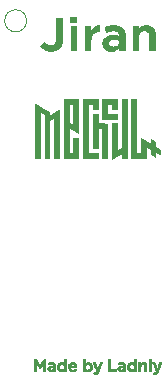
<source format=gto>
G04 #@! TF.GenerationSoftware,KiCad,Pcbnew,(5.1.2)-2*
G04 #@! TF.CreationDate,2020-02-26T20:05:49+08:00*
G04 #@! TF.ProjectId,Pcb,5063622e-6b69-4636-9164-5f7063625858,rev?*
G04 #@! TF.SameCoordinates,Original*
G04 #@! TF.FileFunction,Legend,Top*
G04 #@! TF.FilePolarity,Positive*
%FSLAX46Y46*%
G04 Gerber Fmt 4.6, Leading zero omitted, Abs format (unit mm)*
G04 Created by KiCad (PCBNEW (5.1.2)-2) date 2020-02-26 20:05:49*
%MOMM*%
%LPD*%
G04 APERTURE LIST*
%ADD10C,0.010000*%
%ADD11C,0.120000*%
%ADD12C,1.626000*%
%ADD13C,2.302000*%
%ADD14C,1.802000*%
%ADD15O,2.502000X3.502000*%
%ADD16C,1.702000*%
%ADD17C,1.702000*%
%ADD18C,2.102000*%
%ADD19C,2.002000*%
%ADD20C,4.102000*%
%ADD21C,1.499000*%
%ADD22C,0.100000*%
%ADD23C,1.002000*%
%ADD24C,0.902000*%
%ADD25C,1.302000*%
%ADD26O,2.602000X1.802000*%
%ADD27O,4.102000X1.802000*%
%ADD28C,1.352000*%
%ADD29C,0.737000*%
G04 APERTURE END LIST*
D10*
G36*
X215504655Y-93708643D02*
G01*
X215326011Y-93708643D01*
X215323543Y-93358922D01*
X215321074Y-93009201D01*
X215170444Y-93236288D01*
X215131790Y-93294137D01*
X215096322Y-93346409D01*
X215065399Y-93391163D01*
X215040381Y-93426460D01*
X215022628Y-93450361D01*
X215013498Y-93460927D01*
X215012730Y-93461261D01*
X215005890Y-93453177D01*
X214990041Y-93431371D01*
X214966554Y-93397827D01*
X214936802Y-93354531D01*
X214902158Y-93303466D01*
X214863994Y-93246618D01*
X214855047Y-93233209D01*
X214704447Y-93007272D01*
X214704440Y-93357958D01*
X214704433Y-93708643D01*
X214534974Y-93708643D01*
X214534974Y-92720133D01*
X214626764Y-92720423D01*
X214718554Y-92720714D01*
X214864477Y-92950650D01*
X214901874Y-93009345D01*
X214936049Y-93062538D01*
X214965701Y-93108240D01*
X214989530Y-93144461D01*
X215006235Y-93169214D01*
X215014516Y-93180508D01*
X215015107Y-93180996D01*
X215021198Y-93173497D01*
X215036102Y-93152101D01*
X215058507Y-93118785D01*
X215087098Y-93075526D01*
X215120561Y-93024299D01*
X215157583Y-92967082D01*
X215166566Y-92953123D01*
X215313317Y-92724841D01*
X215504655Y-92719475D01*
X215504655Y-93708643D01*
X215504655Y-93708643D01*
G37*
X215504655Y-93708643D02*
X215326011Y-93708643D01*
X215323543Y-93358922D01*
X215321074Y-93009201D01*
X215170444Y-93236288D01*
X215131790Y-93294137D01*
X215096322Y-93346409D01*
X215065399Y-93391163D01*
X215040381Y-93426460D01*
X215022628Y-93450361D01*
X215013498Y-93460927D01*
X215012730Y-93461261D01*
X215005890Y-93453177D01*
X214990041Y-93431371D01*
X214966554Y-93397827D01*
X214936802Y-93354531D01*
X214902158Y-93303466D01*
X214863994Y-93246618D01*
X214855047Y-93233209D01*
X214704447Y-93007272D01*
X214704440Y-93357958D01*
X214704433Y-93708643D01*
X214534974Y-93708643D01*
X214534974Y-92720133D01*
X214626764Y-92720423D01*
X214718554Y-92720714D01*
X214864477Y-92950650D01*
X214901874Y-93009345D01*
X214936049Y-93062538D01*
X214965701Y-93108240D01*
X214989530Y-93144461D01*
X215006235Y-93169214D01*
X215014516Y-93180508D01*
X215015107Y-93180996D01*
X215021198Y-93173497D01*
X215036102Y-93152101D01*
X215058507Y-93118785D01*
X215087098Y-93075526D01*
X215120561Y-93024299D01*
X215157583Y-92967082D01*
X215166566Y-92953123D01*
X215313317Y-92724841D01*
X215504655Y-92719475D01*
X215504655Y-93708643D01*
G36*
X218291312Y-72092660D02*
G01*
X218291264Y-72255555D01*
X218291124Y-72413298D01*
X218290898Y-72564863D01*
X218290590Y-72709225D01*
X218290206Y-72845360D01*
X218289752Y-72972242D01*
X218289231Y-73088846D01*
X218288651Y-73194147D01*
X218288015Y-73287120D01*
X218287330Y-73366739D01*
X218286600Y-73431979D01*
X218285831Y-73481815D01*
X218285028Y-73515223D01*
X218284196Y-73531176D01*
X218283907Y-73532442D01*
X218273115Y-73529919D01*
X218250319Y-73519349D01*
X218219480Y-73502669D01*
X218201531Y-73492193D01*
X218158451Y-73466533D01*
X218106333Y-73435648D01*
X218047102Y-73400666D01*
X217982683Y-73362713D01*
X217915001Y-73322916D01*
X217845980Y-73282403D01*
X217777546Y-73242300D01*
X217711624Y-73203735D01*
X217650139Y-73167834D01*
X217595016Y-73135725D01*
X217548179Y-73108534D01*
X217511555Y-73087388D01*
X217487067Y-73073415D01*
X217476641Y-73067742D01*
X217476425Y-73067672D01*
X217475883Y-73076891D01*
X217475361Y-73103763D01*
X217474864Y-73147113D01*
X217474396Y-73205766D01*
X217473963Y-73278546D01*
X217473569Y-73364278D01*
X217473218Y-73461787D01*
X217472914Y-73569897D01*
X217472663Y-73687434D01*
X217472468Y-73813221D01*
X217472335Y-73946084D01*
X217472268Y-74084847D01*
X217472261Y-74150326D01*
X217472261Y-75232980D01*
X217877079Y-75232980D01*
X217877079Y-73990282D01*
X218291415Y-73990282D01*
X218289010Y-74816394D01*
X218286604Y-75642506D01*
X217677023Y-75644928D01*
X217571797Y-75645274D01*
X217472321Y-75645463D01*
X217380162Y-75645499D01*
X217296885Y-75645389D01*
X217224057Y-75645139D01*
X217163245Y-75644756D01*
X217116014Y-75644244D01*
X217083932Y-75643611D01*
X217068564Y-75642862D01*
X217067424Y-75642574D01*
X217067423Y-75632872D01*
X217067421Y-75605119D01*
X217067419Y-75560091D01*
X217067418Y-75498567D01*
X217067416Y-75421323D01*
X217067414Y-75329137D01*
X217067412Y-75222787D01*
X217067410Y-75103049D01*
X217067408Y-74970701D01*
X217067405Y-74826521D01*
X217067403Y-74671285D01*
X217067401Y-74505771D01*
X217067399Y-74330757D01*
X217067397Y-74147019D01*
X217067395Y-73955336D01*
X217067393Y-73756483D01*
X217067392Y-73551240D01*
X217067390Y-73340383D01*
X217067388Y-73150048D01*
X217067374Y-71081238D01*
X217472261Y-71081238D01*
X217472261Y-71861479D01*
X217472299Y-72003395D01*
X217472428Y-72127621D01*
X217472665Y-72235298D01*
X217473031Y-72327564D01*
X217473544Y-72405559D01*
X217474224Y-72470422D01*
X217475090Y-72523292D01*
X217476160Y-72565310D01*
X217477455Y-72597613D01*
X217478994Y-72621342D01*
X217480794Y-72637636D01*
X217482877Y-72647634D01*
X217485261Y-72652475D01*
X217485586Y-72652779D01*
X217497824Y-72661048D01*
X217522956Y-72676692D01*
X217558185Y-72698068D01*
X217600715Y-72723530D01*
X217647750Y-72751435D01*
X217696494Y-72780139D01*
X217744150Y-72807996D01*
X217787923Y-72833363D01*
X217825016Y-72854596D01*
X217852633Y-72870050D01*
X217867979Y-72878081D01*
X217870018Y-72878845D01*
X217871026Y-72869723D01*
X217871991Y-72843062D01*
X217872903Y-72800150D01*
X217873751Y-72742275D01*
X217874526Y-72670726D01*
X217875218Y-72586792D01*
X217875816Y-72491762D01*
X217876310Y-72386924D01*
X217876691Y-72273567D01*
X217876947Y-72152980D01*
X217877070Y-72026451D01*
X217877079Y-71980311D01*
X217877079Y-71081238D01*
X217472261Y-71081238D01*
X217067374Y-71081238D01*
X217067370Y-70662298D01*
X217679341Y-70659876D01*
X218291312Y-70657455D01*
X218291312Y-72092660D01*
X218291312Y-72092660D01*
G37*
X218291312Y-72092660D02*
X218291264Y-72255555D01*
X218291124Y-72413298D01*
X218290898Y-72564863D01*
X218290590Y-72709225D01*
X218290206Y-72845360D01*
X218289752Y-72972242D01*
X218289231Y-73088846D01*
X218288651Y-73194147D01*
X218288015Y-73287120D01*
X218287330Y-73366739D01*
X218286600Y-73431979D01*
X218285831Y-73481815D01*
X218285028Y-73515223D01*
X218284196Y-73531176D01*
X218283907Y-73532442D01*
X218273115Y-73529919D01*
X218250319Y-73519349D01*
X218219480Y-73502669D01*
X218201531Y-73492193D01*
X218158451Y-73466533D01*
X218106333Y-73435648D01*
X218047102Y-73400666D01*
X217982683Y-73362713D01*
X217915001Y-73322916D01*
X217845980Y-73282403D01*
X217777546Y-73242300D01*
X217711624Y-73203735D01*
X217650139Y-73167834D01*
X217595016Y-73135725D01*
X217548179Y-73108534D01*
X217511555Y-73087388D01*
X217487067Y-73073415D01*
X217476641Y-73067742D01*
X217476425Y-73067672D01*
X217475883Y-73076891D01*
X217475361Y-73103763D01*
X217474864Y-73147113D01*
X217474396Y-73205766D01*
X217473963Y-73278546D01*
X217473569Y-73364278D01*
X217473218Y-73461787D01*
X217472914Y-73569897D01*
X217472663Y-73687434D01*
X217472468Y-73813221D01*
X217472335Y-73946084D01*
X217472268Y-74084847D01*
X217472261Y-74150326D01*
X217472261Y-75232980D01*
X217877079Y-75232980D01*
X217877079Y-73990282D01*
X218291415Y-73990282D01*
X218289010Y-74816394D01*
X218286604Y-75642506D01*
X217677023Y-75644928D01*
X217571797Y-75645274D01*
X217472321Y-75645463D01*
X217380162Y-75645499D01*
X217296885Y-75645389D01*
X217224057Y-75645139D01*
X217163245Y-75644756D01*
X217116014Y-75644244D01*
X217083932Y-75643611D01*
X217068564Y-75642862D01*
X217067424Y-75642574D01*
X217067423Y-75632872D01*
X217067421Y-75605119D01*
X217067419Y-75560091D01*
X217067418Y-75498567D01*
X217067416Y-75421323D01*
X217067414Y-75329137D01*
X217067412Y-75222787D01*
X217067410Y-75103049D01*
X217067408Y-74970701D01*
X217067405Y-74826521D01*
X217067403Y-74671285D01*
X217067401Y-74505771D01*
X217067399Y-74330757D01*
X217067397Y-74147019D01*
X217067395Y-73955336D01*
X217067393Y-73756483D01*
X217067392Y-73551240D01*
X217067390Y-73340383D01*
X217067388Y-73150048D01*
X217067374Y-71081238D01*
X217472261Y-71081238D01*
X217472261Y-71861479D01*
X217472299Y-72003395D01*
X217472428Y-72127621D01*
X217472665Y-72235298D01*
X217473031Y-72327564D01*
X217473544Y-72405559D01*
X217474224Y-72470422D01*
X217475090Y-72523292D01*
X217476160Y-72565310D01*
X217477455Y-72597613D01*
X217478994Y-72621342D01*
X217480794Y-72637636D01*
X217482877Y-72647634D01*
X217485261Y-72652475D01*
X217485586Y-72652779D01*
X217497824Y-72661048D01*
X217522956Y-72676692D01*
X217558185Y-72698068D01*
X217600715Y-72723530D01*
X217647750Y-72751435D01*
X217696494Y-72780139D01*
X217744150Y-72807996D01*
X217787923Y-72833363D01*
X217825016Y-72854596D01*
X217852633Y-72870050D01*
X217867979Y-72878081D01*
X217870018Y-72878845D01*
X217871026Y-72869723D01*
X217871991Y-72843062D01*
X217872903Y-72800150D01*
X217873751Y-72742275D01*
X217874526Y-72670726D01*
X217875218Y-72586792D01*
X217875816Y-72491762D01*
X217876310Y-72386924D01*
X217876691Y-72273567D01*
X217876947Y-72152980D01*
X217877070Y-72026451D01*
X217877079Y-71980311D01*
X217877079Y-71081238D01*
X217472261Y-71081238D01*
X217067374Y-71081238D01*
X217067370Y-70662298D01*
X217679341Y-70659876D01*
X218291312Y-70657455D01*
X218291312Y-72092660D01*
G36*
X216897983Y-64710774D02*
G01*
X216897869Y-64891973D01*
X216897527Y-65056880D01*
X216896960Y-65205201D01*
X216896172Y-65336646D01*
X216895165Y-65450920D01*
X216893942Y-65547732D01*
X216892507Y-65626791D01*
X216890862Y-65687802D01*
X216889009Y-65730475D01*
X216887649Y-65748710D01*
X216865836Y-65891018D01*
X216830339Y-66020597D01*
X216781258Y-66137318D01*
X216718695Y-66241053D01*
X216642754Y-66331675D01*
X216553535Y-66409054D01*
X216451141Y-66473063D01*
X216335675Y-66523573D01*
X216249510Y-66550205D01*
X216211476Y-66559499D01*
X216175826Y-66566270D01*
X216137979Y-66571003D01*
X216093353Y-66574184D01*
X216037367Y-66576301D01*
X215994203Y-66577307D01*
X215908962Y-66577954D01*
X215840518Y-66576086D01*
X215786994Y-66571624D01*
X215761054Y-66567630D01*
X215620032Y-66532148D01*
X215489432Y-66481020D01*
X215368860Y-66414012D01*
X215257920Y-66330887D01*
X215156216Y-66231411D01*
X215115128Y-66183432D01*
X215078782Y-66138740D01*
X215237586Y-65974900D01*
X215396390Y-65811061D01*
X215470349Y-65890381D01*
X215553660Y-65971502D01*
X215636381Y-66034835D01*
X215720311Y-66081267D01*
X215807250Y-66111687D01*
X215898998Y-66126982D01*
X215954559Y-66129274D01*
X216049101Y-66121619D01*
X216132616Y-66098731D01*
X216204989Y-66060721D01*
X216266104Y-66007701D01*
X216315843Y-65939784D01*
X216354091Y-65857081D01*
X216380731Y-65759704D01*
X216388946Y-65710799D01*
X216390877Y-65686829D01*
X216392609Y-65644254D01*
X216394139Y-65583298D01*
X216395465Y-65504184D01*
X216396585Y-65407137D01*
X216397496Y-65292379D01*
X216398197Y-65160134D01*
X216398686Y-65010625D01*
X216398959Y-64844075D01*
X216399021Y-64707021D01*
X216399021Y-63775678D01*
X216897983Y-63775678D01*
X216897983Y-64710774D01*
X216897983Y-64710774D01*
G37*
X216897983Y-64710774D02*
X216897869Y-64891973D01*
X216897527Y-65056880D01*
X216896960Y-65205201D01*
X216896172Y-65336646D01*
X216895165Y-65450920D01*
X216893942Y-65547732D01*
X216892507Y-65626791D01*
X216890862Y-65687802D01*
X216889009Y-65730475D01*
X216887649Y-65748710D01*
X216865836Y-65891018D01*
X216830339Y-66020597D01*
X216781258Y-66137318D01*
X216718695Y-66241053D01*
X216642754Y-66331675D01*
X216553535Y-66409054D01*
X216451141Y-66473063D01*
X216335675Y-66523573D01*
X216249510Y-66550205D01*
X216211476Y-66559499D01*
X216175826Y-66566270D01*
X216137979Y-66571003D01*
X216093353Y-66574184D01*
X216037367Y-66576301D01*
X215994203Y-66577307D01*
X215908962Y-66577954D01*
X215840518Y-66576086D01*
X215786994Y-66571624D01*
X215761054Y-66567630D01*
X215620032Y-66532148D01*
X215489432Y-66481020D01*
X215368860Y-66414012D01*
X215257920Y-66330887D01*
X215156216Y-66231411D01*
X215115128Y-66183432D01*
X215078782Y-66138740D01*
X215237586Y-65974900D01*
X215396390Y-65811061D01*
X215470349Y-65890381D01*
X215553660Y-65971502D01*
X215636381Y-66034835D01*
X215720311Y-66081267D01*
X215807250Y-66111687D01*
X215898998Y-66126982D01*
X215954559Y-66129274D01*
X216049101Y-66121619D01*
X216132616Y-66098731D01*
X216204989Y-66060721D01*
X216266104Y-66007701D01*
X216315843Y-65939784D01*
X216354091Y-65857081D01*
X216380731Y-65759704D01*
X216388946Y-65710799D01*
X216390877Y-65686829D01*
X216392609Y-65644254D01*
X216394139Y-65583298D01*
X216395465Y-65504184D01*
X216396585Y-65407137D01*
X216397496Y-65292379D01*
X216398197Y-65160134D01*
X216398686Y-65010625D01*
X216398959Y-64844075D01*
X216399021Y-64707021D01*
X216399021Y-63775678D01*
X216897983Y-63775678D01*
X216897983Y-64710774D01*
G36*
X217818960Y-92951785D02*
G01*
X217852292Y-92954841D01*
X217880215Y-92961366D01*
X217909422Y-92972592D01*
X217922188Y-92978318D01*
X217980556Y-93013717D01*
X218032450Y-93061584D01*
X218073275Y-93117097D01*
X218092545Y-93157216D01*
X218107589Y-93204889D01*
X218119685Y-93257324D01*
X218127624Y-93307872D01*
X218130197Y-93349882D01*
X218129621Y-93361178D01*
X218126560Y-93393262D01*
X217850600Y-93395758D01*
X217574641Y-93398255D01*
X217580984Y-93419294D01*
X217608124Y-93481403D01*
X217647289Y-93530239D01*
X217696904Y-93564563D01*
X217755392Y-93583136D01*
X217793207Y-93586204D01*
X217847097Y-93579248D01*
X217902398Y-93560410D01*
X217949739Y-93532963D01*
X217953144Y-93530300D01*
X217975473Y-93513583D01*
X217992036Y-93503395D01*
X217996560Y-93501901D01*
X218006862Y-93508031D01*
X218026527Y-93523738D01*
X218051117Y-93545456D01*
X218098060Y-93588637D01*
X218055837Y-93626107D01*
X218005207Y-93665188D01*
X217952640Y-93692302D01*
X217890533Y-93711209D01*
X217878434Y-93713888D01*
X217830125Y-93722669D01*
X217790149Y-93725580D01*
X217749025Y-93722844D01*
X217714968Y-93717772D01*
X217638033Y-93696007D01*
X217570479Y-93659520D01*
X217513272Y-93610436D01*
X217467377Y-93550875D01*
X217433758Y-93482961D01*
X217413382Y-93408817D01*
X217407213Y-93330564D01*
X217415095Y-93260311D01*
X217578396Y-93260311D01*
X217579878Y-93270796D01*
X217588791Y-93277807D01*
X217607251Y-93282039D01*
X217637376Y-93284187D01*
X217681284Y-93284945D01*
X217741092Y-93285009D01*
X217768578Y-93284996D01*
X217961338Y-93284996D01*
X217955507Y-93254400D01*
X217947002Y-93224513D01*
X217934185Y-93193109D01*
X217933068Y-93190853D01*
X217899961Y-93142798D01*
X217858593Y-93109647D01*
X217811820Y-93091108D01*
X217762498Y-93086887D01*
X217713483Y-93096691D01*
X217667631Y-93120227D01*
X217627796Y-93157202D01*
X217596835Y-93207323D01*
X217589251Y-93226137D01*
X217582226Y-93245656D01*
X217578396Y-93260311D01*
X217415095Y-93260311D01*
X217416216Y-93250325D01*
X217441357Y-93170222D01*
X217453756Y-93143390D01*
X217497529Y-93076804D01*
X217555634Y-93021090D01*
X217622891Y-92979919D01*
X217654316Y-92965864D01*
X217680805Y-92957223D01*
X217708971Y-92952724D01*
X217745429Y-92951096D01*
X217773521Y-92950968D01*
X217818960Y-92951785D01*
X217818960Y-92951785D01*
G37*
X217818960Y-92951785D02*
X217852292Y-92954841D01*
X217880215Y-92961366D01*
X217909422Y-92972592D01*
X217922188Y-92978318D01*
X217980556Y-93013717D01*
X218032450Y-93061584D01*
X218073275Y-93117097D01*
X218092545Y-93157216D01*
X218107589Y-93204889D01*
X218119685Y-93257324D01*
X218127624Y-93307872D01*
X218130197Y-93349882D01*
X218129621Y-93361178D01*
X218126560Y-93393262D01*
X217850600Y-93395758D01*
X217574641Y-93398255D01*
X217580984Y-93419294D01*
X217608124Y-93481403D01*
X217647289Y-93530239D01*
X217696904Y-93564563D01*
X217755392Y-93583136D01*
X217793207Y-93586204D01*
X217847097Y-93579248D01*
X217902398Y-93560410D01*
X217949739Y-93532963D01*
X217953144Y-93530300D01*
X217975473Y-93513583D01*
X217992036Y-93503395D01*
X217996560Y-93501901D01*
X218006862Y-93508031D01*
X218026527Y-93523738D01*
X218051117Y-93545456D01*
X218098060Y-93588637D01*
X218055837Y-93626107D01*
X218005207Y-93665188D01*
X217952640Y-93692302D01*
X217890533Y-93711209D01*
X217878434Y-93713888D01*
X217830125Y-93722669D01*
X217790149Y-93725580D01*
X217749025Y-93722844D01*
X217714968Y-93717772D01*
X217638033Y-93696007D01*
X217570479Y-93659520D01*
X217513272Y-93610436D01*
X217467377Y-93550875D01*
X217433758Y-93482961D01*
X217413382Y-93408817D01*
X217407213Y-93330564D01*
X217415095Y-93260311D01*
X217578396Y-93260311D01*
X217579878Y-93270796D01*
X217588791Y-93277807D01*
X217607251Y-93282039D01*
X217637376Y-93284187D01*
X217681284Y-93284945D01*
X217741092Y-93285009D01*
X217768578Y-93284996D01*
X217961338Y-93284996D01*
X217955507Y-93254400D01*
X217947002Y-93224513D01*
X217934185Y-93193109D01*
X217933068Y-93190853D01*
X217899961Y-93142798D01*
X217858593Y-93109647D01*
X217811820Y-93091108D01*
X217762498Y-93086887D01*
X217713483Y-93096691D01*
X217667631Y-93120227D01*
X217627796Y-93157202D01*
X217596835Y-93207323D01*
X217589251Y-93226137D01*
X217582226Y-93245656D01*
X217578396Y-93260311D01*
X217415095Y-93260311D01*
X217416216Y-93250325D01*
X217441357Y-93170222D01*
X217453756Y-93143390D01*
X217497529Y-93076804D01*
X217555634Y-93021090D01*
X217622891Y-92979919D01*
X217654316Y-92965864D01*
X217680805Y-92957223D01*
X217708971Y-92952724D01*
X217745429Y-92951096D01*
X217773521Y-92950968D01*
X217818960Y-92951785D01*
G36*
X223838244Y-92950938D02*
G01*
X223896660Y-92968629D01*
X223948750Y-92999516D01*
X223991737Y-93043079D01*
X224022845Y-93098797D01*
X224024322Y-93102648D01*
X224029876Y-93118703D01*
X224034247Y-93135371D01*
X224037574Y-93155054D01*
X224039999Y-93180160D01*
X224041661Y-93213093D01*
X224042700Y-93256258D01*
X224043258Y-93312061D01*
X224043474Y-93382908D01*
X224043498Y-93431272D01*
X224043498Y-93708643D01*
X223874040Y-93708643D01*
X223874040Y-93465864D01*
X223873972Y-93391670D01*
X223873645Y-93333773D01*
X223872870Y-93289644D01*
X223871458Y-93256752D01*
X223869220Y-93232567D01*
X223865970Y-93214557D01*
X223861517Y-93200194D01*
X223855675Y-93186946D01*
X223852857Y-93181295D01*
X223824305Y-93140828D01*
X223786496Y-93115737D01*
X223737371Y-93104817D01*
X223720759Y-93104130D01*
X223665075Y-93110840D01*
X223619326Y-93132723D01*
X223594589Y-93154654D01*
X223581704Y-93169705D01*
X223571541Y-93185604D01*
X223563734Y-93204771D01*
X223557914Y-93229623D01*
X223553714Y-93262577D01*
X223550769Y-93306054D01*
X223548710Y-93362469D01*
X223547170Y-93434241D01*
X223546568Y-93470930D01*
X223542874Y-93708643D01*
X223375077Y-93708643D01*
X223375077Y-92964907D01*
X223544536Y-92964907D01*
X223544536Y-93070355D01*
X223596848Y-93022545D01*
X223652804Y-92982247D01*
X223713539Y-92957227D01*
X223776278Y-92946964D01*
X223838244Y-92950938D01*
X223838244Y-92950938D01*
G37*
X223838244Y-92950938D02*
X223896660Y-92968629D01*
X223948750Y-92999516D01*
X223991737Y-93043079D01*
X224022845Y-93098797D01*
X224024322Y-93102648D01*
X224029876Y-93118703D01*
X224034247Y-93135371D01*
X224037574Y-93155054D01*
X224039999Y-93180160D01*
X224041661Y-93213093D01*
X224042700Y-93256258D01*
X224043258Y-93312061D01*
X224043474Y-93382908D01*
X224043498Y-93431272D01*
X224043498Y-93708643D01*
X223874040Y-93708643D01*
X223874040Y-93465864D01*
X223873972Y-93391670D01*
X223873645Y-93333773D01*
X223872870Y-93289644D01*
X223871458Y-93256752D01*
X223869220Y-93232567D01*
X223865970Y-93214557D01*
X223861517Y-93200194D01*
X223855675Y-93186946D01*
X223852857Y-93181295D01*
X223824305Y-93140828D01*
X223786496Y-93115737D01*
X223737371Y-93104817D01*
X223720759Y-93104130D01*
X223665075Y-93110840D01*
X223619326Y-93132723D01*
X223594589Y-93154654D01*
X223581704Y-93169705D01*
X223571541Y-93185604D01*
X223563734Y-93204771D01*
X223557914Y-93229623D01*
X223553714Y-93262577D01*
X223550769Y-93306054D01*
X223548710Y-93362469D01*
X223547170Y-93434241D01*
X223546568Y-93470930D01*
X223542874Y-93708643D01*
X223375077Y-93708643D01*
X223375077Y-92964907D01*
X223544536Y-92964907D01*
X223544536Y-93070355D01*
X223596848Y-93022545D01*
X223652804Y-92982247D01*
X223713539Y-92957227D01*
X223776278Y-92946964D01*
X223838244Y-92950938D01*
G36*
X214625757Y-71057535D02*
G01*
X214648535Y-71069979D01*
X214681183Y-71088558D01*
X214720559Y-71111504D01*
X214731317Y-71117853D01*
X214780367Y-71146826D01*
X214841506Y-71182861D01*
X214912515Y-71224659D01*
X214991177Y-71270917D01*
X215075274Y-71320334D01*
X215162588Y-71371609D01*
X215250902Y-71423441D01*
X215337998Y-71474528D01*
X215421658Y-71523569D01*
X215499664Y-71569263D01*
X215569798Y-71610308D01*
X215629844Y-71645403D01*
X215677581Y-71673246D01*
X215704476Y-71688878D01*
X215833690Y-71763781D01*
X215833924Y-71912057D01*
X215834378Y-71962493D01*
X215835479Y-72005569D01*
X215837088Y-72038109D01*
X215839068Y-72056938D01*
X215840401Y-72060334D01*
X215850553Y-72055811D01*
X215873309Y-72043549D01*
X215905136Y-72025501D01*
X215936898Y-72006944D01*
X216048578Y-71940926D01*
X216153952Y-71878723D01*
X216251988Y-71820941D01*
X216341652Y-71768187D01*
X216421911Y-71721064D01*
X216491730Y-71680180D01*
X216550076Y-71646140D01*
X216595916Y-71619549D01*
X216628216Y-71601012D01*
X216645943Y-71591137D01*
X216649126Y-71589615D01*
X216649516Y-71598886D01*
X216649897Y-71626127D01*
X216650265Y-71670480D01*
X216650620Y-71731086D01*
X216650960Y-71807087D01*
X216651282Y-71897623D01*
X216651586Y-72001836D01*
X216651869Y-72118868D01*
X216652130Y-72247860D01*
X216652367Y-72387954D01*
X216652578Y-72538290D01*
X216652762Y-72698011D01*
X216652917Y-72866257D01*
X216653041Y-73042170D01*
X216653132Y-73224892D01*
X216653189Y-73413564D01*
X216653209Y-73607327D01*
X216653209Y-75647213D01*
X216248391Y-75647213D01*
X216248391Y-73947917D01*
X216248344Y-73744744D01*
X216248205Y-73551657D01*
X216247976Y-73369292D01*
X216247663Y-73198288D01*
X216247266Y-73039282D01*
X216246791Y-72892912D01*
X216246240Y-72759816D01*
X216245615Y-72640630D01*
X216244922Y-72535993D01*
X216244162Y-72446543D01*
X216243339Y-72372916D01*
X216242456Y-72315752D01*
X216241516Y-72275686D01*
X216240524Y-72253358D01*
X216239786Y-72248621D01*
X216229590Y-72253216D01*
X216205543Y-72266123D01*
X216169975Y-72286027D01*
X216125217Y-72311613D01*
X216073600Y-72341565D01*
X216035023Y-72364196D01*
X215838865Y-72479771D01*
X215834103Y-75647213D01*
X215429340Y-75647213D01*
X215429173Y-73794933D01*
X215429006Y-71942654D01*
X215235781Y-71829681D01*
X215181078Y-71797785D01*
X215131626Y-71769114D01*
X215089792Y-71745028D01*
X215057946Y-71726887D01*
X215038455Y-71716051D01*
X215033561Y-71713578D01*
X215032455Y-71722544D01*
X215031391Y-71749997D01*
X215030371Y-71795597D01*
X215029396Y-71859002D01*
X215028469Y-71939872D01*
X215027591Y-72037864D01*
X215026764Y-72152639D01*
X215025991Y-72283854D01*
X215025274Y-72431170D01*
X215024614Y-72594244D01*
X215024013Y-72772736D01*
X215023473Y-72966304D01*
X215022997Y-73174608D01*
X215022586Y-73397305D01*
X215022243Y-73634056D01*
X215022190Y-73676476D01*
X215019814Y-75642506D01*
X214815051Y-75645043D01*
X214610289Y-75647580D01*
X214610289Y-73350287D01*
X214610312Y-73143670D01*
X214610380Y-72942044D01*
X214610490Y-72746216D01*
X214610641Y-72556993D01*
X214610831Y-72375181D01*
X214611058Y-72201588D01*
X214611319Y-72037020D01*
X214611613Y-71882284D01*
X214611938Y-71738188D01*
X214612292Y-71605537D01*
X214612672Y-71485139D01*
X214613077Y-71377801D01*
X214613505Y-71284329D01*
X214613953Y-71205530D01*
X214614420Y-71142212D01*
X214614904Y-71095180D01*
X214615402Y-71065243D01*
X214615914Y-71053207D01*
X214615991Y-71052995D01*
X214625757Y-71057535D01*
X214625757Y-71057535D01*
G37*
X214625757Y-71057535D02*
X214648535Y-71069979D01*
X214681183Y-71088558D01*
X214720559Y-71111504D01*
X214731317Y-71117853D01*
X214780367Y-71146826D01*
X214841506Y-71182861D01*
X214912515Y-71224659D01*
X214991177Y-71270917D01*
X215075274Y-71320334D01*
X215162588Y-71371609D01*
X215250902Y-71423441D01*
X215337998Y-71474528D01*
X215421658Y-71523569D01*
X215499664Y-71569263D01*
X215569798Y-71610308D01*
X215629844Y-71645403D01*
X215677581Y-71673246D01*
X215704476Y-71688878D01*
X215833690Y-71763781D01*
X215833924Y-71912057D01*
X215834378Y-71962493D01*
X215835479Y-72005569D01*
X215837088Y-72038109D01*
X215839068Y-72056938D01*
X215840401Y-72060334D01*
X215850553Y-72055811D01*
X215873309Y-72043549D01*
X215905136Y-72025501D01*
X215936898Y-72006944D01*
X216048578Y-71940926D01*
X216153952Y-71878723D01*
X216251988Y-71820941D01*
X216341652Y-71768187D01*
X216421911Y-71721064D01*
X216491730Y-71680180D01*
X216550076Y-71646140D01*
X216595916Y-71619549D01*
X216628216Y-71601012D01*
X216645943Y-71591137D01*
X216649126Y-71589615D01*
X216649516Y-71598886D01*
X216649897Y-71626127D01*
X216650265Y-71670480D01*
X216650620Y-71731086D01*
X216650960Y-71807087D01*
X216651282Y-71897623D01*
X216651586Y-72001836D01*
X216651869Y-72118868D01*
X216652130Y-72247860D01*
X216652367Y-72387954D01*
X216652578Y-72538290D01*
X216652762Y-72698011D01*
X216652917Y-72866257D01*
X216653041Y-73042170D01*
X216653132Y-73224892D01*
X216653189Y-73413564D01*
X216653209Y-73607327D01*
X216653209Y-75647213D01*
X216248391Y-75647213D01*
X216248391Y-73947917D01*
X216248344Y-73744744D01*
X216248205Y-73551657D01*
X216247976Y-73369292D01*
X216247663Y-73198288D01*
X216247266Y-73039282D01*
X216246791Y-72892912D01*
X216246240Y-72759816D01*
X216245615Y-72640630D01*
X216244922Y-72535993D01*
X216244162Y-72446543D01*
X216243339Y-72372916D01*
X216242456Y-72315752D01*
X216241516Y-72275686D01*
X216240524Y-72253358D01*
X216239786Y-72248621D01*
X216229590Y-72253216D01*
X216205543Y-72266123D01*
X216169975Y-72286027D01*
X216125217Y-72311613D01*
X216073600Y-72341565D01*
X216035023Y-72364196D01*
X215838865Y-72479771D01*
X215834103Y-75647213D01*
X215429340Y-75647213D01*
X215429173Y-73794933D01*
X215429006Y-71942654D01*
X215235781Y-71829681D01*
X215181078Y-71797785D01*
X215131626Y-71769114D01*
X215089792Y-71745028D01*
X215057946Y-71726887D01*
X215038455Y-71716051D01*
X215033561Y-71713578D01*
X215032455Y-71722544D01*
X215031391Y-71749997D01*
X215030371Y-71795597D01*
X215029396Y-71859002D01*
X215028469Y-71939872D01*
X215027591Y-72037864D01*
X215026764Y-72152639D01*
X215025991Y-72283854D01*
X215025274Y-72431170D01*
X215024614Y-72594244D01*
X215024013Y-72772736D01*
X215023473Y-72966304D01*
X215022997Y-73174608D01*
X215022586Y-73397305D01*
X215022243Y-73634056D01*
X215022190Y-73676476D01*
X215019814Y-75642506D01*
X214815051Y-75645043D01*
X214610289Y-75647580D01*
X214610289Y-73350287D01*
X214610312Y-73143670D01*
X214610380Y-72942044D01*
X214610490Y-72746216D01*
X214610641Y-72556993D01*
X214610831Y-72375181D01*
X214611058Y-72201588D01*
X214611319Y-72037020D01*
X214611613Y-71882284D01*
X214611938Y-71738188D01*
X214612292Y-71605537D01*
X214612672Y-71485139D01*
X214613077Y-71377801D01*
X214613505Y-71284329D01*
X214613953Y-71205530D01*
X214614420Y-71142212D01*
X214614904Y-71095180D01*
X214615402Y-71065243D01*
X214615914Y-71053207D01*
X214615991Y-71052995D01*
X214625757Y-71057535D01*
G36*
X219920000Y-71495838D02*
G01*
X219513076Y-71490764D01*
X219514607Y-71286001D01*
X219516137Y-71081238D01*
X219100948Y-71081238D01*
X219100948Y-75232980D01*
X219920000Y-75232980D01*
X219920000Y-75647213D01*
X218696130Y-75647213D01*
X218696130Y-70657591D01*
X219920000Y-70657591D01*
X219920000Y-71495838D01*
X219920000Y-71495838D01*
G37*
X219920000Y-71495838D02*
X219513076Y-71490764D01*
X219514607Y-71286001D01*
X219516137Y-71081238D01*
X219100948Y-71081238D01*
X219100948Y-75232980D01*
X219920000Y-75232980D01*
X219920000Y-75647213D01*
X218696130Y-75647213D01*
X218696130Y-70657591D01*
X219920000Y-70657591D01*
X219920000Y-71495838D01*
G36*
X223186790Y-93708643D02*
G01*
X223017331Y-93708643D01*
X223017331Y-93591672D01*
X222972613Y-93635597D01*
X222912779Y-93681965D01*
X222845872Y-93711630D01*
X222774316Y-93723955D01*
X222700533Y-93718301D01*
X222678413Y-93713028D01*
X222627164Y-93693020D01*
X222575369Y-93662936D01*
X222529998Y-93627320D01*
X222504175Y-93599447D01*
X222469105Y-93546080D01*
X222445515Y-93490910D01*
X222431634Y-93428498D01*
X222425879Y-93359107D01*
X222426456Y-93341039D01*
X222593684Y-93341039D01*
X222601351Y-93406875D01*
X222622894Y-93464070D01*
X222656123Y-93511055D01*
X222698850Y-93546264D01*
X222748885Y-93568127D01*
X222804040Y-93575078D01*
X222862125Y-93565548D01*
X222891339Y-93554227D01*
X222943965Y-93520073D01*
X222982782Y-93473455D01*
X223007312Y-93415207D01*
X223017077Y-93346162D01*
X223017239Y-93334724D01*
X223009530Y-93267759D01*
X222988034Y-93209699D01*
X222954890Y-93162033D01*
X222912239Y-93126251D01*
X222862220Y-93103843D01*
X222806975Y-93096297D01*
X222748641Y-93105103D01*
X222709540Y-93120571D01*
X222659667Y-93155202D01*
X222623748Y-93202446D01*
X222601771Y-93262326D01*
X222593726Y-93334862D01*
X222593684Y-93341039D01*
X222426456Y-93341039D01*
X222428929Y-93263634D01*
X222445732Y-93180770D01*
X222476589Y-93109956D01*
X222521798Y-93050631D01*
X222581658Y-93002234D01*
X222630211Y-92975594D01*
X222661702Y-92962457D01*
X222691251Y-92954882D01*
X222726248Y-92951495D01*
X222763143Y-92950878D01*
X222827622Y-92954977D01*
X222880759Y-92968637D01*
X222928580Y-92994150D01*
X222974266Y-93031168D01*
X223017331Y-93070864D01*
X223017331Y-92673062D01*
X223186790Y-92673062D01*
X223186790Y-93708643D01*
X223186790Y-93708643D01*
G37*
X223186790Y-93708643D02*
X223017331Y-93708643D01*
X223017331Y-93591672D01*
X222972613Y-93635597D01*
X222912779Y-93681965D01*
X222845872Y-93711630D01*
X222774316Y-93723955D01*
X222700533Y-93718301D01*
X222678413Y-93713028D01*
X222627164Y-93693020D01*
X222575369Y-93662936D01*
X222529998Y-93627320D01*
X222504175Y-93599447D01*
X222469105Y-93546080D01*
X222445515Y-93490910D01*
X222431634Y-93428498D01*
X222425879Y-93359107D01*
X222426456Y-93341039D01*
X222593684Y-93341039D01*
X222601351Y-93406875D01*
X222622894Y-93464070D01*
X222656123Y-93511055D01*
X222698850Y-93546264D01*
X222748885Y-93568127D01*
X222804040Y-93575078D01*
X222862125Y-93565548D01*
X222891339Y-93554227D01*
X222943965Y-93520073D01*
X222982782Y-93473455D01*
X223007312Y-93415207D01*
X223017077Y-93346162D01*
X223017239Y-93334724D01*
X223009530Y-93267759D01*
X222988034Y-93209699D01*
X222954890Y-93162033D01*
X222912239Y-93126251D01*
X222862220Y-93103843D01*
X222806975Y-93096297D01*
X222748641Y-93105103D01*
X222709540Y-93120571D01*
X222659667Y-93155202D01*
X222623748Y-93202446D01*
X222601771Y-93262326D01*
X222593726Y-93334862D01*
X222593684Y-93341039D01*
X222426456Y-93341039D01*
X222428929Y-93263634D01*
X222445732Y-93180770D01*
X222476589Y-93109956D01*
X222521798Y-93050631D01*
X222581658Y-93002234D01*
X222630211Y-92975594D01*
X222661702Y-92962457D01*
X222691251Y-92954882D01*
X222726248Y-92951495D01*
X222763143Y-92950878D01*
X222827622Y-92954977D01*
X222880759Y-92968637D01*
X222928580Y-92994150D01*
X222974266Y-93031168D01*
X223017331Y-93070864D01*
X223017331Y-92673062D01*
X223186790Y-92673062D01*
X223186790Y-93708643D01*
G36*
X220042387Y-64924233D02*
G01*
X219980796Y-64924233D01*
X219878847Y-64933233D01*
X219774853Y-64959794D01*
X219685474Y-64996357D01*
X219595310Y-65050125D01*
X219516346Y-65118793D01*
X219449059Y-65201785D01*
X219393925Y-65298526D01*
X219355715Y-65394952D01*
X219345442Y-65427877D01*
X219336745Y-65459992D01*
X219329496Y-65493163D01*
X219323565Y-65529256D01*
X219318823Y-65570137D01*
X219315142Y-65617671D01*
X219312394Y-65673725D01*
X219310448Y-65740163D01*
X219309177Y-65818853D01*
X219308451Y-65911659D01*
X219308142Y-66020448D01*
X219308103Y-66084555D01*
X219308065Y-66543506D01*
X218827931Y-66543506D01*
X218827931Y-64453190D01*
X219065645Y-64455706D01*
X219303358Y-64458221D01*
X219305967Y-64684166D01*
X219308577Y-64910111D01*
X219350281Y-64832254D01*
X219415848Y-64726058D01*
X219490676Y-64634429D01*
X219573815Y-64558283D01*
X219664314Y-64498538D01*
X219727071Y-64468756D01*
X219790100Y-64447419D01*
X219860731Y-64430365D01*
X219930649Y-64419296D01*
X219985503Y-64415856D01*
X220042387Y-64415856D01*
X220042387Y-64924233D01*
X220042387Y-64924233D01*
G37*
X220042387Y-64924233D02*
X219980796Y-64924233D01*
X219878847Y-64933233D01*
X219774853Y-64959794D01*
X219685474Y-64996357D01*
X219595310Y-65050125D01*
X219516346Y-65118793D01*
X219449059Y-65201785D01*
X219393925Y-65298526D01*
X219355715Y-65394952D01*
X219345442Y-65427877D01*
X219336745Y-65459992D01*
X219329496Y-65493163D01*
X219323565Y-65529256D01*
X219318823Y-65570137D01*
X219315142Y-65617671D01*
X219312394Y-65673725D01*
X219310448Y-65740163D01*
X219309177Y-65818853D01*
X219308451Y-65911659D01*
X219308142Y-66020448D01*
X219308103Y-66084555D01*
X219308065Y-66543506D01*
X218827931Y-66543506D01*
X218827931Y-64453190D01*
X219065645Y-64455706D01*
X219303358Y-64458221D01*
X219305967Y-64684166D01*
X219308577Y-64910111D01*
X219350281Y-64832254D01*
X219415848Y-64726058D01*
X219490676Y-64634429D01*
X219573815Y-64558283D01*
X219664314Y-64498538D01*
X219727071Y-64468756D01*
X219790100Y-64447419D01*
X219860731Y-64430365D01*
X219930649Y-64419296D01*
X219985503Y-64415856D01*
X220042387Y-64415856D01*
X220042387Y-64924233D01*
G36*
X225270549Y-92965532D02*
G01*
X225297407Y-92967624D01*
X225310218Y-92971516D01*
X225311765Y-92976675D01*
X225307474Y-92987704D01*
X225297120Y-93014427D01*
X225281426Y-93054976D01*
X225261114Y-93107484D01*
X225236908Y-93170081D01*
X225209530Y-93240899D01*
X225179703Y-93318068D01*
X225161210Y-93365923D01*
X225129676Y-93447386D01*
X225099616Y-93524778D01*
X225071840Y-93596028D01*
X225047161Y-93659065D01*
X225026389Y-93711821D01*
X225010336Y-93752224D01*
X224999814Y-93778205D01*
X224996792Y-93785341D01*
X224967736Y-93835870D01*
X224929929Y-93879572D01*
X224888140Y-93911215D01*
X224876752Y-93917031D01*
X224841066Y-93927353D01*
X224794340Y-93932994D01*
X224743814Y-93933784D01*
X224696729Y-93929560D01*
X224664848Y-93921911D01*
X224631268Y-93909358D01*
X224612729Y-93898543D01*
X224607365Y-93884715D01*
X224613312Y-93863119D01*
X224628526Y-93829382D01*
X224657527Y-93766965D01*
X224689128Y-93780169D01*
X224738614Y-93793197D01*
X224783240Y-93790053D01*
X224820490Y-93771424D01*
X224847847Y-93737994D01*
X224848471Y-93736804D01*
X224851070Y-93731682D01*
X224852983Y-93726361D01*
X224853771Y-93719691D01*
X224852996Y-93710522D01*
X224850219Y-93697702D01*
X224845000Y-93680082D01*
X224836901Y-93656511D01*
X224825483Y-93625839D01*
X224810306Y-93586917D01*
X224790932Y-93538592D01*
X224766922Y-93479716D01*
X224737838Y-93409138D01*
X224703239Y-93325708D01*
X224662687Y-93228275D01*
X224615744Y-93115688D01*
X224565601Y-92995504D01*
X224552836Y-92964907D01*
X224644146Y-92964948D01*
X224735455Y-92964988D01*
X224838983Y-93237525D01*
X224864659Y-93304456D01*
X224888370Y-93365007D01*
X224909272Y-93417121D01*
X224926522Y-93458742D01*
X224939276Y-93487814D01*
X224946691Y-93502281D01*
X224948100Y-93503440D01*
X224952483Y-93493188D01*
X224962181Y-93467385D01*
X224976385Y-93428283D01*
X224994287Y-93378137D01*
X225015078Y-93319201D01*
X225037949Y-93253727D01*
X225045888Y-93230864D01*
X225138086Y-92964907D01*
X225227270Y-92964907D01*
X225270549Y-92965532D01*
X225270549Y-92965532D01*
G37*
X225270549Y-92965532D02*
X225297407Y-92967624D01*
X225310218Y-92971516D01*
X225311765Y-92976675D01*
X225307474Y-92987704D01*
X225297120Y-93014427D01*
X225281426Y-93054976D01*
X225261114Y-93107484D01*
X225236908Y-93170081D01*
X225209530Y-93240899D01*
X225179703Y-93318068D01*
X225161210Y-93365923D01*
X225129676Y-93447386D01*
X225099616Y-93524778D01*
X225071840Y-93596028D01*
X225047161Y-93659065D01*
X225026389Y-93711821D01*
X225010336Y-93752224D01*
X224999814Y-93778205D01*
X224996792Y-93785341D01*
X224967736Y-93835870D01*
X224929929Y-93879572D01*
X224888140Y-93911215D01*
X224876752Y-93917031D01*
X224841066Y-93927353D01*
X224794340Y-93932994D01*
X224743814Y-93933784D01*
X224696729Y-93929560D01*
X224664848Y-93921911D01*
X224631268Y-93909358D01*
X224612729Y-93898543D01*
X224607365Y-93884715D01*
X224613312Y-93863119D01*
X224628526Y-93829382D01*
X224657527Y-93766965D01*
X224689128Y-93780169D01*
X224738614Y-93793197D01*
X224783240Y-93790053D01*
X224820490Y-93771424D01*
X224847847Y-93737994D01*
X224848471Y-93736804D01*
X224851070Y-93731682D01*
X224852983Y-93726361D01*
X224853771Y-93719691D01*
X224852996Y-93710522D01*
X224850219Y-93697702D01*
X224845000Y-93680082D01*
X224836901Y-93656511D01*
X224825483Y-93625839D01*
X224810306Y-93586917D01*
X224790932Y-93538592D01*
X224766922Y-93479716D01*
X224737838Y-93409138D01*
X224703239Y-93325708D01*
X224662687Y-93228275D01*
X224615744Y-93115688D01*
X224565601Y-92995504D01*
X224552836Y-92964907D01*
X224644146Y-92964948D01*
X224735455Y-92964988D01*
X224838983Y-93237525D01*
X224864659Y-93304456D01*
X224888370Y-93365007D01*
X224909272Y-93417121D01*
X224926522Y-93458742D01*
X224939276Y-93487814D01*
X224946691Y-93502281D01*
X224948100Y-93503440D01*
X224952483Y-93493188D01*
X224962181Y-93467385D01*
X224976385Y-93428283D01*
X224994287Y-93378137D01*
X225015078Y-93319201D01*
X225037949Y-93253727D01*
X225045888Y-93230864D01*
X225138086Y-92964907D01*
X225227270Y-92964907D01*
X225270549Y-92965532D01*
G36*
X224420074Y-93708643D02*
G01*
X224250615Y-93708643D01*
X224250615Y-92964907D01*
X224420074Y-92964907D01*
X224420074Y-93708643D01*
X224420074Y-93708643D01*
G37*
X224420074Y-93708643D02*
X224250615Y-93708643D01*
X224250615Y-92964907D01*
X224420074Y-92964907D01*
X224420074Y-93708643D01*
G36*
X220983825Y-93548599D02*
G01*
X221501616Y-93548599D01*
X221501616Y-93708643D01*
X220814366Y-93708643D01*
X220814366Y-92720133D01*
X220983825Y-92720133D01*
X220983825Y-93548599D01*
X220983825Y-93548599D01*
G37*
X220983825Y-93548599D02*
X221501616Y-93548599D01*
X221501616Y-93708643D01*
X220814366Y-93708643D01*
X220814366Y-92720133D01*
X220983825Y-92720133D01*
X220983825Y-93548599D01*
G36*
X223186790Y-75232980D02*
G01*
X223591608Y-75232980D01*
X223591608Y-74616338D01*
X223591673Y-74510489D01*
X223591861Y-74410382D01*
X223592159Y-74317573D01*
X223592559Y-74233621D01*
X223593047Y-74160083D01*
X223593614Y-74098515D01*
X223594248Y-74050476D01*
X223594939Y-74017522D01*
X223595674Y-74001212D01*
X223595981Y-73999696D01*
X223605503Y-74004206D01*
X223627108Y-74016232D01*
X223656786Y-74033516D01*
X223668943Y-74040752D01*
X223699438Y-74058926D01*
X223742101Y-74084244D01*
X223792872Y-74114300D01*
X223847691Y-74146691D01*
X223897576Y-74176114D01*
X223962221Y-74214214D01*
X224036038Y-74257730D01*
X224111983Y-74302510D01*
X224183010Y-74344400D01*
X224218927Y-74365588D01*
X224269268Y-74395135D01*
X224314752Y-74421544D01*
X224352640Y-74443247D01*
X224380188Y-74458675D01*
X224394656Y-74466259D01*
X224395447Y-74466592D01*
X224400466Y-74466991D01*
X224404252Y-74462346D01*
X224406976Y-74450443D01*
X224408808Y-74429070D01*
X224409918Y-74396015D01*
X224410477Y-74349065D01*
X224410654Y-74286008D01*
X224410659Y-74269013D01*
X224410811Y-74209412D01*
X224411236Y-74156707D01*
X224411887Y-74113609D01*
X224412720Y-74082830D01*
X224413687Y-74067081D01*
X224414103Y-74065597D01*
X224422819Y-74070182D01*
X224445477Y-74083067D01*
X224479825Y-74102944D01*
X224523613Y-74128505D01*
X224574588Y-74158442D01*
X224614158Y-74181784D01*
X224810771Y-74297972D01*
X224815478Y-74507893D01*
X224820185Y-74717813D01*
X225020241Y-74835455D01*
X225220296Y-74953096D01*
X225220296Y-75158939D01*
X225220129Y-75218912D01*
X225219661Y-75272005D01*
X225218942Y-75315523D01*
X225218022Y-75346771D01*
X225216953Y-75363053D01*
X225216455Y-75364781D01*
X225207594Y-75360214D01*
X225184871Y-75347414D01*
X225150634Y-75327734D01*
X225107229Y-75302526D01*
X225057000Y-75273144D01*
X225029424Y-75256935D01*
X224975971Y-75225676D01*
X224927501Y-75197727D01*
X224886511Y-75174497D01*
X224855499Y-75157393D01*
X224836961Y-75147823D01*
X224833209Y-75146316D01*
X224828716Y-75148408D01*
X224825131Y-75158197D01*
X224822269Y-75177752D01*
X224819944Y-75209142D01*
X224817970Y-75254436D01*
X224816160Y-75315704D01*
X224815478Y-75343579D01*
X224810771Y-75543615D01*
X224613069Y-75427229D01*
X224415367Y-75310842D01*
X224410659Y-75101164D01*
X224405952Y-74891485D01*
X224208928Y-74775094D01*
X224153861Y-74742748D01*
X224104078Y-74713857D01*
X224061892Y-74689735D01*
X224029614Y-74671695D01*
X224009558Y-74661051D01*
X224004005Y-74658703D01*
X224002501Y-74667826D01*
X224001109Y-74694035D01*
X223999855Y-74735585D01*
X223998766Y-74790732D01*
X223997868Y-74857734D01*
X223997187Y-74934845D01*
X223996750Y-75020324D01*
X223996582Y-75112425D01*
X223996597Y-75150604D01*
X223997086Y-75642506D01*
X223389260Y-75644928D01*
X223262504Y-75645364D01*
X223153423Y-75645575D01*
X223060867Y-75645545D01*
X222983681Y-75645255D01*
X222920716Y-75644689D01*
X222870818Y-75643827D01*
X222832836Y-75642652D01*
X222805617Y-75641147D01*
X222788010Y-75639294D01*
X222778863Y-75637075D01*
X222776937Y-75635514D01*
X222776557Y-75625193D01*
X222776203Y-75596826D01*
X222775876Y-75551192D01*
X222775577Y-75489074D01*
X222775307Y-75411253D01*
X222775066Y-75318510D01*
X222774855Y-75211627D01*
X222774674Y-75091385D01*
X222774524Y-74958566D01*
X222774407Y-74813950D01*
X222774321Y-74658320D01*
X222774269Y-74492457D01*
X222774250Y-74317141D01*
X222774266Y-74133156D01*
X222774317Y-73941281D01*
X222774404Y-73742299D01*
X222774527Y-73536990D01*
X222774687Y-73326136D01*
X222774853Y-73142987D01*
X222777264Y-70662298D01*
X223186790Y-70657224D01*
X223186790Y-75232980D01*
X223186790Y-75232980D01*
G37*
X223186790Y-75232980D02*
X223591608Y-75232980D01*
X223591608Y-74616338D01*
X223591673Y-74510489D01*
X223591861Y-74410382D01*
X223592159Y-74317573D01*
X223592559Y-74233621D01*
X223593047Y-74160083D01*
X223593614Y-74098515D01*
X223594248Y-74050476D01*
X223594939Y-74017522D01*
X223595674Y-74001212D01*
X223595981Y-73999696D01*
X223605503Y-74004206D01*
X223627108Y-74016232D01*
X223656786Y-74033516D01*
X223668943Y-74040752D01*
X223699438Y-74058926D01*
X223742101Y-74084244D01*
X223792872Y-74114300D01*
X223847691Y-74146691D01*
X223897576Y-74176114D01*
X223962221Y-74214214D01*
X224036038Y-74257730D01*
X224111983Y-74302510D01*
X224183010Y-74344400D01*
X224218927Y-74365588D01*
X224269268Y-74395135D01*
X224314752Y-74421544D01*
X224352640Y-74443247D01*
X224380188Y-74458675D01*
X224394656Y-74466259D01*
X224395447Y-74466592D01*
X224400466Y-74466991D01*
X224404252Y-74462346D01*
X224406976Y-74450443D01*
X224408808Y-74429070D01*
X224409918Y-74396015D01*
X224410477Y-74349065D01*
X224410654Y-74286008D01*
X224410659Y-74269013D01*
X224410811Y-74209412D01*
X224411236Y-74156707D01*
X224411887Y-74113609D01*
X224412720Y-74082830D01*
X224413687Y-74067081D01*
X224414103Y-74065597D01*
X224422819Y-74070182D01*
X224445477Y-74083067D01*
X224479825Y-74102944D01*
X224523613Y-74128505D01*
X224574588Y-74158442D01*
X224614158Y-74181784D01*
X224810771Y-74297972D01*
X224815478Y-74507893D01*
X224820185Y-74717813D01*
X225020241Y-74835455D01*
X225220296Y-74953096D01*
X225220296Y-75158939D01*
X225220129Y-75218912D01*
X225219661Y-75272005D01*
X225218942Y-75315523D01*
X225218022Y-75346771D01*
X225216953Y-75363053D01*
X225216455Y-75364781D01*
X225207594Y-75360214D01*
X225184871Y-75347414D01*
X225150634Y-75327734D01*
X225107229Y-75302526D01*
X225057000Y-75273144D01*
X225029424Y-75256935D01*
X224975971Y-75225676D01*
X224927501Y-75197727D01*
X224886511Y-75174497D01*
X224855499Y-75157393D01*
X224836961Y-75147823D01*
X224833209Y-75146316D01*
X224828716Y-75148408D01*
X224825131Y-75158197D01*
X224822269Y-75177752D01*
X224819944Y-75209142D01*
X224817970Y-75254436D01*
X224816160Y-75315704D01*
X224815478Y-75343579D01*
X224810771Y-75543615D01*
X224613069Y-75427229D01*
X224415367Y-75310842D01*
X224410659Y-75101164D01*
X224405952Y-74891485D01*
X224208928Y-74775094D01*
X224153861Y-74742748D01*
X224104078Y-74713857D01*
X224061892Y-74689735D01*
X224029614Y-74671695D01*
X224009558Y-74661051D01*
X224004005Y-74658703D01*
X224002501Y-74667826D01*
X224001109Y-74694035D01*
X223999855Y-74735585D01*
X223998766Y-74790732D01*
X223997868Y-74857734D01*
X223997187Y-74934845D01*
X223996750Y-75020324D01*
X223996582Y-75112425D01*
X223996597Y-75150604D01*
X223997086Y-75642506D01*
X223389260Y-75644928D01*
X223262504Y-75645364D01*
X223153423Y-75645575D01*
X223060867Y-75645545D01*
X222983681Y-75645255D01*
X222920716Y-75644689D01*
X222870818Y-75643827D01*
X222832836Y-75642652D01*
X222805617Y-75641147D01*
X222788010Y-75639294D01*
X222778863Y-75637075D01*
X222776937Y-75635514D01*
X222776557Y-75625193D01*
X222776203Y-75596826D01*
X222775876Y-75551192D01*
X222775577Y-75489074D01*
X222775307Y-75411253D01*
X222775066Y-75318510D01*
X222774855Y-75211627D01*
X222774674Y-75091385D01*
X222774524Y-74958566D01*
X222774407Y-74813950D01*
X222774321Y-74658320D01*
X222774269Y-74492457D01*
X222774250Y-74317141D01*
X222774266Y-74133156D01*
X222774317Y-73941281D01*
X222774404Y-73742299D01*
X222774527Y-73536990D01*
X222774687Y-73326136D01*
X222774853Y-73142987D01*
X222777264Y-70662298D01*
X223186790Y-70657224D01*
X223186790Y-75232980D01*
G36*
X218121853Y-64133425D02*
G01*
X217613476Y-64133425D01*
X217613476Y-63681535D01*
X218121853Y-63681535D01*
X218121853Y-64133425D01*
X218121853Y-64133425D01*
G37*
X218121853Y-64133425D02*
X217613476Y-64133425D01*
X217613476Y-63681535D01*
X218121853Y-63681535D01*
X218121853Y-64133425D01*
G36*
X219920000Y-72737969D02*
G01*
X220327172Y-72740423D01*
X220734344Y-72742876D01*
X220734344Y-75642506D01*
X220324818Y-75647580D01*
X220324818Y-73152027D01*
X220124762Y-73154568D01*
X219924707Y-73157109D01*
X219919897Y-74818747D01*
X219717539Y-74818747D01*
X219645134Y-74818317D01*
X219587720Y-74817058D01*
X219546291Y-74815015D01*
X219521841Y-74812236D01*
X219515151Y-74809333D01*
X219515147Y-74799009D01*
X219515143Y-74770883D01*
X219515139Y-74725983D01*
X219515134Y-74665335D01*
X219515130Y-74589966D01*
X219515125Y-74500904D01*
X219515120Y-74399174D01*
X219515115Y-74285806D01*
X219515110Y-74161825D01*
X219515105Y-74028258D01*
X219515100Y-73886133D01*
X219515095Y-73736476D01*
X219515091Y-73580314D01*
X219515086Y-73418676D01*
X219515085Y-73357165D01*
X219515049Y-71914411D01*
X219717524Y-71911874D01*
X219920000Y-71909336D01*
X219920000Y-72737969D01*
X219920000Y-72737969D01*
G37*
X219920000Y-72737969D02*
X220327172Y-72740423D01*
X220734344Y-72742876D01*
X220734344Y-75642506D01*
X220324818Y-75647580D01*
X220324818Y-73152027D01*
X220124762Y-73154568D01*
X219924707Y-73157109D01*
X219919897Y-74818747D01*
X219717539Y-74818747D01*
X219645134Y-74818317D01*
X219587720Y-74817058D01*
X219546291Y-74815015D01*
X219521841Y-74812236D01*
X219515151Y-74809333D01*
X219515147Y-74799009D01*
X219515143Y-74770883D01*
X219515139Y-74725983D01*
X219515134Y-74665335D01*
X219515130Y-74589966D01*
X219515125Y-74500904D01*
X219515120Y-74399174D01*
X219515115Y-74285806D01*
X219515110Y-74161825D01*
X219515105Y-74028258D01*
X219515100Y-73886133D01*
X219515095Y-73736476D01*
X219515091Y-73580314D01*
X219515086Y-73418676D01*
X219515085Y-73357165D01*
X219515049Y-71914411D01*
X219717524Y-71911874D01*
X219920000Y-71909336D01*
X219920000Y-72737969D01*
G36*
X221548688Y-71495845D02*
G01*
X221348632Y-71493304D01*
X221148576Y-71490764D01*
X221143502Y-71081238D01*
X220739051Y-71081238D01*
X220739051Y-71909704D01*
X221548688Y-71909704D01*
X221548688Y-72323936D01*
X220324818Y-72323936D01*
X220324818Y-70657591D01*
X221548688Y-70657591D01*
X221548688Y-71495845D01*
X221548688Y-71495845D01*
G37*
X221548688Y-71495845D02*
X221348632Y-71493304D01*
X221148576Y-71490764D01*
X221143502Y-71081238D01*
X220739051Y-71081238D01*
X220739051Y-71909704D01*
X221548688Y-71909704D01*
X221548688Y-72323936D01*
X220324818Y-72323936D01*
X220324818Y-70657591D01*
X221548688Y-70657591D01*
X221548688Y-71495845D01*
G36*
X222367739Y-75647213D02*
G01*
X221962920Y-75647213D01*
X221962920Y-75444804D01*
X221962533Y-75381309D01*
X221961436Y-75327099D01*
X221959727Y-75284438D01*
X221957502Y-75255591D01*
X221954859Y-75242822D01*
X221954248Y-75242394D01*
X221947477Y-75244490D01*
X221933367Y-75251306D01*
X221910519Y-75263635D01*
X221877533Y-75282273D01*
X221833011Y-75308012D01*
X221775554Y-75341647D01*
X221703762Y-75383972D01*
X221680489Y-75397732D01*
X221586861Y-75453055D01*
X221505352Y-75501075D01*
X221431927Y-75544165D01*
X221362553Y-75584694D01*
X221336864Y-75599655D01*
X221300655Y-75620857D01*
X221270207Y-75638932D01*
X221249424Y-75651547D01*
X221242720Y-75655879D01*
X221229673Y-75664200D01*
X221206339Y-75678093D01*
X221188587Y-75688353D01*
X221143869Y-75713907D01*
X221143869Y-72738169D01*
X221548688Y-72738169D01*
X221548688Y-73890875D01*
X221548744Y-74036621D01*
X221548909Y-74177105D01*
X221549176Y-74311181D01*
X221549536Y-74437705D01*
X221549985Y-74555532D01*
X221550514Y-74663518D01*
X221551116Y-74760518D01*
X221551785Y-74845387D01*
X221552514Y-74916980D01*
X221553295Y-74974154D01*
X221554121Y-75015762D01*
X221554986Y-75040662D01*
X221555748Y-75047834D01*
X221565473Y-75044431D01*
X221589082Y-75032615D01*
X221624297Y-75013635D01*
X221668840Y-74988738D01*
X221720434Y-74959172D01*
X221762865Y-74934401D01*
X221962920Y-74816716D01*
X221962920Y-70657591D01*
X222367739Y-70657591D01*
X222367739Y-75647213D01*
X222367739Y-75647213D01*
G37*
X222367739Y-75647213D02*
X221962920Y-75647213D01*
X221962920Y-75444804D01*
X221962533Y-75381309D01*
X221961436Y-75327099D01*
X221959727Y-75284438D01*
X221957502Y-75255591D01*
X221954859Y-75242822D01*
X221954248Y-75242394D01*
X221947477Y-75244490D01*
X221933367Y-75251306D01*
X221910519Y-75263635D01*
X221877533Y-75282273D01*
X221833011Y-75308012D01*
X221775554Y-75341647D01*
X221703762Y-75383972D01*
X221680489Y-75397732D01*
X221586861Y-75453055D01*
X221505352Y-75501075D01*
X221431927Y-75544165D01*
X221362553Y-75584694D01*
X221336864Y-75599655D01*
X221300655Y-75620857D01*
X221270207Y-75638932D01*
X221249424Y-75651547D01*
X221242720Y-75655879D01*
X221229673Y-75664200D01*
X221206339Y-75678093D01*
X221188587Y-75688353D01*
X221143869Y-75713907D01*
X221143869Y-72738169D01*
X221548688Y-72738169D01*
X221548688Y-73890875D01*
X221548744Y-74036621D01*
X221548909Y-74177105D01*
X221549176Y-74311181D01*
X221549536Y-74437705D01*
X221549985Y-74555532D01*
X221550514Y-74663518D01*
X221551116Y-74760518D01*
X221551785Y-74845387D01*
X221552514Y-74916980D01*
X221553295Y-74974154D01*
X221554121Y-75015762D01*
X221554986Y-75040662D01*
X221555748Y-75047834D01*
X221565473Y-75044431D01*
X221589082Y-75032615D01*
X221624297Y-75013635D01*
X221668840Y-74988738D01*
X221720434Y-74959172D01*
X221762865Y-74934401D01*
X221962920Y-74816716D01*
X221962920Y-70657591D01*
X222367739Y-70657591D01*
X222367739Y-75647213D01*
G36*
X217870018Y-64455706D02*
G01*
X218107731Y-64458221D01*
X218110126Y-65500864D01*
X218112521Y-66543506D01*
X217632305Y-66543506D01*
X217632305Y-64453190D01*
X217870018Y-64455706D01*
X217870018Y-64455706D01*
G37*
X217870018Y-64455706D02*
X218107731Y-64458221D01*
X218110126Y-65500864D01*
X218112521Y-66543506D01*
X217632305Y-66543506D01*
X217632305Y-64453190D01*
X217870018Y-64455706D01*
G36*
X224418874Y-92860045D02*
G01*
X224240000Y-92860045D01*
X224240000Y-92700000D01*
X224418874Y-92700000D01*
X224418874Y-92860045D01*
X224418874Y-92860045D01*
G37*
X224418874Y-92860045D02*
X224240000Y-92860045D01*
X224240000Y-92700000D01*
X224418874Y-92700000D01*
X224418874Y-92860045D01*
G36*
X218846760Y-93081879D02*
G01*
X218891478Y-93038488D01*
X218946496Y-92993388D01*
X219003224Y-92964653D01*
X219066228Y-92950036D01*
X219072739Y-92949297D01*
X219148247Y-92950468D01*
X219220508Y-92968906D01*
X219287075Y-93003065D01*
X219345503Y-93051399D01*
X219393345Y-93112363D01*
X219422909Y-93170562D01*
X219432479Y-93197213D01*
X219438719Y-93223552D01*
X219442275Y-93254657D01*
X219443788Y-93295604D01*
X219443968Y-93336775D01*
X219443239Y-93389257D01*
X219440957Y-93428086D01*
X219436451Y-93458419D01*
X219429047Y-93485411D01*
X219422126Y-93504206D01*
X219392104Y-93560382D01*
X219349382Y-93613969D01*
X219298972Y-93659646D01*
X219245886Y-93692090D01*
X219244747Y-93692605D01*
X219192174Y-93710411D01*
X219133646Y-93720976D01*
X219076717Y-93723406D01*
X219032548Y-93717762D01*
X218965136Y-93691886D01*
X218907166Y-93651330D01*
X218894339Y-93638861D01*
X218874185Y-93619339D01*
X218858895Y-93607141D01*
X218854328Y-93605085D01*
X218850183Y-93613600D01*
X218847434Y-93635563D01*
X218846760Y-93656864D01*
X218846760Y-93708643D01*
X218677141Y-93708643D01*
X218678918Y-93332134D01*
X218848596Y-93332134D01*
X218854637Y-93394124D01*
X218873839Y-93452456D01*
X218906086Y-93502969D01*
X218920520Y-93518114D01*
X218970996Y-93553587D01*
X219027295Y-93572299D01*
X219086110Y-93573916D01*
X219144138Y-93558108D01*
X219172182Y-93543344D01*
X219214760Y-93507854D01*
X219245823Y-93463870D01*
X219261038Y-93434635D01*
X219269848Y-93409360D01*
X219273942Y-93380691D01*
X219275010Y-93341273D01*
X219275015Y-93336775D01*
X219274143Y-93295965D01*
X219270399Y-93266589D01*
X219262096Y-93241291D01*
X219247545Y-93212712D01*
X219245845Y-93209681D01*
X219209250Y-93157867D01*
X219166430Y-93122960D01*
X219115128Y-93103462D01*
X219078436Y-93098477D01*
X219023337Y-93100211D01*
X218976870Y-93114652D01*
X218933642Y-93143964D01*
X218910616Y-93165841D01*
X218876469Y-93213831D01*
X218855835Y-93270649D01*
X218848596Y-93332134D01*
X218678918Y-93332134D01*
X218679575Y-93193206D01*
X218682008Y-92677769D01*
X218846760Y-92672329D01*
X218846760Y-93081879D01*
X218846760Y-93081879D01*
G37*
X218846760Y-93081879D02*
X218891478Y-93038488D01*
X218946496Y-92993388D01*
X219003224Y-92964653D01*
X219066228Y-92950036D01*
X219072739Y-92949297D01*
X219148247Y-92950468D01*
X219220508Y-92968906D01*
X219287075Y-93003065D01*
X219345503Y-93051399D01*
X219393345Y-93112363D01*
X219422909Y-93170562D01*
X219432479Y-93197213D01*
X219438719Y-93223552D01*
X219442275Y-93254657D01*
X219443788Y-93295604D01*
X219443968Y-93336775D01*
X219443239Y-93389257D01*
X219440957Y-93428086D01*
X219436451Y-93458419D01*
X219429047Y-93485411D01*
X219422126Y-93504206D01*
X219392104Y-93560382D01*
X219349382Y-93613969D01*
X219298972Y-93659646D01*
X219245886Y-93692090D01*
X219244747Y-93692605D01*
X219192174Y-93710411D01*
X219133646Y-93720976D01*
X219076717Y-93723406D01*
X219032548Y-93717762D01*
X218965136Y-93691886D01*
X218907166Y-93651330D01*
X218894339Y-93638861D01*
X218874185Y-93619339D01*
X218858895Y-93607141D01*
X218854328Y-93605085D01*
X218850183Y-93613600D01*
X218847434Y-93635563D01*
X218846760Y-93656864D01*
X218846760Y-93708643D01*
X218677141Y-93708643D01*
X218678918Y-93332134D01*
X218848596Y-93332134D01*
X218854637Y-93394124D01*
X218873839Y-93452456D01*
X218906086Y-93502969D01*
X218920520Y-93518114D01*
X218970996Y-93553587D01*
X219027295Y-93572299D01*
X219086110Y-93573916D01*
X219144138Y-93558108D01*
X219172182Y-93543344D01*
X219214760Y-93507854D01*
X219245823Y-93463870D01*
X219261038Y-93434635D01*
X219269848Y-93409360D01*
X219273942Y-93380691D01*
X219275010Y-93341273D01*
X219275015Y-93336775D01*
X219274143Y-93295965D01*
X219270399Y-93266589D01*
X219262096Y-93241291D01*
X219247545Y-93212712D01*
X219245845Y-93209681D01*
X219209250Y-93157867D01*
X219166430Y-93122960D01*
X219115128Y-93103462D01*
X219078436Y-93098477D01*
X219023337Y-93100211D01*
X218976870Y-93114652D01*
X218933642Y-93143964D01*
X218910616Y-93165841D01*
X218876469Y-93213831D01*
X218855835Y-93270649D01*
X218848596Y-93332134D01*
X218678918Y-93332134D01*
X218679575Y-93193206D01*
X218682008Y-92677769D01*
X218846760Y-92672329D01*
X218846760Y-93081879D01*
G36*
X221365936Y-64429011D02*
G01*
X221439665Y-64432864D01*
X221505750Y-64438473D01*
X221559568Y-64445695D01*
X221576931Y-64449070D01*
X221702928Y-64484249D01*
X221814325Y-64531181D01*
X221911483Y-64590188D01*
X221994762Y-64661592D01*
X222064526Y-64745716D01*
X222121134Y-64842881D01*
X222164949Y-64953411D01*
X222173244Y-64980719D01*
X222181289Y-65009752D01*
X222188291Y-65038181D01*
X222194321Y-65067491D01*
X222199452Y-65099163D01*
X222203756Y-65134682D01*
X222207303Y-65175531D01*
X222210166Y-65223194D01*
X222212417Y-65279153D01*
X222214127Y-65344893D01*
X222215369Y-65421896D01*
X222216213Y-65511646D01*
X222216732Y-65615627D01*
X222216997Y-65735321D01*
X222217081Y-65872213D01*
X222217082Y-65886853D01*
X222217109Y-66543506D01*
X221746390Y-66543506D01*
X221746390Y-66286229D01*
X221682842Y-66347191D01*
X221601554Y-66417478D01*
X221518067Y-66473108D01*
X221426904Y-66517263D01*
X221334949Y-66549470D01*
X221301192Y-66559044D01*
X221270363Y-66565988D01*
X221238065Y-66570809D01*
X221199901Y-66574016D01*
X221151475Y-66576117D01*
X221092090Y-66577550D01*
X221020666Y-66578296D01*
X220964338Y-66577290D01*
X220919439Y-66574345D01*
X220882300Y-66569273D01*
X220866291Y-66566059D01*
X220750949Y-66532476D01*
X220647573Y-66485999D01*
X220556969Y-66427361D01*
X220479943Y-66357295D01*
X220417303Y-66276534D01*
X220369854Y-66185812D01*
X220338436Y-66086007D01*
X220330524Y-66042568D01*
X220326410Y-65997415D01*
X220325709Y-65944259D01*
X220325753Y-65942724D01*
X220798940Y-65942724D01*
X220815258Y-66013294D01*
X220847903Y-66075727D01*
X220895686Y-66128800D01*
X220957420Y-66171286D01*
X221031915Y-66201961D01*
X221056881Y-66208751D01*
X221109948Y-66217455D01*
X221174312Y-66221717D01*
X221242978Y-66221545D01*
X221308948Y-66216949D01*
X221363249Y-66208381D01*
X221455056Y-66180288D01*
X221537755Y-66139565D01*
X221609575Y-66087796D01*
X221668740Y-66026560D01*
X221713478Y-65957441D01*
X221742016Y-65882019D01*
X221745366Y-65867561D01*
X221750599Y-65832446D01*
X221754345Y-65788034D01*
X221755804Y-65743848D01*
X221755804Y-65668725D01*
X221695340Y-65650050D01*
X221593482Y-65623492D01*
X221486638Y-65604518D01*
X221378687Y-65593306D01*
X221273507Y-65590032D01*
X221174975Y-65594875D01*
X221086971Y-65608012D01*
X221040311Y-65620112D01*
X220964477Y-65651798D01*
X220901341Y-65694634D01*
X220852079Y-65747047D01*
X220817869Y-65807466D01*
X220799885Y-65874318D01*
X220798940Y-65942724D01*
X220325753Y-65942724D01*
X220327010Y-65899726D01*
X220337461Y-65792967D01*
X220360277Y-65698762D01*
X220396537Y-65614595D01*
X220447320Y-65537948D01*
X220512314Y-65467614D01*
X220594445Y-65401578D01*
X220688132Y-65347925D01*
X220794581Y-65306114D01*
X220915000Y-65275604D01*
X220957687Y-65267975D01*
X221022745Y-65260324D01*
X221100862Y-65255759D01*
X221186523Y-65254283D01*
X221274212Y-65255898D01*
X221358416Y-65260606D01*
X221429121Y-65267808D01*
X221480792Y-65275674D01*
X221538269Y-65286200D01*
X221596696Y-65298319D01*
X221651219Y-65310965D01*
X221696981Y-65323071D01*
X221729129Y-65333570D01*
X221729914Y-65333882D01*
X221739756Y-65335480D01*
X221744685Y-65327409D01*
X221746306Y-65305794D01*
X221746390Y-65294130D01*
X221738189Y-65199757D01*
X221714067Y-65114654D01*
X221674741Y-65039781D01*
X221620930Y-64976097D01*
X221553352Y-64924562D01*
X221472725Y-64886133D01*
X221431008Y-64873002D01*
X221340657Y-64856070D01*
X221238542Y-64849885D01*
X221128103Y-64854089D01*
X221012780Y-64868323D01*
X220896014Y-64892229D01*
X220781244Y-64925448D01*
X220721960Y-64946880D01*
X220685796Y-64960112D01*
X220656470Y-64969280D01*
X220638156Y-64973157D01*
X220634334Y-64972640D01*
X220629732Y-64962257D01*
X220620246Y-64936726D01*
X220606843Y-64898798D01*
X220590490Y-64851220D01*
X220572154Y-64796742D01*
X220567055Y-64781404D01*
X220505640Y-64596210D01*
X220553861Y-64575466D01*
X220721885Y-64512799D01*
X220897182Y-64465674D01*
X221074646Y-64435446D01*
X221087055Y-64433993D01*
X221145124Y-64429403D01*
X221214043Y-64427138D01*
X221289188Y-64427054D01*
X221365936Y-64429011D01*
X221365936Y-64429011D01*
G37*
X221365936Y-64429011D02*
X221439665Y-64432864D01*
X221505750Y-64438473D01*
X221559568Y-64445695D01*
X221576931Y-64449070D01*
X221702928Y-64484249D01*
X221814325Y-64531181D01*
X221911483Y-64590188D01*
X221994762Y-64661592D01*
X222064526Y-64745716D01*
X222121134Y-64842881D01*
X222164949Y-64953411D01*
X222173244Y-64980719D01*
X222181289Y-65009752D01*
X222188291Y-65038181D01*
X222194321Y-65067491D01*
X222199452Y-65099163D01*
X222203756Y-65134682D01*
X222207303Y-65175531D01*
X222210166Y-65223194D01*
X222212417Y-65279153D01*
X222214127Y-65344893D01*
X222215369Y-65421896D01*
X222216213Y-65511646D01*
X222216732Y-65615627D01*
X222216997Y-65735321D01*
X222217081Y-65872213D01*
X222217082Y-65886853D01*
X222217109Y-66543506D01*
X221746390Y-66543506D01*
X221746390Y-66286229D01*
X221682842Y-66347191D01*
X221601554Y-66417478D01*
X221518067Y-66473108D01*
X221426904Y-66517263D01*
X221334949Y-66549470D01*
X221301192Y-66559044D01*
X221270363Y-66565988D01*
X221238065Y-66570809D01*
X221199901Y-66574016D01*
X221151475Y-66576117D01*
X221092090Y-66577550D01*
X221020666Y-66578296D01*
X220964338Y-66577290D01*
X220919439Y-66574345D01*
X220882300Y-66569273D01*
X220866291Y-66566059D01*
X220750949Y-66532476D01*
X220647573Y-66485999D01*
X220556969Y-66427361D01*
X220479943Y-66357295D01*
X220417303Y-66276534D01*
X220369854Y-66185812D01*
X220338436Y-66086007D01*
X220330524Y-66042568D01*
X220326410Y-65997415D01*
X220325709Y-65944259D01*
X220325753Y-65942724D01*
X220798940Y-65942724D01*
X220815258Y-66013294D01*
X220847903Y-66075727D01*
X220895686Y-66128800D01*
X220957420Y-66171286D01*
X221031915Y-66201961D01*
X221056881Y-66208751D01*
X221109948Y-66217455D01*
X221174312Y-66221717D01*
X221242978Y-66221545D01*
X221308948Y-66216949D01*
X221363249Y-66208381D01*
X221455056Y-66180288D01*
X221537755Y-66139565D01*
X221609575Y-66087796D01*
X221668740Y-66026560D01*
X221713478Y-65957441D01*
X221742016Y-65882019D01*
X221745366Y-65867561D01*
X221750599Y-65832446D01*
X221754345Y-65788034D01*
X221755804Y-65743848D01*
X221755804Y-65668725D01*
X221695340Y-65650050D01*
X221593482Y-65623492D01*
X221486638Y-65604518D01*
X221378687Y-65593306D01*
X221273507Y-65590032D01*
X221174975Y-65594875D01*
X221086971Y-65608012D01*
X221040311Y-65620112D01*
X220964477Y-65651798D01*
X220901341Y-65694634D01*
X220852079Y-65747047D01*
X220817869Y-65807466D01*
X220799885Y-65874318D01*
X220798940Y-65942724D01*
X220325753Y-65942724D01*
X220327010Y-65899726D01*
X220337461Y-65792967D01*
X220360277Y-65698762D01*
X220396537Y-65614595D01*
X220447320Y-65537948D01*
X220512314Y-65467614D01*
X220594445Y-65401578D01*
X220688132Y-65347925D01*
X220794581Y-65306114D01*
X220915000Y-65275604D01*
X220957687Y-65267975D01*
X221022745Y-65260324D01*
X221100862Y-65255759D01*
X221186523Y-65254283D01*
X221274212Y-65255898D01*
X221358416Y-65260606D01*
X221429121Y-65267808D01*
X221480792Y-65275674D01*
X221538269Y-65286200D01*
X221596696Y-65298319D01*
X221651219Y-65310965D01*
X221696981Y-65323071D01*
X221729129Y-65333570D01*
X221729914Y-65333882D01*
X221739756Y-65335480D01*
X221744685Y-65327409D01*
X221746306Y-65305794D01*
X221746390Y-65294130D01*
X221738189Y-65199757D01*
X221714067Y-65114654D01*
X221674741Y-65039781D01*
X221620930Y-64976097D01*
X221553352Y-64924562D01*
X221472725Y-64886133D01*
X221431008Y-64873002D01*
X221340657Y-64856070D01*
X221238542Y-64849885D01*
X221128103Y-64854089D01*
X221012780Y-64868323D01*
X220896014Y-64892229D01*
X220781244Y-64925448D01*
X220721960Y-64946880D01*
X220685796Y-64960112D01*
X220656470Y-64969280D01*
X220638156Y-64973157D01*
X220634334Y-64972640D01*
X220629732Y-64962257D01*
X220620246Y-64936726D01*
X220606843Y-64898798D01*
X220590490Y-64851220D01*
X220572154Y-64796742D01*
X220567055Y-64781404D01*
X220505640Y-64596210D01*
X220553861Y-64575466D01*
X220721885Y-64512799D01*
X220897182Y-64465674D01*
X221074646Y-64435446D01*
X221087055Y-64433993D01*
X221145124Y-64429403D01*
X221214043Y-64427138D01*
X221289188Y-64427054D01*
X221365936Y-64429011D01*
G36*
X221993012Y-92960460D02*
G01*
X222031795Y-92961579D01*
X222059712Y-92964062D01*
X222080744Y-92968418D01*
X222098871Y-92975152D01*
X222113550Y-92982381D01*
X222173610Y-93023054D01*
X222220107Y-93074251D01*
X222247381Y-93124568D01*
X222253508Y-93141062D01*
X222258353Y-93157834D01*
X222262105Y-93177365D01*
X222264953Y-93202139D01*
X222267086Y-93234637D01*
X222268693Y-93277342D01*
X222269964Y-93332736D01*
X222271088Y-93403301D01*
X222271622Y-93442687D01*
X222275126Y-93708643D01*
X222104136Y-93708643D01*
X222104136Y-93623027D01*
X222068832Y-93651284D01*
X222004612Y-93691270D01*
X221933086Y-93715860D01*
X221858297Y-93724209D01*
X221784284Y-93715468D01*
X221774633Y-93712949D01*
X221709054Y-93686842D01*
X221658418Y-93649360D01*
X221622836Y-93600629D01*
X221602420Y-93540778D01*
X221598385Y-93512248D01*
X221599485Y-93483832D01*
X221766229Y-93483832D01*
X221773018Y-93521033D01*
X221794481Y-93554460D01*
X221830600Y-93580270D01*
X221835028Y-93582289D01*
X221874443Y-93592418D01*
X221922786Y-93594639D01*
X221971814Y-93588762D01*
X221984360Y-93585690D01*
X222023055Y-93568145D01*
X222059479Y-93540151D01*
X222086917Y-93507352D01*
X222094202Y-93493367D01*
X222101006Y-93465285D01*
X222102634Y-93432927D01*
X222102423Y-93429777D01*
X222099230Y-93407086D01*
X222090960Y-93394491D01*
X222072296Y-93386420D01*
X222057064Y-93382251D01*
X222007536Y-93373526D01*
X221952892Y-93370525D01*
X221899622Y-93373082D01*
X221854222Y-93381029D01*
X221834097Y-93388021D01*
X221796751Y-93413483D01*
X221774134Y-93446701D01*
X221766229Y-93483832D01*
X221599485Y-93483832D01*
X221600951Y-93446010D01*
X221620151Y-93385805D01*
X221654623Y-93334145D01*
X221703006Y-93293544D01*
X221722854Y-93282471D01*
X221779695Y-93262318D01*
X221848457Y-93250948D01*
X221924236Y-93248691D01*
X222002129Y-93255875D01*
X222033525Y-93261624D01*
X222066328Y-93268473D01*
X222091059Y-93273452D01*
X222102772Y-93275566D01*
X222103018Y-93275582D01*
X222105884Y-93267725D01*
X222103669Y-93248066D01*
X222097790Y-93222477D01*
X222089664Y-93196829D01*
X222080710Y-93176992D01*
X222078354Y-93173421D01*
X222052802Y-93143973D01*
X222025510Y-93124832D01*
X221991315Y-93113707D01*
X221945054Y-93108307D01*
X221929894Y-93107536D01*
X221876686Y-93107333D01*
X221830977Y-93112656D01*
X221781920Y-93124799D01*
X221779794Y-93125427D01*
X221746012Y-93134903D01*
X221719977Y-93141165D01*
X221706221Y-93143153D01*
X221705219Y-93142844D01*
X221699191Y-93130276D01*
X221690694Y-93106339D01*
X221681440Y-93076797D01*
X221673140Y-93047416D01*
X221667509Y-93023961D01*
X221666258Y-93012199D01*
X221666353Y-93012002D01*
X221676779Y-93005943D01*
X221700458Y-92996230D01*
X221732652Y-92984774D01*
X221739112Y-92982633D01*
X221770373Y-92973230D01*
X221799722Y-92966837D01*
X221832068Y-92962904D01*
X221872322Y-92960881D01*
X221925394Y-92960218D01*
X221939384Y-92960200D01*
X221993012Y-92960460D01*
X221993012Y-92960460D01*
G37*
X221993012Y-92960460D02*
X222031795Y-92961579D01*
X222059712Y-92964062D01*
X222080744Y-92968418D01*
X222098871Y-92975152D01*
X222113550Y-92982381D01*
X222173610Y-93023054D01*
X222220107Y-93074251D01*
X222247381Y-93124568D01*
X222253508Y-93141062D01*
X222258353Y-93157834D01*
X222262105Y-93177365D01*
X222264953Y-93202139D01*
X222267086Y-93234637D01*
X222268693Y-93277342D01*
X222269964Y-93332736D01*
X222271088Y-93403301D01*
X222271622Y-93442687D01*
X222275126Y-93708643D01*
X222104136Y-93708643D01*
X222104136Y-93623027D01*
X222068832Y-93651284D01*
X222004612Y-93691270D01*
X221933086Y-93715860D01*
X221858297Y-93724209D01*
X221784284Y-93715468D01*
X221774633Y-93712949D01*
X221709054Y-93686842D01*
X221658418Y-93649360D01*
X221622836Y-93600629D01*
X221602420Y-93540778D01*
X221598385Y-93512248D01*
X221599485Y-93483832D01*
X221766229Y-93483832D01*
X221773018Y-93521033D01*
X221794481Y-93554460D01*
X221830600Y-93580270D01*
X221835028Y-93582289D01*
X221874443Y-93592418D01*
X221922786Y-93594639D01*
X221971814Y-93588762D01*
X221984360Y-93585690D01*
X222023055Y-93568145D01*
X222059479Y-93540151D01*
X222086917Y-93507352D01*
X222094202Y-93493367D01*
X222101006Y-93465285D01*
X222102634Y-93432927D01*
X222102423Y-93429777D01*
X222099230Y-93407086D01*
X222090960Y-93394491D01*
X222072296Y-93386420D01*
X222057064Y-93382251D01*
X222007536Y-93373526D01*
X221952892Y-93370525D01*
X221899622Y-93373082D01*
X221854222Y-93381029D01*
X221834097Y-93388021D01*
X221796751Y-93413483D01*
X221774134Y-93446701D01*
X221766229Y-93483832D01*
X221599485Y-93483832D01*
X221600951Y-93446010D01*
X221620151Y-93385805D01*
X221654623Y-93334145D01*
X221703006Y-93293544D01*
X221722854Y-93282471D01*
X221779695Y-93262318D01*
X221848457Y-93250948D01*
X221924236Y-93248691D01*
X222002129Y-93255875D01*
X222033525Y-93261624D01*
X222066328Y-93268473D01*
X222091059Y-93273452D01*
X222102772Y-93275566D01*
X222103018Y-93275582D01*
X222105884Y-93267725D01*
X222103669Y-93248066D01*
X222097790Y-93222477D01*
X222089664Y-93196829D01*
X222080710Y-93176992D01*
X222078354Y-93173421D01*
X222052802Y-93143973D01*
X222025510Y-93124832D01*
X221991315Y-93113707D01*
X221945054Y-93108307D01*
X221929894Y-93107536D01*
X221876686Y-93107333D01*
X221830977Y-93112656D01*
X221781920Y-93124799D01*
X221779794Y-93125427D01*
X221746012Y-93134903D01*
X221719977Y-93141165D01*
X221706221Y-93143153D01*
X221705219Y-93142844D01*
X221699191Y-93130276D01*
X221690694Y-93106339D01*
X221681440Y-93076797D01*
X221673140Y-93047416D01*
X221667509Y-93023961D01*
X221666258Y-93012199D01*
X221666353Y-93012002D01*
X221676779Y-93005943D01*
X221700458Y-92996230D01*
X221732652Y-92984774D01*
X221739112Y-92982633D01*
X221770373Y-92973230D01*
X221799722Y-92966837D01*
X221832068Y-92962904D01*
X221872322Y-92960881D01*
X221925394Y-92960218D01*
X221939384Y-92960200D01*
X221993012Y-92960460D01*
G36*
X224058327Y-64418250D02*
G01*
X224132616Y-64423455D01*
X224200421Y-64432562D01*
X224250357Y-64443764D01*
X224358037Y-64484073D01*
X224453933Y-64539000D01*
X224537694Y-64608200D01*
X224608970Y-64691332D01*
X224667407Y-64788052D01*
X224711429Y-64894333D01*
X224719852Y-64920343D01*
X224727219Y-64945851D01*
X224733601Y-64972254D01*
X224739068Y-65000954D01*
X224743690Y-65033349D01*
X224747539Y-65070838D01*
X224750683Y-65114822D01*
X224753194Y-65166699D01*
X224755142Y-65227869D01*
X224756596Y-65299732D01*
X224757628Y-65383686D01*
X224758308Y-65481132D01*
X224758706Y-65593468D01*
X224758892Y-65722094D01*
X224758936Y-65839781D01*
X224758991Y-66543506D01*
X224278858Y-66543506D01*
X224278695Y-65900975D01*
X224278592Y-65769080D01*
X224278341Y-65654694D01*
X224277916Y-65556501D01*
X224277291Y-65473180D01*
X224276441Y-65403413D01*
X224275341Y-65345883D01*
X224273967Y-65299270D01*
X224272292Y-65262256D01*
X224270293Y-65233522D01*
X224267942Y-65211751D01*
X224265236Y-65195715D01*
X224237541Y-65105201D01*
X224195980Y-65027069D01*
X224141514Y-64962097D01*
X224075104Y-64911061D01*
X223997713Y-64874740D01*
X223910301Y-64853910D01*
X223836382Y-64848918D01*
X223739410Y-64857084D01*
X223651972Y-64881447D01*
X223574353Y-64921806D01*
X223506834Y-64977957D01*
X223449701Y-65049700D01*
X223403236Y-65136831D01*
X223391302Y-65166251D01*
X223387310Y-65177075D01*
X223383861Y-65187936D01*
X223380908Y-65200237D01*
X223378406Y-65215386D01*
X223376308Y-65234787D01*
X223374567Y-65259846D01*
X223373139Y-65291967D01*
X223371976Y-65332558D01*
X223371032Y-65383022D01*
X223370262Y-65444766D01*
X223369618Y-65519195D01*
X223369055Y-65607714D01*
X223368527Y-65711729D01*
X223367988Y-65832645D01*
X223367775Y-65882146D01*
X223364943Y-66543506D01*
X222885530Y-66543506D01*
X222885530Y-64453190D01*
X223123243Y-64455706D01*
X223360956Y-64458221D01*
X223363542Y-64617003D01*
X223366128Y-64775786D01*
X223395560Y-64734683D01*
X223425995Y-64696947D01*
X223465974Y-64654053D01*
X223510990Y-64610252D01*
X223556537Y-64569796D01*
X223598106Y-64536936D01*
X223622334Y-64520783D01*
X223726748Y-64469135D01*
X223836920Y-64433318D01*
X223858241Y-64428451D01*
X223914972Y-64420507D01*
X223983723Y-64417187D01*
X224058327Y-64418250D01*
X224058327Y-64418250D01*
G37*
X224058327Y-64418250D02*
X224132616Y-64423455D01*
X224200421Y-64432562D01*
X224250357Y-64443764D01*
X224358037Y-64484073D01*
X224453933Y-64539000D01*
X224537694Y-64608200D01*
X224608970Y-64691332D01*
X224667407Y-64788052D01*
X224711429Y-64894333D01*
X224719852Y-64920343D01*
X224727219Y-64945851D01*
X224733601Y-64972254D01*
X224739068Y-65000954D01*
X224743690Y-65033349D01*
X224747539Y-65070838D01*
X224750683Y-65114822D01*
X224753194Y-65166699D01*
X224755142Y-65227869D01*
X224756596Y-65299732D01*
X224757628Y-65383686D01*
X224758308Y-65481132D01*
X224758706Y-65593468D01*
X224758892Y-65722094D01*
X224758936Y-65839781D01*
X224758991Y-66543506D01*
X224278858Y-66543506D01*
X224278695Y-65900975D01*
X224278592Y-65769080D01*
X224278341Y-65654694D01*
X224277916Y-65556501D01*
X224277291Y-65473180D01*
X224276441Y-65403413D01*
X224275341Y-65345883D01*
X224273967Y-65299270D01*
X224272292Y-65262256D01*
X224270293Y-65233522D01*
X224267942Y-65211751D01*
X224265236Y-65195715D01*
X224237541Y-65105201D01*
X224195980Y-65027069D01*
X224141514Y-64962097D01*
X224075104Y-64911061D01*
X223997713Y-64874740D01*
X223910301Y-64853910D01*
X223836382Y-64848918D01*
X223739410Y-64857084D01*
X223651972Y-64881447D01*
X223574353Y-64921806D01*
X223506834Y-64977957D01*
X223449701Y-65049700D01*
X223403236Y-65136831D01*
X223391302Y-65166251D01*
X223387310Y-65177075D01*
X223383861Y-65187936D01*
X223380908Y-65200237D01*
X223378406Y-65215386D01*
X223376308Y-65234787D01*
X223374567Y-65259846D01*
X223373139Y-65291967D01*
X223371976Y-65332558D01*
X223371032Y-65383022D01*
X223370262Y-65444766D01*
X223369618Y-65519195D01*
X223369055Y-65607714D01*
X223368527Y-65711729D01*
X223367988Y-65832645D01*
X223367775Y-65882146D01*
X223364943Y-66543506D01*
X222885530Y-66543506D01*
X222885530Y-64453190D01*
X223123243Y-64455706D01*
X223360956Y-64458221D01*
X223363542Y-64617003D01*
X223366128Y-64775786D01*
X223395560Y-64734683D01*
X223425995Y-64696947D01*
X223465974Y-64654053D01*
X223510990Y-64610252D01*
X223556537Y-64569796D01*
X223598106Y-64536936D01*
X223622334Y-64520783D01*
X223726748Y-64469135D01*
X223836920Y-64433318D01*
X223858241Y-64428451D01*
X223914972Y-64420507D01*
X223983723Y-64417187D01*
X224058327Y-64418250D01*
G36*
X220224440Y-92965532D02*
G01*
X220251298Y-92967624D01*
X220264110Y-92971516D01*
X220265657Y-92976675D01*
X220261366Y-92987704D01*
X220251012Y-93014427D01*
X220235317Y-93054976D01*
X220215006Y-93107484D01*
X220190800Y-93170081D01*
X220163422Y-93240899D01*
X220133595Y-93318068D01*
X220115102Y-93365923D01*
X220083568Y-93447386D01*
X220053508Y-93524778D01*
X220025732Y-93596028D01*
X220001053Y-93659065D01*
X219980281Y-93711821D01*
X219964228Y-93752224D01*
X219953705Y-93778205D01*
X219950683Y-93785341D01*
X219921628Y-93835870D01*
X219883820Y-93879572D01*
X219842032Y-93911215D01*
X219830644Y-93917031D01*
X219794957Y-93927353D01*
X219748232Y-93932994D01*
X219697706Y-93933784D01*
X219650620Y-93929560D01*
X219618739Y-93921911D01*
X219585160Y-93909358D01*
X219566621Y-93898543D01*
X219561257Y-93884715D01*
X219567203Y-93863119D01*
X219582418Y-93829382D01*
X219611419Y-93766965D01*
X219643020Y-93780169D01*
X219692505Y-93793197D01*
X219737132Y-93790053D01*
X219774382Y-93771424D01*
X219801739Y-93737994D01*
X219802363Y-93736804D01*
X219804961Y-93731682D01*
X219806875Y-93726361D01*
X219807663Y-93719691D01*
X219806888Y-93710522D01*
X219804111Y-93697702D01*
X219798892Y-93680082D01*
X219790793Y-93656511D01*
X219779374Y-93625839D01*
X219764198Y-93586917D01*
X219744824Y-93538592D01*
X219720814Y-93479716D01*
X219691729Y-93409138D01*
X219657131Y-93325708D01*
X219616579Y-93228275D01*
X219569636Y-93115688D01*
X219519493Y-92995504D01*
X219506728Y-92964907D01*
X219598037Y-92964948D01*
X219689347Y-92964988D01*
X219792875Y-93237525D01*
X219818551Y-93304456D01*
X219842262Y-93365007D01*
X219863164Y-93417121D01*
X219880414Y-93458742D01*
X219893168Y-93487814D01*
X219900582Y-93502281D01*
X219901992Y-93503440D01*
X219906375Y-93493188D01*
X219916072Y-93467385D01*
X219930277Y-93428283D01*
X219948178Y-93378137D01*
X219968969Y-93319201D01*
X219991841Y-93253727D01*
X219999779Y-93230864D01*
X220091978Y-92964907D01*
X220181162Y-92964907D01*
X220224440Y-92965532D01*
X220224440Y-92965532D01*
G37*
X220224440Y-92965532D02*
X220251298Y-92967624D01*
X220264110Y-92971516D01*
X220265657Y-92976675D01*
X220261366Y-92987704D01*
X220251012Y-93014427D01*
X220235317Y-93054976D01*
X220215006Y-93107484D01*
X220190800Y-93170081D01*
X220163422Y-93240899D01*
X220133595Y-93318068D01*
X220115102Y-93365923D01*
X220083568Y-93447386D01*
X220053508Y-93524778D01*
X220025732Y-93596028D01*
X220001053Y-93659065D01*
X219980281Y-93711821D01*
X219964228Y-93752224D01*
X219953705Y-93778205D01*
X219950683Y-93785341D01*
X219921628Y-93835870D01*
X219883820Y-93879572D01*
X219842032Y-93911215D01*
X219830644Y-93917031D01*
X219794957Y-93927353D01*
X219748232Y-93932994D01*
X219697706Y-93933784D01*
X219650620Y-93929560D01*
X219618739Y-93921911D01*
X219585160Y-93909358D01*
X219566621Y-93898543D01*
X219561257Y-93884715D01*
X219567203Y-93863119D01*
X219582418Y-93829382D01*
X219611419Y-93766965D01*
X219643020Y-93780169D01*
X219692505Y-93793197D01*
X219737132Y-93790053D01*
X219774382Y-93771424D01*
X219801739Y-93737994D01*
X219802363Y-93736804D01*
X219804961Y-93731682D01*
X219806875Y-93726361D01*
X219807663Y-93719691D01*
X219806888Y-93710522D01*
X219804111Y-93697702D01*
X219798892Y-93680082D01*
X219790793Y-93656511D01*
X219779374Y-93625839D01*
X219764198Y-93586917D01*
X219744824Y-93538592D01*
X219720814Y-93479716D01*
X219691729Y-93409138D01*
X219657131Y-93325708D01*
X219616579Y-93228275D01*
X219569636Y-93115688D01*
X219519493Y-92995504D01*
X219506728Y-92964907D01*
X219598037Y-92964948D01*
X219689347Y-92964988D01*
X219792875Y-93237525D01*
X219818551Y-93304456D01*
X219842262Y-93365007D01*
X219863164Y-93417121D01*
X219880414Y-93458742D01*
X219893168Y-93487814D01*
X219900582Y-93502281D01*
X219901992Y-93503440D01*
X219906375Y-93493188D01*
X219916072Y-93467385D01*
X219930277Y-93428283D01*
X219948178Y-93378137D01*
X219968969Y-93319201D01*
X219991841Y-93253727D01*
X219999779Y-93230864D01*
X220091978Y-92964907D01*
X220181162Y-92964907D01*
X220224440Y-92965532D01*
G36*
X216061952Y-92960460D02*
G01*
X216100735Y-92961579D01*
X216128652Y-92964062D01*
X216149684Y-92968418D01*
X216167811Y-92975152D01*
X216182490Y-92982381D01*
X216242550Y-93023054D01*
X216289047Y-93074251D01*
X216316321Y-93124568D01*
X216322448Y-93141062D01*
X216327293Y-93157834D01*
X216331045Y-93177365D01*
X216333892Y-93202139D01*
X216336026Y-93234637D01*
X216337633Y-93277342D01*
X216338904Y-93332736D01*
X216340028Y-93403301D01*
X216340562Y-93442687D01*
X216344066Y-93708643D01*
X216173076Y-93708643D01*
X216173076Y-93623027D01*
X216137772Y-93651284D01*
X216073552Y-93691270D01*
X216002026Y-93715860D01*
X215927237Y-93724209D01*
X215853224Y-93715468D01*
X215843573Y-93712949D01*
X215777994Y-93686842D01*
X215727358Y-93649360D01*
X215691776Y-93600629D01*
X215671360Y-93540778D01*
X215667325Y-93512248D01*
X215668425Y-93483832D01*
X215835169Y-93483832D01*
X215841958Y-93521033D01*
X215863421Y-93554460D01*
X215899540Y-93580270D01*
X215903968Y-93582289D01*
X215943383Y-93592418D01*
X215991726Y-93594639D01*
X216040754Y-93588762D01*
X216053300Y-93585690D01*
X216091995Y-93568145D01*
X216128419Y-93540151D01*
X216155857Y-93507352D01*
X216163142Y-93493367D01*
X216169946Y-93465285D01*
X216171574Y-93432927D01*
X216171363Y-93429777D01*
X216168170Y-93407086D01*
X216159900Y-93394491D01*
X216141236Y-93386420D01*
X216126004Y-93382251D01*
X216076476Y-93373526D01*
X216021832Y-93370525D01*
X215968562Y-93373082D01*
X215923162Y-93381029D01*
X215903037Y-93388021D01*
X215865691Y-93413483D01*
X215843074Y-93446701D01*
X215835169Y-93483832D01*
X215668425Y-93483832D01*
X215669891Y-93446010D01*
X215689091Y-93385805D01*
X215723563Y-93334145D01*
X215771946Y-93293544D01*
X215791794Y-93282471D01*
X215848635Y-93262318D01*
X215917397Y-93250948D01*
X215993176Y-93248691D01*
X216071069Y-93255875D01*
X216102465Y-93261624D01*
X216135268Y-93268473D01*
X216159999Y-93273452D01*
X216171712Y-93275566D01*
X216171958Y-93275582D01*
X216174824Y-93267725D01*
X216172609Y-93248066D01*
X216166730Y-93222477D01*
X216158604Y-93196829D01*
X216149650Y-93176992D01*
X216147294Y-93173421D01*
X216121742Y-93143973D01*
X216094450Y-93124832D01*
X216060255Y-93113707D01*
X216013994Y-93108307D01*
X215998833Y-93107536D01*
X215945625Y-93107333D01*
X215899917Y-93112656D01*
X215850860Y-93124799D01*
X215848734Y-93125427D01*
X215814951Y-93134903D01*
X215788917Y-93141165D01*
X215775161Y-93143153D01*
X215774159Y-93142844D01*
X215768131Y-93130276D01*
X215759634Y-93106339D01*
X215750380Y-93076797D01*
X215742080Y-93047416D01*
X215736449Y-93023961D01*
X215735198Y-93012199D01*
X215735293Y-93012002D01*
X215745719Y-93005943D01*
X215769398Y-92996230D01*
X215801592Y-92984774D01*
X215808052Y-92982633D01*
X215839313Y-92973230D01*
X215868662Y-92966837D01*
X215901008Y-92962904D01*
X215941262Y-92960881D01*
X215994334Y-92960218D01*
X216008324Y-92960200D01*
X216061952Y-92960460D01*
X216061952Y-92960460D01*
G37*
X216061952Y-92960460D02*
X216100735Y-92961579D01*
X216128652Y-92964062D01*
X216149684Y-92968418D01*
X216167811Y-92975152D01*
X216182490Y-92982381D01*
X216242550Y-93023054D01*
X216289047Y-93074251D01*
X216316321Y-93124568D01*
X216322448Y-93141062D01*
X216327293Y-93157834D01*
X216331045Y-93177365D01*
X216333892Y-93202139D01*
X216336026Y-93234637D01*
X216337633Y-93277342D01*
X216338904Y-93332736D01*
X216340028Y-93403301D01*
X216340562Y-93442687D01*
X216344066Y-93708643D01*
X216173076Y-93708643D01*
X216173076Y-93623027D01*
X216137772Y-93651284D01*
X216073552Y-93691270D01*
X216002026Y-93715860D01*
X215927237Y-93724209D01*
X215853224Y-93715468D01*
X215843573Y-93712949D01*
X215777994Y-93686842D01*
X215727358Y-93649360D01*
X215691776Y-93600629D01*
X215671360Y-93540778D01*
X215667325Y-93512248D01*
X215668425Y-93483832D01*
X215835169Y-93483832D01*
X215841958Y-93521033D01*
X215863421Y-93554460D01*
X215899540Y-93580270D01*
X215903968Y-93582289D01*
X215943383Y-93592418D01*
X215991726Y-93594639D01*
X216040754Y-93588762D01*
X216053300Y-93585690D01*
X216091995Y-93568145D01*
X216128419Y-93540151D01*
X216155857Y-93507352D01*
X216163142Y-93493367D01*
X216169946Y-93465285D01*
X216171574Y-93432927D01*
X216171363Y-93429777D01*
X216168170Y-93407086D01*
X216159900Y-93394491D01*
X216141236Y-93386420D01*
X216126004Y-93382251D01*
X216076476Y-93373526D01*
X216021832Y-93370525D01*
X215968562Y-93373082D01*
X215923162Y-93381029D01*
X215903037Y-93388021D01*
X215865691Y-93413483D01*
X215843074Y-93446701D01*
X215835169Y-93483832D01*
X215668425Y-93483832D01*
X215669891Y-93446010D01*
X215689091Y-93385805D01*
X215723563Y-93334145D01*
X215771946Y-93293544D01*
X215791794Y-93282471D01*
X215848635Y-93262318D01*
X215917397Y-93250948D01*
X215993176Y-93248691D01*
X216071069Y-93255875D01*
X216102465Y-93261624D01*
X216135268Y-93268473D01*
X216159999Y-93273452D01*
X216171712Y-93275566D01*
X216171958Y-93275582D01*
X216174824Y-93267725D01*
X216172609Y-93248066D01*
X216166730Y-93222477D01*
X216158604Y-93196829D01*
X216149650Y-93176992D01*
X216147294Y-93173421D01*
X216121742Y-93143973D01*
X216094450Y-93124832D01*
X216060255Y-93113707D01*
X216013994Y-93108307D01*
X215998833Y-93107536D01*
X215945625Y-93107333D01*
X215899917Y-93112656D01*
X215850860Y-93124799D01*
X215848734Y-93125427D01*
X215814951Y-93134903D01*
X215788917Y-93141165D01*
X215775161Y-93143153D01*
X215774159Y-93142844D01*
X215768131Y-93130276D01*
X215759634Y-93106339D01*
X215750380Y-93076797D01*
X215742080Y-93047416D01*
X215736449Y-93023961D01*
X215735198Y-93012199D01*
X215735293Y-93012002D01*
X215745719Y-93005943D01*
X215769398Y-92996230D01*
X215801592Y-92984774D01*
X215808052Y-92982633D01*
X215839313Y-92973230D01*
X215868662Y-92966837D01*
X215901008Y-92962904D01*
X215941262Y-92960881D01*
X215994334Y-92960218D01*
X216008324Y-92960200D01*
X216061952Y-92960460D01*
G36*
X217255730Y-93708643D02*
G01*
X217086271Y-93708643D01*
X217086271Y-93591672D01*
X217041553Y-93635597D01*
X216981719Y-93681965D01*
X216914812Y-93711630D01*
X216843256Y-93723955D01*
X216769473Y-93718301D01*
X216747353Y-93713028D01*
X216696104Y-93693020D01*
X216644309Y-93662936D01*
X216598938Y-93627320D01*
X216573115Y-93599447D01*
X216538045Y-93546080D01*
X216514455Y-93490910D01*
X216500574Y-93428498D01*
X216494819Y-93359107D01*
X216495396Y-93341039D01*
X216662624Y-93341039D01*
X216670291Y-93406875D01*
X216691834Y-93464070D01*
X216725063Y-93511055D01*
X216767790Y-93546264D01*
X216817825Y-93568127D01*
X216872980Y-93575078D01*
X216931065Y-93565548D01*
X216960279Y-93554227D01*
X217012905Y-93520073D01*
X217051722Y-93473455D01*
X217076252Y-93415207D01*
X217086017Y-93346162D01*
X217086179Y-93334724D01*
X217078470Y-93267759D01*
X217056973Y-93209699D01*
X217023830Y-93162033D01*
X216981179Y-93126251D01*
X216931160Y-93103843D01*
X216875915Y-93096297D01*
X216817581Y-93105103D01*
X216778480Y-93120571D01*
X216728607Y-93155202D01*
X216692688Y-93202446D01*
X216670711Y-93262326D01*
X216662666Y-93334862D01*
X216662624Y-93341039D01*
X216495396Y-93341039D01*
X216497869Y-93263634D01*
X216514672Y-93180770D01*
X216545529Y-93109956D01*
X216590738Y-93050631D01*
X216650598Y-93002234D01*
X216699151Y-92975594D01*
X216730642Y-92962457D01*
X216760191Y-92954882D01*
X216795188Y-92951495D01*
X216832083Y-92950878D01*
X216896562Y-92954977D01*
X216949699Y-92968637D01*
X216997520Y-92994150D01*
X217043206Y-93031168D01*
X217086271Y-93070864D01*
X217086271Y-92673062D01*
X217255730Y-92673062D01*
X217255730Y-93708643D01*
X217255730Y-93708643D01*
G37*
X217255730Y-93708643D02*
X217086271Y-93708643D01*
X217086271Y-93591672D01*
X217041553Y-93635597D01*
X216981719Y-93681965D01*
X216914812Y-93711630D01*
X216843256Y-93723955D01*
X216769473Y-93718301D01*
X216747353Y-93713028D01*
X216696104Y-93693020D01*
X216644309Y-93662936D01*
X216598938Y-93627320D01*
X216573115Y-93599447D01*
X216538045Y-93546080D01*
X216514455Y-93490910D01*
X216500574Y-93428498D01*
X216494819Y-93359107D01*
X216495396Y-93341039D01*
X216662624Y-93341039D01*
X216670291Y-93406875D01*
X216691834Y-93464070D01*
X216725063Y-93511055D01*
X216767790Y-93546264D01*
X216817825Y-93568127D01*
X216872980Y-93575078D01*
X216931065Y-93565548D01*
X216960279Y-93554227D01*
X217012905Y-93520073D01*
X217051722Y-93473455D01*
X217076252Y-93415207D01*
X217086017Y-93346162D01*
X217086179Y-93334724D01*
X217078470Y-93267759D01*
X217056973Y-93209699D01*
X217023830Y-93162033D01*
X216981179Y-93126251D01*
X216931160Y-93103843D01*
X216875915Y-93096297D01*
X216817581Y-93105103D01*
X216778480Y-93120571D01*
X216728607Y-93155202D01*
X216692688Y-93202446D01*
X216670711Y-93262326D01*
X216662666Y-93334862D01*
X216662624Y-93341039D01*
X216495396Y-93341039D01*
X216497869Y-93263634D01*
X216514672Y-93180770D01*
X216545529Y-93109956D01*
X216590738Y-93050631D01*
X216650598Y-93002234D01*
X216699151Y-92975594D01*
X216730642Y-92962457D01*
X216760191Y-92954882D01*
X216795188Y-92951495D01*
X216832083Y-92950878D01*
X216896562Y-92954977D01*
X216949699Y-92968637D01*
X216997520Y-92994150D01*
X217043206Y-93031168D01*
X217086271Y-93070864D01*
X217086271Y-92673062D01*
X217255730Y-92673062D01*
X217255730Y-93708643D01*
D11*
X213910054Y-64040000D02*
G75*
G03X213910054Y-64040000I-930054J0D01*
G01*
%LPC*%
D12*
X212976400Y-69132000D03*
X228196400Y-86912000D03*
X228196400Y-66592000D03*
X226890000Y-83102000D03*
X211650000Y-90722000D03*
X228196400Y-71672000D03*
X211650000Y-65322000D03*
X226890000Y-78022000D03*
X212976400Y-79292000D03*
X228196400Y-91992000D03*
X211650000Y-88182000D03*
X211650000Y-80562000D03*
X226890000Y-88182000D03*
X226890000Y-80562000D03*
X228196400Y-89452000D03*
X228196400Y-81832000D03*
X228196400Y-69132000D03*
X226890000Y-85642000D03*
X228196400Y-84372000D03*
X212976400Y-74212000D03*
X211650000Y-67862000D03*
X212976400Y-89452000D03*
X212976400Y-91992000D03*
X211650000Y-72942000D03*
X211650000Y-78022000D03*
X226890000Y-93262000D03*
X226890000Y-70402000D03*
X212976400Y-81832000D03*
X228196400Y-79292000D03*
X212976400Y-84372000D03*
X228196400Y-76752000D03*
X228196400Y-64052000D03*
X211650000Y-85642000D03*
X212976400Y-71672000D03*
X211650000Y-93262000D03*
X226890000Y-67862000D03*
X226890000Y-65322000D03*
X212976400Y-86912000D03*
X211650000Y-83102000D03*
X226890000Y-72942000D03*
X226890000Y-90722000D03*
X212976400Y-66592000D03*
X212976400Y-64052000D03*
X228196400Y-74212000D03*
X212976400Y-76752000D03*
X226890000Y-75482000D03*
X211650000Y-70402000D03*
X211650000Y-75482000D03*
D13*
X191435000Y-112190000D03*
X191435000Y-74089500D03*
D14*
X100630000Y-53900000D03*
X110790000Y-53900000D03*
D15*
X103170000Y-49550000D03*
X108250000Y-49550000D03*
D16*
X109520000Y-51460000D03*
D17*
X109134327Y-51000373D02*
X109905673Y-51919627D01*
D16*
X101900000Y-51460000D03*
D17*
X101514327Y-51919627D02*
X102285673Y-51000373D01*
D18*
X105710000Y-48350000D03*
D16*
X100610000Y-50100000D03*
D17*
X100417164Y-50329813D02*
X100802836Y-49870187D01*
D19*
X111210000Y-53900000D03*
X100210000Y-53900000D03*
D20*
X105710000Y-53900000D03*
D16*
X110810000Y-50100000D03*
D17*
X110617164Y-49870187D02*
X111002836Y-50329813D01*
D14*
X119680000Y-51420000D03*
X129840000Y-51420000D03*
D15*
X122220000Y-47070000D03*
X127300000Y-47070000D03*
D16*
X128570000Y-48980000D03*
D17*
X128184327Y-48520373D02*
X128955673Y-49439627D01*
D16*
X120950000Y-48980000D03*
D17*
X120564327Y-49439627D02*
X121335673Y-48520373D01*
D18*
X124760000Y-45870000D03*
D16*
X119660000Y-47620000D03*
D17*
X119467164Y-47849813D02*
X119852836Y-47390187D01*
D19*
X130260000Y-51420000D03*
X119260000Y-51420000D03*
D20*
X124760000Y-51420000D03*
D16*
X129860000Y-47620000D03*
D17*
X129667164Y-47390187D02*
X130052836Y-47849813D01*
D14*
X138730000Y-44370000D03*
X148890000Y-44370000D03*
D15*
X141270000Y-40020000D03*
X146350000Y-40020000D03*
D16*
X147620000Y-41930000D03*
D17*
X147234327Y-41470373D02*
X148005673Y-42389627D01*
D16*
X140000000Y-41930000D03*
D17*
X139614327Y-42389627D02*
X140385673Y-41470373D01*
D18*
X143810000Y-38820000D03*
D16*
X138710000Y-40570000D03*
D17*
X138517164Y-40799813D02*
X138902836Y-40340187D01*
D19*
X149310000Y-44370000D03*
X138310000Y-44370000D03*
D20*
X143810000Y-44370000D03*
D16*
X148910000Y-40570000D03*
D17*
X148717164Y-40340187D02*
X149102836Y-40799813D01*
D14*
X157780000Y-39610000D03*
X167940000Y-39610000D03*
D15*
X160320000Y-35260000D03*
X165400000Y-35260000D03*
D16*
X166670000Y-37170000D03*
D17*
X166284327Y-36710373D02*
X167055673Y-37629627D01*
D16*
X159050000Y-37170000D03*
D17*
X158664327Y-37629627D02*
X159435673Y-36710373D01*
D18*
X162860000Y-34060000D03*
D16*
X157760000Y-35810000D03*
D17*
X157567164Y-36039813D02*
X157952836Y-35580187D01*
D19*
X168360000Y-39610000D03*
X157360000Y-39610000D03*
D20*
X162860000Y-39610000D03*
D16*
X167960000Y-35810000D03*
D17*
X167767164Y-35580187D02*
X168152836Y-36039813D01*
D14*
X176830000Y-44380000D03*
X186990000Y-44380000D03*
D15*
X179370000Y-40030000D03*
X184450000Y-40030000D03*
D16*
X185720000Y-41940000D03*
D17*
X185334327Y-41480373D02*
X186105673Y-42399627D01*
D16*
X178100000Y-41940000D03*
D17*
X177714327Y-42399627D02*
X178485673Y-41480373D01*
D18*
X181910000Y-38830000D03*
D16*
X176810000Y-40580000D03*
D17*
X176617164Y-40809813D02*
X177002836Y-40350187D01*
D19*
X187410000Y-44380000D03*
X176410000Y-44380000D03*
D20*
X181910000Y-44380000D03*
D16*
X187010000Y-40580000D03*
D17*
X186817164Y-40350187D02*
X187202836Y-40809813D01*
D14*
X195880000Y-46660000D03*
X206040000Y-46660000D03*
D15*
X198420000Y-42310000D03*
X203500000Y-42310000D03*
D16*
X204770000Y-44220000D03*
D17*
X204384327Y-43760373D02*
X205155673Y-44679627D01*
D16*
X197150000Y-44220000D03*
D17*
X196764327Y-44679627D02*
X197535673Y-43760373D01*
D18*
X200960000Y-41110000D03*
D16*
X195860000Y-42860000D03*
D17*
X195667164Y-43089813D02*
X196052836Y-42630187D01*
D19*
X206460000Y-46660000D03*
X195460000Y-46660000D03*
D20*
X200960000Y-46660000D03*
D16*
X206060000Y-42860000D03*
D17*
X205867164Y-42630187D02*
X206252836Y-43089813D01*
D14*
X100630000Y-72950000D03*
X110790000Y-72950000D03*
D15*
X103170000Y-68600000D03*
X108250000Y-68600000D03*
D16*
X109520000Y-70510000D03*
D17*
X109134327Y-70050373D02*
X109905673Y-70969627D01*
D16*
X101900000Y-70510000D03*
D17*
X101514327Y-70969627D02*
X102285673Y-70050373D01*
D18*
X105710000Y-67400000D03*
D16*
X100610000Y-69150000D03*
D17*
X100417164Y-69379813D02*
X100802836Y-68920187D01*
D19*
X111210000Y-72950000D03*
X100210000Y-72950000D03*
D20*
X105710000Y-72950000D03*
D16*
X110810000Y-69150000D03*
D17*
X110617164Y-68920187D02*
X111002836Y-69379813D01*
D14*
X119680000Y-70470000D03*
X129840000Y-70470000D03*
D15*
X122220000Y-66120000D03*
X127300000Y-66120000D03*
D16*
X128570000Y-68030000D03*
D17*
X128184327Y-67570373D02*
X128955673Y-68489627D01*
D16*
X120950000Y-68030000D03*
D17*
X120564327Y-68489627D02*
X121335673Y-67570373D01*
D18*
X124760000Y-64920000D03*
D16*
X119660000Y-66670000D03*
D17*
X119467164Y-66899813D02*
X119852836Y-66440187D01*
D19*
X130260000Y-70470000D03*
X119260000Y-70470000D03*
D20*
X124760000Y-70470000D03*
D16*
X129860000Y-66670000D03*
D17*
X129667164Y-66440187D02*
X130052836Y-66899813D01*
D14*
X138730000Y-63420000D03*
X148890000Y-63420000D03*
D15*
X141270000Y-59070000D03*
X146350000Y-59070000D03*
D16*
X147620000Y-60980000D03*
D17*
X147234327Y-60520373D02*
X148005673Y-61439627D01*
D16*
X140000000Y-60980000D03*
D17*
X139614327Y-61439627D02*
X140385673Y-60520373D01*
D18*
X143810000Y-57870000D03*
D16*
X138710000Y-59620000D03*
D17*
X138517164Y-59849813D02*
X138902836Y-59390187D01*
D19*
X149310000Y-63420000D03*
X138310000Y-63420000D03*
D20*
X143810000Y-63420000D03*
D16*
X148910000Y-59620000D03*
D17*
X148717164Y-59390187D02*
X149102836Y-59849813D01*
D14*
X157780000Y-58660000D03*
X167940000Y-58660000D03*
D15*
X160320000Y-54310000D03*
X165400000Y-54310000D03*
D16*
X166670000Y-56220000D03*
D17*
X166284327Y-55760373D02*
X167055673Y-56679627D01*
D16*
X159050000Y-56220000D03*
D17*
X158664327Y-56679627D02*
X159435673Y-55760373D01*
D18*
X162860000Y-53110000D03*
D16*
X157760000Y-54860000D03*
D17*
X157567164Y-55089813D02*
X157952836Y-54630187D01*
D19*
X168360000Y-58660000D03*
X157360000Y-58660000D03*
D20*
X162860000Y-58660000D03*
D16*
X167960000Y-54860000D03*
D17*
X167767164Y-54630187D02*
X168152836Y-55089813D01*
D14*
X176830000Y-63430000D03*
X186990000Y-63430000D03*
D15*
X179370000Y-59080000D03*
X184450000Y-59080000D03*
D16*
X185720000Y-60990000D03*
D17*
X185334327Y-60530373D02*
X186105673Y-61449627D01*
D16*
X178100000Y-60990000D03*
D17*
X177714327Y-61449627D02*
X178485673Y-60530373D01*
D18*
X181910000Y-57880000D03*
D16*
X176810000Y-59630000D03*
D17*
X176617164Y-59859813D02*
X177002836Y-59400187D01*
D19*
X187410000Y-63430000D03*
X176410000Y-63430000D03*
D20*
X181910000Y-63430000D03*
D16*
X187010000Y-59630000D03*
D17*
X186817164Y-59400187D02*
X187202836Y-59859813D01*
D14*
X195880000Y-65710000D03*
X206040000Y-65710000D03*
D15*
X198420000Y-61360000D03*
X203500000Y-61360000D03*
D16*
X204770000Y-63270000D03*
D17*
X204384327Y-62810373D02*
X205155673Y-63729627D01*
D16*
X197150000Y-63270000D03*
D17*
X196764327Y-63729627D02*
X197535673Y-62810373D01*
D18*
X200960000Y-60160000D03*
D16*
X195860000Y-61910000D03*
D17*
X195667164Y-62139813D02*
X196052836Y-61680187D01*
D19*
X206460000Y-65710000D03*
X195460000Y-65710000D03*
D20*
X200960000Y-65710000D03*
D16*
X206060000Y-61910000D03*
D17*
X205867164Y-61680187D02*
X206252836Y-62139813D01*
D14*
X100630000Y-92000000D03*
X110790000Y-92000000D03*
D15*
X103170000Y-87650000D03*
X108250000Y-87650000D03*
D16*
X109520000Y-89560000D03*
D17*
X109134327Y-89100373D02*
X109905673Y-90019627D01*
D16*
X101900000Y-89560000D03*
D17*
X101514327Y-90019627D02*
X102285673Y-89100373D01*
D18*
X105710000Y-86450000D03*
D16*
X100610000Y-88200000D03*
D17*
X100417164Y-88429813D02*
X100802836Y-87970187D01*
D19*
X111210000Y-92000000D03*
X100210000Y-92000000D03*
D20*
X105710000Y-92000000D03*
D16*
X110810000Y-88200000D03*
D17*
X110617164Y-87970187D02*
X111002836Y-88429813D01*
D14*
X119680000Y-89520000D03*
X129840000Y-89520000D03*
D15*
X122220000Y-85170000D03*
X127300000Y-85170000D03*
D16*
X128570000Y-87080000D03*
D17*
X128184327Y-86620373D02*
X128955673Y-87539627D01*
D16*
X120950000Y-87080000D03*
D17*
X120564327Y-87539627D02*
X121335673Y-86620373D01*
D18*
X124760000Y-83970000D03*
D16*
X119660000Y-85720000D03*
D17*
X119467164Y-85949813D02*
X119852836Y-85490187D01*
D19*
X130260000Y-89520000D03*
X119260000Y-89520000D03*
D20*
X124760000Y-89520000D03*
D16*
X129860000Y-85720000D03*
D17*
X129667164Y-85490187D02*
X130052836Y-85949813D01*
D14*
X138730000Y-82470000D03*
X148890000Y-82470000D03*
D15*
X141270000Y-78120000D03*
X146350000Y-78120000D03*
D16*
X147620000Y-80030000D03*
D17*
X147234327Y-79570373D02*
X148005673Y-80489627D01*
D16*
X140000000Y-80030000D03*
D17*
X139614327Y-80489627D02*
X140385673Y-79570373D01*
D18*
X143810000Y-76920000D03*
D16*
X138710000Y-78670000D03*
D17*
X138517164Y-78899813D02*
X138902836Y-78440187D01*
D19*
X149310000Y-82470000D03*
X138310000Y-82470000D03*
D20*
X143810000Y-82470000D03*
D16*
X148910000Y-78670000D03*
D17*
X148717164Y-78440187D02*
X149102836Y-78899813D01*
D14*
X157780000Y-77710000D03*
X167940000Y-77710000D03*
D15*
X160320000Y-73360000D03*
X165400000Y-73360000D03*
D16*
X166670000Y-75270000D03*
D17*
X166284327Y-74810373D02*
X167055673Y-75729627D01*
D16*
X159050000Y-75270000D03*
D17*
X158664327Y-75729627D02*
X159435673Y-74810373D01*
D18*
X162860000Y-72160000D03*
D16*
X157760000Y-73910000D03*
D17*
X157567164Y-74139813D02*
X157952836Y-73680187D01*
D19*
X168360000Y-77710000D03*
X157360000Y-77710000D03*
D20*
X162860000Y-77710000D03*
D16*
X167960000Y-73910000D03*
D17*
X167767164Y-73680187D02*
X168152836Y-74139813D01*
D14*
X176830000Y-82480000D03*
X186990000Y-82480000D03*
D15*
X179370000Y-78130000D03*
X184450000Y-78130000D03*
D16*
X185720000Y-80040000D03*
D17*
X185334327Y-79580373D02*
X186105673Y-80499627D01*
D16*
X178100000Y-80040000D03*
D17*
X177714327Y-80499627D02*
X178485673Y-79580373D01*
D18*
X181910000Y-76930000D03*
D16*
X176810000Y-78680000D03*
D17*
X176617164Y-78909813D02*
X177002836Y-78450187D01*
D19*
X187410000Y-82480000D03*
X176410000Y-82480000D03*
D20*
X181910000Y-82480000D03*
D16*
X187010000Y-78680000D03*
D17*
X186817164Y-78450187D02*
X187202836Y-78909813D01*
D14*
X195880000Y-84760000D03*
X206040000Y-84760000D03*
D15*
X198420000Y-80410000D03*
X203500000Y-80410000D03*
D16*
X204770000Y-82320000D03*
D17*
X204384327Y-81860373D02*
X205155673Y-82779627D01*
D16*
X197150000Y-82320000D03*
D17*
X196764327Y-82779627D02*
X197535673Y-81860373D01*
D18*
X200960000Y-79210000D03*
D16*
X195860000Y-80960000D03*
D17*
X195667164Y-81189813D02*
X196052836Y-80730187D01*
D19*
X206460000Y-84760000D03*
X195460000Y-84760000D03*
D20*
X200960000Y-84760000D03*
D16*
X206060000Y-80960000D03*
D17*
X205867164Y-80730187D02*
X206252836Y-81189813D01*
D14*
X100630000Y-111050000D03*
X110790000Y-111050000D03*
D15*
X103170000Y-106700000D03*
X108250000Y-106700000D03*
D16*
X109520000Y-108610000D03*
D17*
X109134327Y-108150373D02*
X109905673Y-109069627D01*
D16*
X101900000Y-108610000D03*
D17*
X101514327Y-109069627D02*
X102285673Y-108150373D01*
D18*
X105710000Y-105500000D03*
D16*
X100610000Y-107250000D03*
D17*
X100417164Y-107479813D02*
X100802836Y-107020187D01*
D19*
X111210000Y-111050000D03*
X100210000Y-111050000D03*
D20*
X105710000Y-111050000D03*
D16*
X110810000Y-107250000D03*
D17*
X110617164Y-107020187D02*
X111002836Y-107479813D01*
D14*
X119680000Y-108570000D03*
X129840000Y-108570000D03*
D15*
X122220000Y-104220000D03*
X127300000Y-104220000D03*
D16*
X128570000Y-106130000D03*
D17*
X128184327Y-105670373D02*
X128955673Y-106589627D01*
D16*
X120950000Y-106130000D03*
D17*
X120564327Y-106589627D02*
X121335673Y-105670373D01*
D18*
X124760000Y-103020000D03*
D16*
X119660000Y-104770000D03*
D17*
X119467164Y-104999813D02*
X119852836Y-104540187D01*
D19*
X130260000Y-108570000D03*
X119260000Y-108570000D03*
D20*
X124760000Y-108570000D03*
D16*
X129860000Y-104770000D03*
D17*
X129667164Y-104540187D02*
X130052836Y-104999813D01*
D14*
X138730000Y-101520000D03*
X148890000Y-101520000D03*
D15*
X141270000Y-97170000D03*
X146350000Y-97170000D03*
D16*
X147620000Y-99080000D03*
D17*
X147234327Y-98620373D02*
X148005673Y-99539627D01*
D16*
X140000000Y-99080000D03*
D17*
X139614327Y-99539627D02*
X140385673Y-98620373D01*
D18*
X143810000Y-95970000D03*
D16*
X138710000Y-97720000D03*
D17*
X138517164Y-97949813D02*
X138902836Y-97490187D01*
D19*
X149310000Y-101520000D03*
X138310000Y-101520000D03*
D20*
X143810000Y-101520000D03*
D16*
X148910000Y-97720000D03*
D17*
X148717164Y-97490187D02*
X149102836Y-97949813D01*
D14*
X157780000Y-96760000D03*
X167940000Y-96760000D03*
D15*
X160320000Y-92410000D03*
X165400000Y-92410000D03*
D16*
X166670000Y-94320000D03*
D17*
X166284327Y-93860373D02*
X167055673Y-94779627D01*
D16*
X159050000Y-94320000D03*
D17*
X158664327Y-94779627D02*
X159435673Y-93860373D01*
D18*
X162860000Y-91210000D03*
D16*
X157760000Y-92960000D03*
D17*
X157567164Y-93189813D02*
X157952836Y-92730187D01*
D19*
X168360000Y-96760000D03*
X157360000Y-96760000D03*
D20*
X162860000Y-96760000D03*
D16*
X167960000Y-92960000D03*
D17*
X167767164Y-92730187D02*
X168152836Y-93189813D01*
D14*
X176830000Y-101530000D03*
X186990000Y-101530000D03*
D15*
X179370000Y-97180000D03*
X184450000Y-97180000D03*
D16*
X185720000Y-99090000D03*
D17*
X185334327Y-98630373D02*
X186105673Y-99549627D01*
D16*
X178100000Y-99090000D03*
D17*
X177714327Y-99549627D02*
X178485673Y-98630373D01*
D18*
X181910000Y-95980000D03*
D16*
X176810000Y-97730000D03*
D17*
X176617164Y-97959813D02*
X177002836Y-97500187D01*
D19*
X187410000Y-101530000D03*
X176410000Y-101530000D03*
D20*
X181910000Y-101530000D03*
D16*
X187010000Y-97730000D03*
D17*
X186817164Y-97500187D02*
X187202836Y-97959813D01*
D14*
X195880000Y-103810000D03*
X206040000Y-103810000D03*
D15*
X198420000Y-99460000D03*
X203500000Y-99460000D03*
D16*
X204770000Y-101370000D03*
D17*
X204384327Y-100910373D02*
X205155673Y-101829627D01*
D16*
X197150000Y-101370000D03*
D17*
X196764327Y-101829627D02*
X197535673Y-100910373D01*
D18*
X200960000Y-98260000D03*
D16*
X195860000Y-100010000D03*
D17*
X195667164Y-100239813D02*
X196052836Y-99780187D01*
D19*
X206460000Y-103810000D03*
X195460000Y-103810000D03*
D20*
X200960000Y-103810000D03*
D16*
X206060000Y-100010000D03*
D17*
X205867164Y-99780187D02*
X206252836Y-100239813D01*
D14*
X81580000Y-87230000D03*
X91740000Y-87230000D03*
D15*
X84120000Y-82880000D03*
X89200000Y-82880000D03*
D16*
X90470000Y-84790000D03*
D17*
X90084327Y-84330373D02*
X90855673Y-85249627D01*
D16*
X82850000Y-84790000D03*
D17*
X82464327Y-85249627D02*
X83235673Y-84330373D01*
D18*
X86660000Y-81680000D03*
D16*
X81560000Y-83430000D03*
D17*
X81367164Y-83659813D02*
X81752836Y-83200187D01*
D19*
X92160000Y-87230000D03*
X81160000Y-87230000D03*
D20*
X86660000Y-87230000D03*
D16*
X91760000Y-83430000D03*
D17*
X91567164Y-83200187D02*
X91952836Y-83659813D01*
D14*
X176830000Y-120580000D03*
X186990000Y-120580000D03*
D15*
X179370000Y-116230000D03*
X184450000Y-116230000D03*
D16*
X185720000Y-118140000D03*
D17*
X185334327Y-117680373D02*
X186105673Y-118599627D01*
D16*
X178100000Y-118140000D03*
D17*
X177714327Y-118599627D02*
X178485673Y-117680373D01*
D18*
X181910000Y-115030000D03*
D16*
X176810000Y-116780000D03*
D17*
X176617164Y-117009813D02*
X177002836Y-116550187D01*
D19*
X187410000Y-120580000D03*
X176410000Y-120580000D03*
D20*
X181910000Y-120580000D03*
D16*
X187010000Y-116780000D03*
D17*
X186817164Y-116550187D02*
X187202836Y-117009813D01*
D14*
X195880000Y-122860000D03*
X206040000Y-122860000D03*
D15*
X198420000Y-118510000D03*
X203500000Y-118510000D03*
D16*
X204770000Y-120420000D03*
D17*
X204384327Y-119960373D02*
X205155673Y-120879627D01*
D16*
X197150000Y-120420000D03*
D17*
X196764327Y-120879627D02*
X197535673Y-119960373D01*
D18*
X200960000Y-117310000D03*
D16*
X195860000Y-119060000D03*
D17*
X195667164Y-119289813D02*
X196052836Y-118830187D01*
D19*
X206460000Y-122860000D03*
X195460000Y-122860000D03*
D20*
X200960000Y-122860000D03*
D16*
X206060000Y-119060000D03*
D17*
X205867164Y-118830187D02*
X206252836Y-119289813D01*
D14*
X214930000Y-125330000D03*
X225090000Y-125330000D03*
D15*
X217470000Y-120980000D03*
X222550000Y-120980000D03*
D16*
X223820000Y-122890000D03*
D17*
X223434327Y-122430373D02*
X224205673Y-123349627D01*
D16*
X216200000Y-122890000D03*
D17*
X215814327Y-123349627D02*
X216585673Y-122430373D01*
D18*
X220010000Y-119780000D03*
D16*
X214910000Y-121530000D03*
D17*
X214717164Y-121759813D02*
X215102836Y-121300187D01*
D19*
X225510000Y-125330000D03*
X214510000Y-125330000D03*
D20*
X220010000Y-125330000D03*
D16*
X225110000Y-121530000D03*
D17*
X224917164Y-121300187D02*
X225302836Y-121759813D01*
D21*
X97430000Y-50090000D03*
D22*
G36*
X97909086Y-56961944D02*
G01*
X97938188Y-56966261D01*
X97966727Y-56973409D01*
X97994428Y-56983321D01*
X98021025Y-56995900D01*
X98046260Y-57011025D01*
X98069891Y-57028551D01*
X98091691Y-57048309D01*
X98111449Y-57070109D01*
X98128975Y-57093740D01*
X98144100Y-57118975D01*
X98156679Y-57145572D01*
X98166591Y-57173273D01*
X98173739Y-57201812D01*
X98178056Y-57230914D01*
X98179500Y-57260300D01*
X98179500Y-58159700D01*
X98178056Y-58189086D01*
X98173739Y-58218188D01*
X98166591Y-58246727D01*
X98156679Y-58274428D01*
X98144100Y-58301025D01*
X98128975Y-58326260D01*
X98111449Y-58349891D01*
X98091691Y-58371691D01*
X98069891Y-58391449D01*
X98046260Y-58408975D01*
X98021025Y-58424100D01*
X97994428Y-58436679D01*
X97966727Y-58446591D01*
X97938188Y-58453739D01*
X97909086Y-58458056D01*
X97879700Y-58459500D01*
X96980300Y-58459500D01*
X96950914Y-58458056D01*
X96921812Y-58453739D01*
X96893273Y-58446591D01*
X96865572Y-58436679D01*
X96838975Y-58424100D01*
X96813740Y-58408975D01*
X96790109Y-58391449D01*
X96768309Y-58371691D01*
X96748551Y-58349891D01*
X96731025Y-58326260D01*
X96715900Y-58301025D01*
X96703321Y-58274428D01*
X96693409Y-58246727D01*
X96686261Y-58218188D01*
X96681944Y-58189086D01*
X96680500Y-58159700D01*
X96680500Y-57260300D01*
X96681944Y-57230914D01*
X96686261Y-57201812D01*
X96693409Y-57173273D01*
X96703321Y-57145572D01*
X96715900Y-57118975D01*
X96731025Y-57093740D01*
X96748551Y-57070109D01*
X96768309Y-57048309D01*
X96790109Y-57028551D01*
X96813740Y-57011025D01*
X96838975Y-56995900D01*
X96865572Y-56983321D01*
X96893273Y-56973409D01*
X96921812Y-56966261D01*
X96950914Y-56961944D01*
X96980300Y-56960500D01*
X97879700Y-56960500D01*
X97909086Y-56961944D01*
X97909086Y-56961944D01*
G37*
D21*
X97430000Y-57710000D03*
D22*
G36*
X97900243Y-51749965D02*
G01*
X97919696Y-51752851D01*
X97938773Y-51757629D01*
X97957290Y-51764255D01*
X97975068Y-51772663D01*
X97991936Y-51782773D01*
X98007732Y-51794489D01*
X98022304Y-51807696D01*
X98035511Y-51822268D01*
X98047227Y-51838064D01*
X98057337Y-51854932D01*
X98065745Y-51872710D01*
X98072371Y-51891227D01*
X98077149Y-51910304D01*
X98080035Y-51929757D01*
X98081000Y-51949400D01*
X98081000Y-52550600D01*
X98080035Y-52570243D01*
X98077149Y-52589696D01*
X98072371Y-52608773D01*
X98065745Y-52627290D01*
X98057337Y-52645068D01*
X98047227Y-52661936D01*
X98035511Y-52677732D01*
X98022304Y-52692304D01*
X98007732Y-52705511D01*
X97991936Y-52717227D01*
X97975068Y-52727337D01*
X97957290Y-52735745D01*
X97938773Y-52742371D01*
X97919696Y-52747149D01*
X97900243Y-52750035D01*
X97880600Y-52751000D01*
X96979400Y-52751000D01*
X96959757Y-52750035D01*
X96940304Y-52747149D01*
X96921227Y-52742371D01*
X96902710Y-52735745D01*
X96884932Y-52727337D01*
X96868064Y-52717227D01*
X96852268Y-52705511D01*
X96837696Y-52692304D01*
X96824489Y-52677732D01*
X96812773Y-52661936D01*
X96802663Y-52645068D01*
X96794255Y-52627290D01*
X96787629Y-52608773D01*
X96782851Y-52589696D01*
X96779965Y-52570243D01*
X96779000Y-52550600D01*
X96779000Y-51949400D01*
X96779965Y-51929757D01*
X96782851Y-51910304D01*
X96787629Y-51891227D01*
X96794255Y-51872710D01*
X96802663Y-51854932D01*
X96812773Y-51838064D01*
X96824489Y-51822268D01*
X96837696Y-51807696D01*
X96852268Y-51794489D01*
X96868064Y-51782773D01*
X96884932Y-51772663D01*
X96902710Y-51764255D01*
X96921227Y-51757629D01*
X96940304Y-51752851D01*
X96959757Y-51749965D01*
X96979400Y-51749000D01*
X97880600Y-51749000D01*
X97900243Y-51749965D01*
X97900243Y-51749965D01*
G37*
D23*
X97430000Y-52250000D03*
D22*
G36*
X97900243Y-55049965D02*
G01*
X97919696Y-55052851D01*
X97938773Y-55057629D01*
X97957290Y-55064255D01*
X97975068Y-55072663D01*
X97991936Y-55082773D01*
X98007732Y-55094489D01*
X98022304Y-55107696D01*
X98035511Y-55122268D01*
X98047227Y-55138064D01*
X98057337Y-55154932D01*
X98065745Y-55172710D01*
X98072371Y-55191227D01*
X98077149Y-55210304D01*
X98080035Y-55229757D01*
X98081000Y-55249400D01*
X98081000Y-55850600D01*
X98080035Y-55870243D01*
X98077149Y-55889696D01*
X98072371Y-55908773D01*
X98065745Y-55927290D01*
X98057337Y-55945068D01*
X98047227Y-55961936D01*
X98035511Y-55977732D01*
X98022304Y-55992304D01*
X98007732Y-56005511D01*
X97991936Y-56017227D01*
X97975068Y-56027337D01*
X97957290Y-56035745D01*
X97938773Y-56042371D01*
X97919696Y-56047149D01*
X97900243Y-56050035D01*
X97880600Y-56051000D01*
X96979400Y-56051000D01*
X96959757Y-56050035D01*
X96940304Y-56047149D01*
X96921227Y-56042371D01*
X96902710Y-56035745D01*
X96884932Y-56027337D01*
X96868064Y-56017227D01*
X96852268Y-56005511D01*
X96837696Y-55992304D01*
X96824489Y-55977732D01*
X96812773Y-55961936D01*
X96802663Y-55945068D01*
X96794255Y-55927290D01*
X96787629Y-55908773D01*
X96782851Y-55889696D01*
X96779965Y-55870243D01*
X96779000Y-55850600D01*
X96779000Y-55249400D01*
X96779965Y-55229757D01*
X96782851Y-55210304D01*
X96787629Y-55191227D01*
X96794255Y-55172710D01*
X96802663Y-55154932D01*
X96812773Y-55138064D01*
X96824489Y-55122268D01*
X96837696Y-55107696D01*
X96852268Y-55094489D01*
X96868064Y-55082773D01*
X96884932Y-55072663D01*
X96902710Y-55064255D01*
X96921227Y-55057629D01*
X96940304Y-55052851D01*
X96959757Y-55049965D01*
X96979400Y-55049000D01*
X97880600Y-55049000D01*
X97900243Y-55049965D01*
X97900243Y-55049965D01*
G37*
D23*
X97430000Y-55550000D03*
D24*
X97430000Y-55550000D03*
X97430000Y-52250000D03*
X116480000Y-49770000D03*
X116480000Y-53070000D03*
D22*
G36*
X116950243Y-52569965D02*
G01*
X116969696Y-52572851D01*
X116988773Y-52577629D01*
X117007290Y-52584255D01*
X117025068Y-52592663D01*
X117041936Y-52602773D01*
X117057732Y-52614489D01*
X117072304Y-52627696D01*
X117085511Y-52642268D01*
X117097227Y-52658064D01*
X117107337Y-52674932D01*
X117115745Y-52692710D01*
X117122371Y-52711227D01*
X117127149Y-52730304D01*
X117130035Y-52749757D01*
X117131000Y-52769400D01*
X117131000Y-53370600D01*
X117130035Y-53390243D01*
X117127149Y-53409696D01*
X117122371Y-53428773D01*
X117115745Y-53447290D01*
X117107337Y-53465068D01*
X117097227Y-53481936D01*
X117085511Y-53497732D01*
X117072304Y-53512304D01*
X117057732Y-53525511D01*
X117041936Y-53537227D01*
X117025068Y-53547337D01*
X117007290Y-53555745D01*
X116988773Y-53562371D01*
X116969696Y-53567149D01*
X116950243Y-53570035D01*
X116930600Y-53571000D01*
X116029400Y-53571000D01*
X116009757Y-53570035D01*
X115990304Y-53567149D01*
X115971227Y-53562371D01*
X115952710Y-53555745D01*
X115934932Y-53547337D01*
X115918064Y-53537227D01*
X115902268Y-53525511D01*
X115887696Y-53512304D01*
X115874489Y-53497732D01*
X115862773Y-53481936D01*
X115852663Y-53465068D01*
X115844255Y-53447290D01*
X115837629Y-53428773D01*
X115832851Y-53409696D01*
X115829965Y-53390243D01*
X115829000Y-53370600D01*
X115829000Y-52769400D01*
X115829965Y-52749757D01*
X115832851Y-52730304D01*
X115837629Y-52711227D01*
X115844255Y-52692710D01*
X115852663Y-52674932D01*
X115862773Y-52658064D01*
X115874489Y-52642268D01*
X115887696Y-52627696D01*
X115902268Y-52614489D01*
X115918064Y-52602773D01*
X115934932Y-52592663D01*
X115952710Y-52584255D01*
X115971227Y-52577629D01*
X115990304Y-52572851D01*
X116009757Y-52569965D01*
X116029400Y-52569000D01*
X116930600Y-52569000D01*
X116950243Y-52569965D01*
X116950243Y-52569965D01*
G37*
D23*
X116480000Y-53070000D03*
D22*
G36*
X116950243Y-49269965D02*
G01*
X116969696Y-49272851D01*
X116988773Y-49277629D01*
X117007290Y-49284255D01*
X117025068Y-49292663D01*
X117041936Y-49302773D01*
X117057732Y-49314489D01*
X117072304Y-49327696D01*
X117085511Y-49342268D01*
X117097227Y-49358064D01*
X117107337Y-49374932D01*
X117115745Y-49392710D01*
X117122371Y-49411227D01*
X117127149Y-49430304D01*
X117130035Y-49449757D01*
X117131000Y-49469400D01*
X117131000Y-50070600D01*
X117130035Y-50090243D01*
X117127149Y-50109696D01*
X117122371Y-50128773D01*
X117115745Y-50147290D01*
X117107337Y-50165068D01*
X117097227Y-50181936D01*
X117085511Y-50197732D01*
X117072304Y-50212304D01*
X117057732Y-50225511D01*
X117041936Y-50237227D01*
X117025068Y-50247337D01*
X117007290Y-50255745D01*
X116988773Y-50262371D01*
X116969696Y-50267149D01*
X116950243Y-50270035D01*
X116930600Y-50271000D01*
X116029400Y-50271000D01*
X116009757Y-50270035D01*
X115990304Y-50267149D01*
X115971227Y-50262371D01*
X115952710Y-50255745D01*
X115934932Y-50247337D01*
X115918064Y-50237227D01*
X115902268Y-50225511D01*
X115887696Y-50212304D01*
X115874489Y-50197732D01*
X115862773Y-50181936D01*
X115852663Y-50165068D01*
X115844255Y-50147290D01*
X115837629Y-50128773D01*
X115832851Y-50109696D01*
X115829965Y-50090243D01*
X115829000Y-50070600D01*
X115829000Y-49469400D01*
X115829965Y-49449757D01*
X115832851Y-49430304D01*
X115837629Y-49411227D01*
X115844255Y-49392710D01*
X115852663Y-49374932D01*
X115862773Y-49358064D01*
X115874489Y-49342268D01*
X115887696Y-49327696D01*
X115902268Y-49314489D01*
X115918064Y-49302773D01*
X115934932Y-49292663D01*
X115952710Y-49284255D01*
X115971227Y-49277629D01*
X115990304Y-49272851D01*
X116009757Y-49269965D01*
X116029400Y-49269000D01*
X116930600Y-49269000D01*
X116950243Y-49269965D01*
X116950243Y-49269965D01*
G37*
D23*
X116480000Y-49770000D03*
D22*
G36*
X116959086Y-54481944D02*
G01*
X116988188Y-54486261D01*
X117016727Y-54493409D01*
X117044428Y-54503321D01*
X117071025Y-54515900D01*
X117096260Y-54531025D01*
X117119891Y-54548551D01*
X117141691Y-54568309D01*
X117161449Y-54590109D01*
X117178975Y-54613740D01*
X117194100Y-54638975D01*
X117206679Y-54665572D01*
X117216591Y-54693273D01*
X117223739Y-54721812D01*
X117228056Y-54750914D01*
X117229500Y-54780300D01*
X117229500Y-55679700D01*
X117228056Y-55709086D01*
X117223739Y-55738188D01*
X117216591Y-55766727D01*
X117206679Y-55794428D01*
X117194100Y-55821025D01*
X117178975Y-55846260D01*
X117161449Y-55869891D01*
X117141691Y-55891691D01*
X117119891Y-55911449D01*
X117096260Y-55928975D01*
X117071025Y-55944100D01*
X117044428Y-55956679D01*
X117016727Y-55966591D01*
X116988188Y-55973739D01*
X116959086Y-55978056D01*
X116929700Y-55979500D01*
X116030300Y-55979500D01*
X116000914Y-55978056D01*
X115971812Y-55973739D01*
X115943273Y-55966591D01*
X115915572Y-55956679D01*
X115888975Y-55944100D01*
X115863740Y-55928975D01*
X115840109Y-55911449D01*
X115818309Y-55891691D01*
X115798551Y-55869891D01*
X115781025Y-55846260D01*
X115765900Y-55821025D01*
X115753321Y-55794428D01*
X115743409Y-55766727D01*
X115736261Y-55738188D01*
X115731944Y-55709086D01*
X115730500Y-55679700D01*
X115730500Y-54780300D01*
X115731944Y-54750914D01*
X115736261Y-54721812D01*
X115743409Y-54693273D01*
X115753321Y-54665572D01*
X115765900Y-54638975D01*
X115781025Y-54613740D01*
X115798551Y-54590109D01*
X115818309Y-54568309D01*
X115840109Y-54548551D01*
X115863740Y-54531025D01*
X115888975Y-54515900D01*
X115915572Y-54503321D01*
X115943273Y-54493409D01*
X115971812Y-54486261D01*
X116000914Y-54481944D01*
X116030300Y-54480500D01*
X116929700Y-54480500D01*
X116959086Y-54481944D01*
X116959086Y-54481944D01*
G37*
D21*
X116480000Y-55230000D03*
X116480000Y-47610000D03*
X135530000Y-40560000D03*
D22*
G36*
X136009086Y-47431944D02*
G01*
X136038188Y-47436261D01*
X136066727Y-47443409D01*
X136094428Y-47453321D01*
X136121025Y-47465900D01*
X136146260Y-47481025D01*
X136169891Y-47498551D01*
X136191691Y-47518309D01*
X136211449Y-47540109D01*
X136228975Y-47563740D01*
X136244100Y-47588975D01*
X136256679Y-47615572D01*
X136266591Y-47643273D01*
X136273739Y-47671812D01*
X136278056Y-47700914D01*
X136279500Y-47730300D01*
X136279500Y-48629700D01*
X136278056Y-48659086D01*
X136273739Y-48688188D01*
X136266591Y-48716727D01*
X136256679Y-48744428D01*
X136244100Y-48771025D01*
X136228975Y-48796260D01*
X136211449Y-48819891D01*
X136191691Y-48841691D01*
X136169891Y-48861449D01*
X136146260Y-48878975D01*
X136121025Y-48894100D01*
X136094428Y-48906679D01*
X136066727Y-48916591D01*
X136038188Y-48923739D01*
X136009086Y-48928056D01*
X135979700Y-48929500D01*
X135080300Y-48929500D01*
X135050914Y-48928056D01*
X135021812Y-48923739D01*
X134993273Y-48916591D01*
X134965572Y-48906679D01*
X134938975Y-48894100D01*
X134913740Y-48878975D01*
X134890109Y-48861449D01*
X134868309Y-48841691D01*
X134848551Y-48819891D01*
X134831025Y-48796260D01*
X134815900Y-48771025D01*
X134803321Y-48744428D01*
X134793409Y-48716727D01*
X134786261Y-48688188D01*
X134781944Y-48659086D01*
X134780500Y-48629700D01*
X134780500Y-47730300D01*
X134781944Y-47700914D01*
X134786261Y-47671812D01*
X134793409Y-47643273D01*
X134803321Y-47615572D01*
X134815900Y-47588975D01*
X134831025Y-47563740D01*
X134848551Y-47540109D01*
X134868309Y-47518309D01*
X134890109Y-47498551D01*
X134913740Y-47481025D01*
X134938975Y-47465900D01*
X134965572Y-47453321D01*
X134993273Y-47443409D01*
X135021812Y-47436261D01*
X135050914Y-47431944D01*
X135080300Y-47430500D01*
X135979700Y-47430500D01*
X136009086Y-47431944D01*
X136009086Y-47431944D01*
G37*
D21*
X135530000Y-48180000D03*
D22*
G36*
X136000243Y-42219965D02*
G01*
X136019696Y-42222851D01*
X136038773Y-42227629D01*
X136057290Y-42234255D01*
X136075068Y-42242663D01*
X136091936Y-42252773D01*
X136107732Y-42264489D01*
X136122304Y-42277696D01*
X136135511Y-42292268D01*
X136147227Y-42308064D01*
X136157337Y-42324932D01*
X136165745Y-42342710D01*
X136172371Y-42361227D01*
X136177149Y-42380304D01*
X136180035Y-42399757D01*
X136181000Y-42419400D01*
X136181000Y-43020600D01*
X136180035Y-43040243D01*
X136177149Y-43059696D01*
X136172371Y-43078773D01*
X136165745Y-43097290D01*
X136157337Y-43115068D01*
X136147227Y-43131936D01*
X136135511Y-43147732D01*
X136122304Y-43162304D01*
X136107732Y-43175511D01*
X136091936Y-43187227D01*
X136075068Y-43197337D01*
X136057290Y-43205745D01*
X136038773Y-43212371D01*
X136019696Y-43217149D01*
X136000243Y-43220035D01*
X135980600Y-43221000D01*
X135079400Y-43221000D01*
X135059757Y-43220035D01*
X135040304Y-43217149D01*
X135021227Y-43212371D01*
X135002710Y-43205745D01*
X134984932Y-43197337D01*
X134968064Y-43187227D01*
X134952268Y-43175511D01*
X134937696Y-43162304D01*
X134924489Y-43147732D01*
X134912773Y-43131936D01*
X134902663Y-43115068D01*
X134894255Y-43097290D01*
X134887629Y-43078773D01*
X134882851Y-43059696D01*
X134879965Y-43040243D01*
X134879000Y-43020600D01*
X134879000Y-42419400D01*
X134879965Y-42399757D01*
X134882851Y-42380304D01*
X134887629Y-42361227D01*
X134894255Y-42342710D01*
X134902663Y-42324932D01*
X134912773Y-42308064D01*
X134924489Y-42292268D01*
X134937696Y-42277696D01*
X134952268Y-42264489D01*
X134968064Y-42252773D01*
X134984932Y-42242663D01*
X135002710Y-42234255D01*
X135021227Y-42227629D01*
X135040304Y-42222851D01*
X135059757Y-42219965D01*
X135079400Y-42219000D01*
X135980600Y-42219000D01*
X136000243Y-42219965D01*
X136000243Y-42219965D01*
G37*
D23*
X135530000Y-42720000D03*
D22*
G36*
X136000243Y-45519965D02*
G01*
X136019696Y-45522851D01*
X136038773Y-45527629D01*
X136057290Y-45534255D01*
X136075068Y-45542663D01*
X136091936Y-45552773D01*
X136107732Y-45564489D01*
X136122304Y-45577696D01*
X136135511Y-45592268D01*
X136147227Y-45608064D01*
X136157337Y-45624932D01*
X136165745Y-45642710D01*
X136172371Y-45661227D01*
X136177149Y-45680304D01*
X136180035Y-45699757D01*
X136181000Y-45719400D01*
X136181000Y-46320600D01*
X136180035Y-46340243D01*
X136177149Y-46359696D01*
X136172371Y-46378773D01*
X136165745Y-46397290D01*
X136157337Y-46415068D01*
X136147227Y-46431936D01*
X136135511Y-46447732D01*
X136122304Y-46462304D01*
X136107732Y-46475511D01*
X136091936Y-46487227D01*
X136075068Y-46497337D01*
X136057290Y-46505745D01*
X136038773Y-46512371D01*
X136019696Y-46517149D01*
X136000243Y-46520035D01*
X135980600Y-46521000D01*
X135079400Y-46521000D01*
X135059757Y-46520035D01*
X135040304Y-46517149D01*
X135021227Y-46512371D01*
X135002710Y-46505745D01*
X134984932Y-46497337D01*
X134968064Y-46487227D01*
X134952268Y-46475511D01*
X134937696Y-46462304D01*
X134924489Y-46447732D01*
X134912773Y-46431936D01*
X134902663Y-46415068D01*
X134894255Y-46397290D01*
X134887629Y-46378773D01*
X134882851Y-46359696D01*
X134879965Y-46340243D01*
X134879000Y-46320600D01*
X134879000Y-45719400D01*
X134879965Y-45699757D01*
X134882851Y-45680304D01*
X134887629Y-45661227D01*
X134894255Y-45642710D01*
X134902663Y-45624932D01*
X134912773Y-45608064D01*
X134924489Y-45592268D01*
X134937696Y-45577696D01*
X134952268Y-45564489D01*
X134968064Y-45552773D01*
X134984932Y-45542663D01*
X135002710Y-45534255D01*
X135021227Y-45527629D01*
X135040304Y-45522851D01*
X135059757Y-45519965D01*
X135079400Y-45519000D01*
X135980600Y-45519000D01*
X136000243Y-45519965D01*
X136000243Y-45519965D01*
G37*
D23*
X135530000Y-46020000D03*
D24*
X135530000Y-46020000D03*
X135530000Y-42720000D03*
X154580000Y-37960000D03*
X154580000Y-41260000D03*
D22*
G36*
X155050243Y-40759965D02*
G01*
X155069696Y-40762851D01*
X155088773Y-40767629D01*
X155107290Y-40774255D01*
X155125068Y-40782663D01*
X155141936Y-40792773D01*
X155157732Y-40804489D01*
X155172304Y-40817696D01*
X155185511Y-40832268D01*
X155197227Y-40848064D01*
X155207337Y-40864932D01*
X155215745Y-40882710D01*
X155222371Y-40901227D01*
X155227149Y-40920304D01*
X155230035Y-40939757D01*
X155231000Y-40959400D01*
X155231000Y-41560600D01*
X155230035Y-41580243D01*
X155227149Y-41599696D01*
X155222371Y-41618773D01*
X155215745Y-41637290D01*
X155207337Y-41655068D01*
X155197227Y-41671936D01*
X155185511Y-41687732D01*
X155172304Y-41702304D01*
X155157732Y-41715511D01*
X155141936Y-41727227D01*
X155125068Y-41737337D01*
X155107290Y-41745745D01*
X155088773Y-41752371D01*
X155069696Y-41757149D01*
X155050243Y-41760035D01*
X155030600Y-41761000D01*
X154129400Y-41761000D01*
X154109757Y-41760035D01*
X154090304Y-41757149D01*
X154071227Y-41752371D01*
X154052710Y-41745745D01*
X154034932Y-41737337D01*
X154018064Y-41727227D01*
X154002268Y-41715511D01*
X153987696Y-41702304D01*
X153974489Y-41687732D01*
X153962773Y-41671936D01*
X153952663Y-41655068D01*
X153944255Y-41637290D01*
X153937629Y-41618773D01*
X153932851Y-41599696D01*
X153929965Y-41580243D01*
X153929000Y-41560600D01*
X153929000Y-40959400D01*
X153929965Y-40939757D01*
X153932851Y-40920304D01*
X153937629Y-40901227D01*
X153944255Y-40882710D01*
X153952663Y-40864932D01*
X153962773Y-40848064D01*
X153974489Y-40832268D01*
X153987696Y-40817696D01*
X154002268Y-40804489D01*
X154018064Y-40792773D01*
X154034932Y-40782663D01*
X154052710Y-40774255D01*
X154071227Y-40767629D01*
X154090304Y-40762851D01*
X154109757Y-40759965D01*
X154129400Y-40759000D01*
X155030600Y-40759000D01*
X155050243Y-40759965D01*
X155050243Y-40759965D01*
G37*
D23*
X154580000Y-41260000D03*
D22*
G36*
X155050243Y-37459965D02*
G01*
X155069696Y-37462851D01*
X155088773Y-37467629D01*
X155107290Y-37474255D01*
X155125068Y-37482663D01*
X155141936Y-37492773D01*
X155157732Y-37504489D01*
X155172304Y-37517696D01*
X155185511Y-37532268D01*
X155197227Y-37548064D01*
X155207337Y-37564932D01*
X155215745Y-37582710D01*
X155222371Y-37601227D01*
X155227149Y-37620304D01*
X155230035Y-37639757D01*
X155231000Y-37659400D01*
X155231000Y-38260600D01*
X155230035Y-38280243D01*
X155227149Y-38299696D01*
X155222371Y-38318773D01*
X155215745Y-38337290D01*
X155207337Y-38355068D01*
X155197227Y-38371936D01*
X155185511Y-38387732D01*
X155172304Y-38402304D01*
X155157732Y-38415511D01*
X155141936Y-38427227D01*
X155125068Y-38437337D01*
X155107290Y-38445745D01*
X155088773Y-38452371D01*
X155069696Y-38457149D01*
X155050243Y-38460035D01*
X155030600Y-38461000D01*
X154129400Y-38461000D01*
X154109757Y-38460035D01*
X154090304Y-38457149D01*
X154071227Y-38452371D01*
X154052710Y-38445745D01*
X154034932Y-38437337D01*
X154018064Y-38427227D01*
X154002268Y-38415511D01*
X153987696Y-38402304D01*
X153974489Y-38387732D01*
X153962773Y-38371936D01*
X153952663Y-38355068D01*
X153944255Y-38337290D01*
X153937629Y-38318773D01*
X153932851Y-38299696D01*
X153929965Y-38280243D01*
X153929000Y-38260600D01*
X153929000Y-37659400D01*
X153929965Y-37639757D01*
X153932851Y-37620304D01*
X153937629Y-37601227D01*
X153944255Y-37582710D01*
X153952663Y-37564932D01*
X153962773Y-37548064D01*
X153974489Y-37532268D01*
X153987696Y-37517696D01*
X154002268Y-37504489D01*
X154018064Y-37492773D01*
X154034932Y-37482663D01*
X154052710Y-37474255D01*
X154071227Y-37467629D01*
X154090304Y-37462851D01*
X154109757Y-37459965D01*
X154129400Y-37459000D01*
X155030600Y-37459000D01*
X155050243Y-37459965D01*
X155050243Y-37459965D01*
G37*
D23*
X154580000Y-37960000D03*
D22*
G36*
X155059086Y-42671944D02*
G01*
X155088188Y-42676261D01*
X155116727Y-42683409D01*
X155144428Y-42693321D01*
X155171025Y-42705900D01*
X155196260Y-42721025D01*
X155219891Y-42738551D01*
X155241691Y-42758309D01*
X155261449Y-42780109D01*
X155278975Y-42803740D01*
X155294100Y-42828975D01*
X155306679Y-42855572D01*
X155316591Y-42883273D01*
X155323739Y-42911812D01*
X155328056Y-42940914D01*
X155329500Y-42970300D01*
X155329500Y-43869700D01*
X155328056Y-43899086D01*
X155323739Y-43928188D01*
X155316591Y-43956727D01*
X155306679Y-43984428D01*
X155294100Y-44011025D01*
X155278975Y-44036260D01*
X155261449Y-44059891D01*
X155241691Y-44081691D01*
X155219891Y-44101449D01*
X155196260Y-44118975D01*
X155171025Y-44134100D01*
X155144428Y-44146679D01*
X155116727Y-44156591D01*
X155088188Y-44163739D01*
X155059086Y-44168056D01*
X155029700Y-44169500D01*
X154130300Y-44169500D01*
X154100914Y-44168056D01*
X154071812Y-44163739D01*
X154043273Y-44156591D01*
X154015572Y-44146679D01*
X153988975Y-44134100D01*
X153963740Y-44118975D01*
X153940109Y-44101449D01*
X153918309Y-44081691D01*
X153898551Y-44059891D01*
X153881025Y-44036260D01*
X153865900Y-44011025D01*
X153853321Y-43984428D01*
X153843409Y-43956727D01*
X153836261Y-43928188D01*
X153831944Y-43899086D01*
X153830500Y-43869700D01*
X153830500Y-42970300D01*
X153831944Y-42940914D01*
X153836261Y-42911812D01*
X153843409Y-42883273D01*
X153853321Y-42855572D01*
X153865900Y-42828975D01*
X153881025Y-42803740D01*
X153898551Y-42780109D01*
X153918309Y-42758309D01*
X153940109Y-42738551D01*
X153963740Y-42721025D01*
X153988975Y-42705900D01*
X154015572Y-42693321D01*
X154043273Y-42683409D01*
X154071812Y-42676261D01*
X154100914Y-42671944D01*
X154130300Y-42670500D01*
X155029700Y-42670500D01*
X155059086Y-42671944D01*
X155059086Y-42671944D01*
G37*
D21*
X154580000Y-43420000D03*
X154580000Y-35800000D03*
X173630000Y-40570000D03*
D22*
G36*
X174109086Y-47441944D02*
G01*
X174138188Y-47446261D01*
X174166727Y-47453409D01*
X174194428Y-47463321D01*
X174221025Y-47475900D01*
X174246260Y-47491025D01*
X174269891Y-47508551D01*
X174291691Y-47528309D01*
X174311449Y-47550109D01*
X174328975Y-47573740D01*
X174344100Y-47598975D01*
X174356679Y-47625572D01*
X174366591Y-47653273D01*
X174373739Y-47681812D01*
X174378056Y-47710914D01*
X174379500Y-47740300D01*
X174379500Y-48639700D01*
X174378056Y-48669086D01*
X174373739Y-48698188D01*
X174366591Y-48726727D01*
X174356679Y-48754428D01*
X174344100Y-48781025D01*
X174328975Y-48806260D01*
X174311449Y-48829891D01*
X174291691Y-48851691D01*
X174269891Y-48871449D01*
X174246260Y-48888975D01*
X174221025Y-48904100D01*
X174194428Y-48916679D01*
X174166727Y-48926591D01*
X174138188Y-48933739D01*
X174109086Y-48938056D01*
X174079700Y-48939500D01*
X173180300Y-48939500D01*
X173150914Y-48938056D01*
X173121812Y-48933739D01*
X173093273Y-48926591D01*
X173065572Y-48916679D01*
X173038975Y-48904100D01*
X173013740Y-48888975D01*
X172990109Y-48871449D01*
X172968309Y-48851691D01*
X172948551Y-48829891D01*
X172931025Y-48806260D01*
X172915900Y-48781025D01*
X172903321Y-48754428D01*
X172893409Y-48726727D01*
X172886261Y-48698188D01*
X172881944Y-48669086D01*
X172880500Y-48639700D01*
X172880500Y-47740300D01*
X172881944Y-47710914D01*
X172886261Y-47681812D01*
X172893409Y-47653273D01*
X172903321Y-47625572D01*
X172915900Y-47598975D01*
X172931025Y-47573740D01*
X172948551Y-47550109D01*
X172968309Y-47528309D01*
X172990109Y-47508551D01*
X173013740Y-47491025D01*
X173038975Y-47475900D01*
X173065572Y-47463321D01*
X173093273Y-47453409D01*
X173121812Y-47446261D01*
X173150914Y-47441944D01*
X173180300Y-47440500D01*
X174079700Y-47440500D01*
X174109086Y-47441944D01*
X174109086Y-47441944D01*
G37*
D21*
X173630000Y-48190000D03*
D22*
G36*
X174100243Y-42229965D02*
G01*
X174119696Y-42232851D01*
X174138773Y-42237629D01*
X174157290Y-42244255D01*
X174175068Y-42252663D01*
X174191936Y-42262773D01*
X174207732Y-42274489D01*
X174222304Y-42287696D01*
X174235511Y-42302268D01*
X174247227Y-42318064D01*
X174257337Y-42334932D01*
X174265745Y-42352710D01*
X174272371Y-42371227D01*
X174277149Y-42390304D01*
X174280035Y-42409757D01*
X174281000Y-42429400D01*
X174281000Y-43030600D01*
X174280035Y-43050243D01*
X174277149Y-43069696D01*
X174272371Y-43088773D01*
X174265745Y-43107290D01*
X174257337Y-43125068D01*
X174247227Y-43141936D01*
X174235511Y-43157732D01*
X174222304Y-43172304D01*
X174207732Y-43185511D01*
X174191936Y-43197227D01*
X174175068Y-43207337D01*
X174157290Y-43215745D01*
X174138773Y-43222371D01*
X174119696Y-43227149D01*
X174100243Y-43230035D01*
X174080600Y-43231000D01*
X173179400Y-43231000D01*
X173159757Y-43230035D01*
X173140304Y-43227149D01*
X173121227Y-43222371D01*
X173102710Y-43215745D01*
X173084932Y-43207337D01*
X173068064Y-43197227D01*
X173052268Y-43185511D01*
X173037696Y-43172304D01*
X173024489Y-43157732D01*
X173012773Y-43141936D01*
X173002663Y-43125068D01*
X172994255Y-43107290D01*
X172987629Y-43088773D01*
X172982851Y-43069696D01*
X172979965Y-43050243D01*
X172979000Y-43030600D01*
X172979000Y-42429400D01*
X172979965Y-42409757D01*
X172982851Y-42390304D01*
X172987629Y-42371227D01*
X172994255Y-42352710D01*
X173002663Y-42334932D01*
X173012773Y-42318064D01*
X173024489Y-42302268D01*
X173037696Y-42287696D01*
X173052268Y-42274489D01*
X173068064Y-42262773D01*
X173084932Y-42252663D01*
X173102710Y-42244255D01*
X173121227Y-42237629D01*
X173140304Y-42232851D01*
X173159757Y-42229965D01*
X173179400Y-42229000D01*
X174080600Y-42229000D01*
X174100243Y-42229965D01*
X174100243Y-42229965D01*
G37*
D23*
X173630000Y-42730000D03*
D22*
G36*
X174100243Y-45529965D02*
G01*
X174119696Y-45532851D01*
X174138773Y-45537629D01*
X174157290Y-45544255D01*
X174175068Y-45552663D01*
X174191936Y-45562773D01*
X174207732Y-45574489D01*
X174222304Y-45587696D01*
X174235511Y-45602268D01*
X174247227Y-45618064D01*
X174257337Y-45634932D01*
X174265745Y-45652710D01*
X174272371Y-45671227D01*
X174277149Y-45690304D01*
X174280035Y-45709757D01*
X174281000Y-45729400D01*
X174281000Y-46330600D01*
X174280035Y-46350243D01*
X174277149Y-46369696D01*
X174272371Y-46388773D01*
X174265745Y-46407290D01*
X174257337Y-46425068D01*
X174247227Y-46441936D01*
X174235511Y-46457732D01*
X174222304Y-46472304D01*
X174207732Y-46485511D01*
X174191936Y-46497227D01*
X174175068Y-46507337D01*
X174157290Y-46515745D01*
X174138773Y-46522371D01*
X174119696Y-46527149D01*
X174100243Y-46530035D01*
X174080600Y-46531000D01*
X173179400Y-46531000D01*
X173159757Y-46530035D01*
X173140304Y-46527149D01*
X173121227Y-46522371D01*
X173102710Y-46515745D01*
X173084932Y-46507337D01*
X173068064Y-46497227D01*
X173052268Y-46485511D01*
X173037696Y-46472304D01*
X173024489Y-46457732D01*
X173012773Y-46441936D01*
X173002663Y-46425068D01*
X172994255Y-46407290D01*
X172987629Y-46388773D01*
X172982851Y-46369696D01*
X172979965Y-46350243D01*
X172979000Y-46330600D01*
X172979000Y-45729400D01*
X172979965Y-45709757D01*
X172982851Y-45690304D01*
X172987629Y-45671227D01*
X172994255Y-45652710D01*
X173002663Y-45634932D01*
X173012773Y-45618064D01*
X173024489Y-45602268D01*
X173037696Y-45587696D01*
X173052268Y-45574489D01*
X173068064Y-45562773D01*
X173084932Y-45552663D01*
X173102710Y-45544255D01*
X173121227Y-45537629D01*
X173140304Y-45532851D01*
X173159757Y-45529965D01*
X173179400Y-45529000D01*
X174080600Y-45529000D01*
X174100243Y-45529965D01*
X174100243Y-45529965D01*
G37*
D23*
X173630000Y-46030000D03*
D24*
X173630000Y-46030000D03*
X173630000Y-42730000D03*
X192680000Y-45010000D03*
X192680000Y-48310000D03*
D22*
G36*
X193150243Y-47809965D02*
G01*
X193169696Y-47812851D01*
X193188773Y-47817629D01*
X193207290Y-47824255D01*
X193225068Y-47832663D01*
X193241936Y-47842773D01*
X193257732Y-47854489D01*
X193272304Y-47867696D01*
X193285511Y-47882268D01*
X193297227Y-47898064D01*
X193307337Y-47914932D01*
X193315745Y-47932710D01*
X193322371Y-47951227D01*
X193327149Y-47970304D01*
X193330035Y-47989757D01*
X193331000Y-48009400D01*
X193331000Y-48610600D01*
X193330035Y-48630243D01*
X193327149Y-48649696D01*
X193322371Y-48668773D01*
X193315745Y-48687290D01*
X193307337Y-48705068D01*
X193297227Y-48721936D01*
X193285511Y-48737732D01*
X193272304Y-48752304D01*
X193257732Y-48765511D01*
X193241936Y-48777227D01*
X193225068Y-48787337D01*
X193207290Y-48795745D01*
X193188773Y-48802371D01*
X193169696Y-48807149D01*
X193150243Y-48810035D01*
X193130600Y-48811000D01*
X192229400Y-48811000D01*
X192209757Y-48810035D01*
X192190304Y-48807149D01*
X192171227Y-48802371D01*
X192152710Y-48795745D01*
X192134932Y-48787337D01*
X192118064Y-48777227D01*
X192102268Y-48765511D01*
X192087696Y-48752304D01*
X192074489Y-48737732D01*
X192062773Y-48721936D01*
X192052663Y-48705068D01*
X192044255Y-48687290D01*
X192037629Y-48668773D01*
X192032851Y-48649696D01*
X192029965Y-48630243D01*
X192029000Y-48610600D01*
X192029000Y-48009400D01*
X192029965Y-47989757D01*
X192032851Y-47970304D01*
X192037629Y-47951227D01*
X192044255Y-47932710D01*
X192052663Y-47914932D01*
X192062773Y-47898064D01*
X192074489Y-47882268D01*
X192087696Y-47867696D01*
X192102268Y-47854489D01*
X192118064Y-47842773D01*
X192134932Y-47832663D01*
X192152710Y-47824255D01*
X192171227Y-47817629D01*
X192190304Y-47812851D01*
X192209757Y-47809965D01*
X192229400Y-47809000D01*
X193130600Y-47809000D01*
X193150243Y-47809965D01*
X193150243Y-47809965D01*
G37*
D23*
X192680000Y-48310000D03*
D22*
G36*
X193150243Y-44509965D02*
G01*
X193169696Y-44512851D01*
X193188773Y-44517629D01*
X193207290Y-44524255D01*
X193225068Y-44532663D01*
X193241936Y-44542773D01*
X193257732Y-44554489D01*
X193272304Y-44567696D01*
X193285511Y-44582268D01*
X193297227Y-44598064D01*
X193307337Y-44614932D01*
X193315745Y-44632710D01*
X193322371Y-44651227D01*
X193327149Y-44670304D01*
X193330035Y-44689757D01*
X193331000Y-44709400D01*
X193331000Y-45310600D01*
X193330035Y-45330243D01*
X193327149Y-45349696D01*
X193322371Y-45368773D01*
X193315745Y-45387290D01*
X193307337Y-45405068D01*
X193297227Y-45421936D01*
X193285511Y-45437732D01*
X193272304Y-45452304D01*
X193257732Y-45465511D01*
X193241936Y-45477227D01*
X193225068Y-45487337D01*
X193207290Y-45495745D01*
X193188773Y-45502371D01*
X193169696Y-45507149D01*
X193150243Y-45510035D01*
X193130600Y-45511000D01*
X192229400Y-45511000D01*
X192209757Y-45510035D01*
X192190304Y-45507149D01*
X192171227Y-45502371D01*
X192152710Y-45495745D01*
X192134932Y-45487337D01*
X192118064Y-45477227D01*
X192102268Y-45465511D01*
X192087696Y-45452304D01*
X192074489Y-45437732D01*
X192062773Y-45421936D01*
X192052663Y-45405068D01*
X192044255Y-45387290D01*
X192037629Y-45368773D01*
X192032851Y-45349696D01*
X192029965Y-45330243D01*
X192029000Y-45310600D01*
X192029000Y-44709400D01*
X192029965Y-44689757D01*
X192032851Y-44670304D01*
X192037629Y-44651227D01*
X192044255Y-44632710D01*
X192052663Y-44614932D01*
X192062773Y-44598064D01*
X192074489Y-44582268D01*
X192087696Y-44567696D01*
X192102268Y-44554489D01*
X192118064Y-44542773D01*
X192134932Y-44532663D01*
X192152710Y-44524255D01*
X192171227Y-44517629D01*
X192190304Y-44512851D01*
X192209757Y-44509965D01*
X192229400Y-44509000D01*
X193130600Y-44509000D01*
X193150243Y-44509965D01*
X193150243Y-44509965D01*
G37*
D23*
X192680000Y-45010000D03*
D22*
G36*
X193159086Y-49721944D02*
G01*
X193188188Y-49726261D01*
X193216727Y-49733409D01*
X193244428Y-49743321D01*
X193271025Y-49755900D01*
X193296260Y-49771025D01*
X193319891Y-49788551D01*
X193341691Y-49808309D01*
X193361449Y-49830109D01*
X193378975Y-49853740D01*
X193394100Y-49878975D01*
X193406679Y-49905572D01*
X193416591Y-49933273D01*
X193423739Y-49961812D01*
X193428056Y-49990914D01*
X193429500Y-50020300D01*
X193429500Y-50919700D01*
X193428056Y-50949086D01*
X193423739Y-50978188D01*
X193416591Y-51006727D01*
X193406679Y-51034428D01*
X193394100Y-51061025D01*
X193378975Y-51086260D01*
X193361449Y-51109891D01*
X193341691Y-51131691D01*
X193319891Y-51151449D01*
X193296260Y-51168975D01*
X193271025Y-51184100D01*
X193244428Y-51196679D01*
X193216727Y-51206591D01*
X193188188Y-51213739D01*
X193159086Y-51218056D01*
X193129700Y-51219500D01*
X192230300Y-51219500D01*
X192200914Y-51218056D01*
X192171812Y-51213739D01*
X192143273Y-51206591D01*
X192115572Y-51196679D01*
X192088975Y-51184100D01*
X192063740Y-51168975D01*
X192040109Y-51151449D01*
X192018309Y-51131691D01*
X191998551Y-51109891D01*
X191981025Y-51086260D01*
X191965900Y-51061025D01*
X191953321Y-51034428D01*
X191943409Y-51006727D01*
X191936261Y-50978188D01*
X191931944Y-50949086D01*
X191930500Y-50919700D01*
X191930500Y-50020300D01*
X191931944Y-49990914D01*
X191936261Y-49961812D01*
X191943409Y-49933273D01*
X191953321Y-49905572D01*
X191965900Y-49878975D01*
X191981025Y-49853740D01*
X191998551Y-49830109D01*
X192018309Y-49808309D01*
X192040109Y-49788551D01*
X192063740Y-49771025D01*
X192088975Y-49755900D01*
X192115572Y-49743321D01*
X192143273Y-49733409D01*
X192171812Y-49726261D01*
X192200914Y-49721944D01*
X192230300Y-49720500D01*
X193129700Y-49720500D01*
X193159086Y-49721944D01*
X193159086Y-49721944D01*
G37*
D21*
X192680000Y-50470000D03*
X192680000Y-42850000D03*
X97430000Y-69140000D03*
D22*
G36*
X97909086Y-76011944D02*
G01*
X97938188Y-76016261D01*
X97966727Y-76023409D01*
X97994428Y-76033321D01*
X98021025Y-76045900D01*
X98046260Y-76061025D01*
X98069891Y-76078551D01*
X98091691Y-76098309D01*
X98111449Y-76120109D01*
X98128975Y-76143740D01*
X98144100Y-76168975D01*
X98156679Y-76195572D01*
X98166591Y-76223273D01*
X98173739Y-76251812D01*
X98178056Y-76280914D01*
X98179500Y-76310300D01*
X98179500Y-77209700D01*
X98178056Y-77239086D01*
X98173739Y-77268188D01*
X98166591Y-77296727D01*
X98156679Y-77324428D01*
X98144100Y-77351025D01*
X98128975Y-77376260D01*
X98111449Y-77399891D01*
X98091691Y-77421691D01*
X98069891Y-77441449D01*
X98046260Y-77458975D01*
X98021025Y-77474100D01*
X97994428Y-77486679D01*
X97966727Y-77496591D01*
X97938188Y-77503739D01*
X97909086Y-77508056D01*
X97879700Y-77509500D01*
X96980300Y-77509500D01*
X96950914Y-77508056D01*
X96921812Y-77503739D01*
X96893273Y-77496591D01*
X96865572Y-77486679D01*
X96838975Y-77474100D01*
X96813740Y-77458975D01*
X96790109Y-77441449D01*
X96768309Y-77421691D01*
X96748551Y-77399891D01*
X96731025Y-77376260D01*
X96715900Y-77351025D01*
X96703321Y-77324428D01*
X96693409Y-77296727D01*
X96686261Y-77268188D01*
X96681944Y-77239086D01*
X96680500Y-77209700D01*
X96680500Y-76310300D01*
X96681944Y-76280914D01*
X96686261Y-76251812D01*
X96693409Y-76223273D01*
X96703321Y-76195572D01*
X96715900Y-76168975D01*
X96731025Y-76143740D01*
X96748551Y-76120109D01*
X96768309Y-76098309D01*
X96790109Y-76078551D01*
X96813740Y-76061025D01*
X96838975Y-76045900D01*
X96865572Y-76033321D01*
X96893273Y-76023409D01*
X96921812Y-76016261D01*
X96950914Y-76011944D01*
X96980300Y-76010500D01*
X97879700Y-76010500D01*
X97909086Y-76011944D01*
X97909086Y-76011944D01*
G37*
D21*
X97430000Y-76760000D03*
D22*
G36*
X97900243Y-70799965D02*
G01*
X97919696Y-70802851D01*
X97938773Y-70807629D01*
X97957290Y-70814255D01*
X97975068Y-70822663D01*
X97991936Y-70832773D01*
X98007732Y-70844489D01*
X98022304Y-70857696D01*
X98035511Y-70872268D01*
X98047227Y-70888064D01*
X98057337Y-70904932D01*
X98065745Y-70922710D01*
X98072371Y-70941227D01*
X98077149Y-70960304D01*
X98080035Y-70979757D01*
X98081000Y-70999400D01*
X98081000Y-71600600D01*
X98080035Y-71620243D01*
X98077149Y-71639696D01*
X98072371Y-71658773D01*
X98065745Y-71677290D01*
X98057337Y-71695068D01*
X98047227Y-71711936D01*
X98035511Y-71727732D01*
X98022304Y-71742304D01*
X98007732Y-71755511D01*
X97991936Y-71767227D01*
X97975068Y-71777337D01*
X97957290Y-71785745D01*
X97938773Y-71792371D01*
X97919696Y-71797149D01*
X97900243Y-71800035D01*
X97880600Y-71801000D01*
X96979400Y-71801000D01*
X96959757Y-71800035D01*
X96940304Y-71797149D01*
X96921227Y-71792371D01*
X96902710Y-71785745D01*
X96884932Y-71777337D01*
X96868064Y-71767227D01*
X96852268Y-71755511D01*
X96837696Y-71742304D01*
X96824489Y-71727732D01*
X96812773Y-71711936D01*
X96802663Y-71695068D01*
X96794255Y-71677290D01*
X96787629Y-71658773D01*
X96782851Y-71639696D01*
X96779965Y-71620243D01*
X96779000Y-71600600D01*
X96779000Y-70999400D01*
X96779965Y-70979757D01*
X96782851Y-70960304D01*
X96787629Y-70941227D01*
X96794255Y-70922710D01*
X96802663Y-70904932D01*
X96812773Y-70888064D01*
X96824489Y-70872268D01*
X96837696Y-70857696D01*
X96852268Y-70844489D01*
X96868064Y-70832773D01*
X96884932Y-70822663D01*
X96902710Y-70814255D01*
X96921227Y-70807629D01*
X96940304Y-70802851D01*
X96959757Y-70799965D01*
X96979400Y-70799000D01*
X97880600Y-70799000D01*
X97900243Y-70799965D01*
X97900243Y-70799965D01*
G37*
D23*
X97430000Y-71300000D03*
D22*
G36*
X97900243Y-74099965D02*
G01*
X97919696Y-74102851D01*
X97938773Y-74107629D01*
X97957290Y-74114255D01*
X97975068Y-74122663D01*
X97991936Y-74132773D01*
X98007732Y-74144489D01*
X98022304Y-74157696D01*
X98035511Y-74172268D01*
X98047227Y-74188064D01*
X98057337Y-74204932D01*
X98065745Y-74222710D01*
X98072371Y-74241227D01*
X98077149Y-74260304D01*
X98080035Y-74279757D01*
X98081000Y-74299400D01*
X98081000Y-74900600D01*
X98080035Y-74920243D01*
X98077149Y-74939696D01*
X98072371Y-74958773D01*
X98065745Y-74977290D01*
X98057337Y-74995068D01*
X98047227Y-75011936D01*
X98035511Y-75027732D01*
X98022304Y-75042304D01*
X98007732Y-75055511D01*
X97991936Y-75067227D01*
X97975068Y-75077337D01*
X97957290Y-75085745D01*
X97938773Y-75092371D01*
X97919696Y-75097149D01*
X97900243Y-75100035D01*
X97880600Y-75101000D01*
X96979400Y-75101000D01*
X96959757Y-75100035D01*
X96940304Y-75097149D01*
X96921227Y-75092371D01*
X96902710Y-75085745D01*
X96884932Y-75077337D01*
X96868064Y-75067227D01*
X96852268Y-75055511D01*
X96837696Y-75042304D01*
X96824489Y-75027732D01*
X96812773Y-75011936D01*
X96802663Y-74995068D01*
X96794255Y-74977290D01*
X96787629Y-74958773D01*
X96782851Y-74939696D01*
X96779965Y-74920243D01*
X96779000Y-74900600D01*
X96779000Y-74299400D01*
X96779965Y-74279757D01*
X96782851Y-74260304D01*
X96787629Y-74241227D01*
X96794255Y-74222710D01*
X96802663Y-74204932D01*
X96812773Y-74188064D01*
X96824489Y-74172268D01*
X96837696Y-74157696D01*
X96852268Y-74144489D01*
X96868064Y-74132773D01*
X96884932Y-74122663D01*
X96902710Y-74114255D01*
X96921227Y-74107629D01*
X96940304Y-74102851D01*
X96959757Y-74099965D01*
X96979400Y-74099000D01*
X97880600Y-74099000D01*
X97900243Y-74099965D01*
X97900243Y-74099965D01*
G37*
D23*
X97430000Y-74600000D03*
D24*
X97430000Y-74600000D03*
X97430000Y-71300000D03*
X116480000Y-68820000D03*
X116480000Y-72120000D03*
D22*
G36*
X116950243Y-71619965D02*
G01*
X116969696Y-71622851D01*
X116988773Y-71627629D01*
X117007290Y-71634255D01*
X117025068Y-71642663D01*
X117041936Y-71652773D01*
X117057732Y-71664489D01*
X117072304Y-71677696D01*
X117085511Y-71692268D01*
X117097227Y-71708064D01*
X117107337Y-71724932D01*
X117115745Y-71742710D01*
X117122371Y-71761227D01*
X117127149Y-71780304D01*
X117130035Y-71799757D01*
X117131000Y-71819400D01*
X117131000Y-72420600D01*
X117130035Y-72440243D01*
X117127149Y-72459696D01*
X117122371Y-72478773D01*
X117115745Y-72497290D01*
X117107337Y-72515068D01*
X117097227Y-72531936D01*
X117085511Y-72547732D01*
X117072304Y-72562304D01*
X117057732Y-72575511D01*
X117041936Y-72587227D01*
X117025068Y-72597337D01*
X117007290Y-72605745D01*
X116988773Y-72612371D01*
X116969696Y-72617149D01*
X116950243Y-72620035D01*
X116930600Y-72621000D01*
X116029400Y-72621000D01*
X116009757Y-72620035D01*
X115990304Y-72617149D01*
X115971227Y-72612371D01*
X115952710Y-72605745D01*
X115934932Y-72597337D01*
X115918064Y-72587227D01*
X115902268Y-72575511D01*
X115887696Y-72562304D01*
X115874489Y-72547732D01*
X115862773Y-72531936D01*
X115852663Y-72515068D01*
X115844255Y-72497290D01*
X115837629Y-72478773D01*
X115832851Y-72459696D01*
X115829965Y-72440243D01*
X115829000Y-72420600D01*
X115829000Y-71819400D01*
X115829965Y-71799757D01*
X115832851Y-71780304D01*
X115837629Y-71761227D01*
X115844255Y-71742710D01*
X115852663Y-71724932D01*
X115862773Y-71708064D01*
X115874489Y-71692268D01*
X115887696Y-71677696D01*
X115902268Y-71664489D01*
X115918064Y-71652773D01*
X115934932Y-71642663D01*
X115952710Y-71634255D01*
X115971227Y-71627629D01*
X115990304Y-71622851D01*
X116009757Y-71619965D01*
X116029400Y-71619000D01*
X116930600Y-71619000D01*
X116950243Y-71619965D01*
X116950243Y-71619965D01*
G37*
D23*
X116480000Y-72120000D03*
D22*
G36*
X116950243Y-68319965D02*
G01*
X116969696Y-68322851D01*
X116988773Y-68327629D01*
X117007290Y-68334255D01*
X117025068Y-68342663D01*
X117041936Y-68352773D01*
X117057732Y-68364489D01*
X117072304Y-68377696D01*
X117085511Y-68392268D01*
X117097227Y-68408064D01*
X117107337Y-68424932D01*
X117115745Y-68442710D01*
X117122371Y-68461227D01*
X117127149Y-68480304D01*
X117130035Y-68499757D01*
X117131000Y-68519400D01*
X117131000Y-69120600D01*
X117130035Y-69140243D01*
X117127149Y-69159696D01*
X117122371Y-69178773D01*
X117115745Y-69197290D01*
X117107337Y-69215068D01*
X117097227Y-69231936D01*
X117085511Y-69247732D01*
X117072304Y-69262304D01*
X117057732Y-69275511D01*
X117041936Y-69287227D01*
X117025068Y-69297337D01*
X117007290Y-69305745D01*
X116988773Y-69312371D01*
X116969696Y-69317149D01*
X116950243Y-69320035D01*
X116930600Y-69321000D01*
X116029400Y-69321000D01*
X116009757Y-69320035D01*
X115990304Y-69317149D01*
X115971227Y-69312371D01*
X115952710Y-69305745D01*
X115934932Y-69297337D01*
X115918064Y-69287227D01*
X115902268Y-69275511D01*
X115887696Y-69262304D01*
X115874489Y-69247732D01*
X115862773Y-69231936D01*
X115852663Y-69215068D01*
X115844255Y-69197290D01*
X115837629Y-69178773D01*
X115832851Y-69159696D01*
X115829965Y-69140243D01*
X115829000Y-69120600D01*
X115829000Y-68519400D01*
X115829965Y-68499757D01*
X115832851Y-68480304D01*
X115837629Y-68461227D01*
X115844255Y-68442710D01*
X115852663Y-68424932D01*
X115862773Y-68408064D01*
X115874489Y-68392268D01*
X115887696Y-68377696D01*
X115902268Y-68364489D01*
X115918064Y-68352773D01*
X115934932Y-68342663D01*
X115952710Y-68334255D01*
X115971227Y-68327629D01*
X115990304Y-68322851D01*
X116009757Y-68319965D01*
X116029400Y-68319000D01*
X116930600Y-68319000D01*
X116950243Y-68319965D01*
X116950243Y-68319965D01*
G37*
D23*
X116480000Y-68820000D03*
D22*
G36*
X116959086Y-73531944D02*
G01*
X116988188Y-73536261D01*
X117016727Y-73543409D01*
X117044428Y-73553321D01*
X117071025Y-73565900D01*
X117096260Y-73581025D01*
X117119891Y-73598551D01*
X117141691Y-73618309D01*
X117161449Y-73640109D01*
X117178975Y-73663740D01*
X117194100Y-73688975D01*
X117206679Y-73715572D01*
X117216591Y-73743273D01*
X117223739Y-73771812D01*
X117228056Y-73800914D01*
X117229500Y-73830300D01*
X117229500Y-74729700D01*
X117228056Y-74759086D01*
X117223739Y-74788188D01*
X117216591Y-74816727D01*
X117206679Y-74844428D01*
X117194100Y-74871025D01*
X117178975Y-74896260D01*
X117161449Y-74919891D01*
X117141691Y-74941691D01*
X117119891Y-74961449D01*
X117096260Y-74978975D01*
X117071025Y-74994100D01*
X117044428Y-75006679D01*
X117016727Y-75016591D01*
X116988188Y-75023739D01*
X116959086Y-75028056D01*
X116929700Y-75029500D01*
X116030300Y-75029500D01*
X116000914Y-75028056D01*
X115971812Y-75023739D01*
X115943273Y-75016591D01*
X115915572Y-75006679D01*
X115888975Y-74994100D01*
X115863740Y-74978975D01*
X115840109Y-74961449D01*
X115818309Y-74941691D01*
X115798551Y-74919891D01*
X115781025Y-74896260D01*
X115765900Y-74871025D01*
X115753321Y-74844428D01*
X115743409Y-74816727D01*
X115736261Y-74788188D01*
X115731944Y-74759086D01*
X115730500Y-74729700D01*
X115730500Y-73830300D01*
X115731944Y-73800914D01*
X115736261Y-73771812D01*
X115743409Y-73743273D01*
X115753321Y-73715572D01*
X115765900Y-73688975D01*
X115781025Y-73663740D01*
X115798551Y-73640109D01*
X115818309Y-73618309D01*
X115840109Y-73598551D01*
X115863740Y-73581025D01*
X115888975Y-73565900D01*
X115915572Y-73553321D01*
X115943273Y-73543409D01*
X115971812Y-73536261D01*
X116000914Y-73531944D01*
X116030300Y-73530500D01*
X116929700Y-73530500D01*
X116959086Y-73531944D01*
X116959086Y-73531944D01*
G37*
D21*
X116480000Y-74280000D03*
X116480000Y-66660000D03*
X135530000Y-59610000D03*
D22*
G36*
X136009086Y-66481944D02*
G01*
X136038188Y-66486261D01*
X136066727Y-66493409D01*
X136094428Y-66503321D01*
X136121025Y-66515900D01*
X136146260Y-66531025D01*
X136169891Y-66548551D01*
X136191691Y-66568309D01*
X136211449Y-66590109D01*
X136228975Y-66613740D01*
X136244100Y-66638975D01*
X136256679Y-66665572D01*
X136266591Y-66693273D01*
X136273739Y-66721812D01*
X136278056Y-66750914D01*
X136279500Y-66780300D01*
X136279500Y-67679700D01*
X136278056Y-67709086D01*
X136273739Y-67738188D01*
X136266591Y-67766727D01*
X136256679Y-67794428D01*
X136244100Y-67821025D01*
X136228975Y-67846260D01*
X136211449Y-67869891D01*
X136191691Y-67891691D01*
X136169891Y-67911449D01*
X136146260Y-67928975D01*
X136121025Y-67944100D01*
X136094428Y-67956679D01*
X136066727Y-67966591D01*
X136038188Y-67973739D01*
X136009086Y-67978056D01*
X135979700Y-67979500D01*
X135080300Y-67979500D01*
X135050914Y-67978056D01*
X135021812Y-67973739D01*
X134993273Y-67966591D01*
X134965572Y-67956679D01*
X134938975Y-67944100D01*
X134913740Y-67928975D01*
X134890109Y-67911449D01*
X134868309Y-67891691D01*
X134848551Y-67869891D01*
X134831025Y-67846260D01*
X134815900Y-67821025D01*
X134803321Y-67794428D01*
X134793409Y-67766727D01*
X134786261Y-67738188D01*
X134781944Y-67709086D01*
X134780500Y-67679700D01*
X134780500Y-66780300D01*
X134781944Y-66750914D01*
X134786261Y-66721812D01*
X134793409Y-66693273D01*
X134803321Y-66665572D01*
X134815900Y-66638975D01*
X134831025Y-66613740D01*
X134848551Y-66590109D01*
X134868309Y-66568309D01*
X134890109Y-66548551D01*
X134913740Y-66531025D01*
X134938975Y-66515900D01*
X134965572Y-66503321D01*
X134993273Y-66493409D01*
X135021812Y-66486261D01*
X135050914Y-66481944D01*
X135080300Y-66480500D01*
X135979700Y-66480500D01*
X136009086Y-66481944D01*
X136009086Y-66481944D01*
G37*
D21*
X135530000Y-67230000D03*
D22*
G36*
X136000243Y-61269965D02*
G01*
X136019696Y-61272851D01*
X136038773Y-61277629D01*
X136057290Y-61284255D01*
X136075068Y-61292663D01*
X136091936Y-61302773D01*
X136107732Y-61314489D01*
X136122304Y-61327696D01*
X136135511Y-61342268D01*
X136147227Y-61358064D01*
X136157337Y-61374932D01*
X136165745Y-61392710D01*
X136172371Y-61411227D01*
X136177149Y-61430304D01*
X136180035Y-61449757D01*
X136181000Y-61469400D01*
X136181000Y-62070600D01*
X136180035Y-62090243D01*
X136177149Y-62109696D01*
X136172371Y-62128773D01*
X136165745Y-62147290D01*
X136157337Y-62165068D01*
X136147227Y-62181936D01*
X136135511Y-62197732D01*
X136122304Y-62212304D01*
X136107732Y-62225511D01*
X136091936Y-62237227D01*
X136075068Y-62247337D01*
X136057290Y-62255745D01*
X136038773Y-62262371D01*
X136019696Y-62267149D01*
X136000243Y-62270035D01*
X135980600Y-62271000D01*
X135079400Y-62271000D01*
X135059757Y-62270035D01*
X135040304Y-62267149D01*
X135021227Y-62262371D01*
X135002710Y-62255745D01*
X134984932Y-62247337D01*
X134968064Y-62237227D01*
X134952268Y-62225511D01*
X134937696Y-62212304D01*
X134924489Y-62197732D01*
X134912773Y-62181936D01*
X134902663Y-62165068D01*
X134894255Y-62147290D01*
X134887629Y-62128773D01*
X134882851Y-62109696D01*
X134879965Y-62090243D01*
X134879000Y-62070600D01*
X134879000Y-61469400D01*
X134879965Y-61449757D01*
X134882851Y-61430304D01*
X134887629Y-61411227D01*
X134894255Y-61392710D01*
X134902663Y-61374932D01*
X134912773Y-61358064D01*
X134924489Y-61342268D01*
X134937696Y-61327696D01*
X134952268Y-61314489D01*
X134968064Y-61302773D01*
X134984932Y-61292663D01*
X135002710Y-61284255D01*
X135021227Y-61277629D01*
X135040304Y-61272851D01*
X135059757Y-61269965D01*
X135079400Y-61269000D01*
X135980600Y-61269000D01*
X136000243Y-61269965D01*
X136000243Y-61269965D01*
G37*
D23*
X135530000Y-61770000D03*
D22*
G36*
X136000243Y-64569965D02*
G01*
X136019696Y-64572851D01*
X136038773Y-64577629D01*
X136057290Y-64584255D01*
X136075068Y-64592663D01*
X136091936Y-64602773D01*
X136107732Y-64614489D01*
X136122304Y-64627696D01*
X136135511Y-64642268D01*
X136147227Y-64658064D01*
X136157337Y-64674932D01*
X136165745Y-64692710D01*
X136172371Y-64711227D01*
X136177149Y-64730304D01*
X136180035Y-64749757D01*
X136181000Y-64769400D01*
X136181000Y-65370600D01*
X136180035Y-65390243D01*
X136177149Y-65409696D01*
X136172371Y-65428773D01*
X136165745Y-65447290D01*
X136157337Y-65465068D01*
X136147227Y-65481936D01*
X136135511Y-65497732D01*
X136122304Y-65512304D01*
X136107732Y-65525511D01*
X136091936Y-65537227D01*
X136075068Y-65547337D01*
X136057290Y-65555745D01*
X136038773Y-65562371D01*
X136019696Y-65567149D01*
X136000243Y-65570035D01*
X135980600Y-65571000D01*
X135079400Y-65571000D01*
X135059757Y-65570035D01*
X135040304Y-65567149D01*
X135021227Y-65562371D01*
X135002710Y-65555745D01*
X134984932Y-65547337D01*
X134968064Y-65537227D01*
X134952268Y-65525511D01*
X134937696Y-65512304D01*
X134924489Y-65497732D01*
X134912773Y-65481936D01*
X134902663Y-65465068D01*
X134894255Y-65447290D01*
X134887629Y-65428773D01*
X134882851Y-65409696D01*
X134879965Y-65390243D01*
X134879000Y-65370600D01*
X134879000Y-64769400D01*
X134879965Y-64749757D01*
X134882851Y-64730304D01*
X134887629Y-64711227D01*
X134894255Y-64692710D01*
X134902663Y-64674932D01*
X134912773Y-64658064D01*
X134924489Y-64642268D01*
X134937696Y-64627696D01*
X134952268Y-64614489D01*
X134968064Y-64602773D01*
X134984932Y-64592663D01*
X135002710Y-64584255D01*
X135021227Y-64577629D01*
X135040304Y-64572851D01*
X135059757Y-64569965D01*
X135079400Y-64569000D01*
X135980600Y-64569000D01*
X136000243Y-64569965D01*
X136000243Y-64569965D01*
G37*
D23*
X135530000Y-65070000D03*
D24*
X135530000Y-65070000D03*
X135530000Y-61770000D03*
X154580000Y-57010000D03*
X154580000Y-60310000D03*
D22*
G36*
X155050243Y-59809965D02*
G01*
X155069696Y-59812851D01*
X155088773Y-59817629D01*
X155107290Y-59824255D01*
X155125068Y-59832663D01*
X155141936Y-59842773D01*
X155157732Y-59854489D01*
X155172304Y-59867696D01*
X155185511Y-59882268D01*
X155197227Y-59898064D01*
X155207337Y-59914932D01*
X155215745Y-59932710D01*
X155222371Y-59951227D01*
X155227149Y-59970304D01*
X155230035Y-59989757D01*
X155231000Y-60009400D01*
X155231000Y-60610600D01*
X155230035Y-60630243D01*
X155227149Y-60649696D01*
X155222371Y-60668773D01*
X155215745Y-60687290D01*
X155207337Y-60705068D01*
X155197227Y-60721936D01*
X155185511Y-60737732D01*
X155172304Y-60752304D01*
X155157732Y-60765511D01*
X155141936Y-60777227D01*
X155125068Y-60787337D01*
X155107290Y-60795745D01*
X155088773Y-60802371D01*
X155069696Y-60807149D01*
X155050243Y-60810035D01*
X155030600Y-60811000D01*
X154129400Y-60811000D01*
X154109757Y-60810035D01*
X154090304Y-60807149D01*
X154071227Y-60802371D01*
X154052710Y-60795745D01*
X154034932Y-60787337D01*
X154018064Y-60777227D01*
X154002268Y-60765511D01*
X153987696Y-60752304D01*
X153974489Y-60737732D01*
X153962773Y-60721936D01*
X153952663Y-60705068D01*
X153944255Y-60687290D01*
X153937629Y-60668773D01*
X153932851Y-60649696D01*
X153929965Y-60630243D01*
X153929000Y-60610600D01*
X153929000Y-60009400D01*
X153929965Y-59989757D01*
X153932851Y-59970304D01*
X153937629Y-59951227D01*
X153944255Y-59932710D01*
X153952663Y-59914932D01*
X153962773Y-59898064D01*
X153974489Y-59882268D01*
X153987696Y-59867696D01*
X154002268Y-59854489D01*
X154018064Y-59842773D01*
X154034932Y-59832663D01*
X154052710Y-59824255D01*
X154071227Y-59817629D01*
X154090304Y-59812851D01*
X154109757Y-59809965D01*
X154129400Y-59809000D01*
X155030600Y-59809000D01*
X155050243Y-59809965D01*
X155050243Y-59809965D01*
G37*
D23*
X154580000Y-60310000D03*
D22*
G36*
X155050243Y-56509965D02*
G01*
X155069696Y-56512851D01*
X155088773Y-56517629D01*
X155107290Y-56524255D01*
X155125068Y-56532663D01*
X155141936Y-56542773D01*
X155157732Y-56554489D01*
X155172304Y-56567696D01*
X155185511Y-56582268D01*
X155197227Y-56598064D01*
X155207337Y-56614932D01*
X155215745Y-56632710D01*
X155222371Y-56651227D01*
X155227149Y-56670304D01*
X155230035Y-56689757D01*
X155231000Y-56709400D01*
X155231000Y-57310600D01*
X155230035Y-57330243D01*
X155227149Y-57349696D01*
X155222371Y-57368773D01*
X155215745Y-57387290D01*
X155207337Y-57405068D01*
X155197227Y-57421936D01*
X155185511Y-57437732D01*
X155172304Y-57452304D01*
X155157732Y-57465511D01*
X155141936Y-57477227D01*
X155125068Y-57487337D01*
X155107290Y-57495745D01*
X155088773Y-57502371D01*
X155069696Y-57507149D01*
X155050243Y-57510035D01*
X155030600Y-57511000D01*
X154129400Y-57511000D01*
X154109757Y-57510035D01*
X154090304Y-57507149D01*
X154071227Y-57502371D01*
X154052710Y-57495745D01*
X154034932Y-57487337D01*
X154018064Y-57477227D01*
X154002268Y-57465511D01*
X153987696Y-57452304D01*
X153974489Y-57437732D01*
X153962773Y-57421936D01*
X153952663Y-57405068D01*
X153944255Y-57387290D01*
X153937629Y-57368773D01*
X153932851Y-57349696D01*
X153929965Y-57330243D01*
X153929000Y-57310600D01*
X153929000Y-56709400D01*
X153929965Y-56689757D01*
X153932851Y-56670304D01*
X153937629Y-56651227D01*
X153944255Y-56632710D01*
X153952663Y-56614932D01*
X153962773Y-56598064D01*
X153974489Y-56582268D01*
X153987696Y-56567696D01*
X154002268Y-56554489D01*
X154018064Y-56542773D01*
X154034932Y-56532663D01*
X154052710Y-56524255D01*
X154071227Y-56517629D01*
X154090304Y-56512851D01*
X154109757Y-56509965D01*
X154129400Y-56509000D01*
X155030600Y-56509000D01*
X155050243Y-56509965D01*
X155050243Y-56509965D01*
G37*
D23*
X154580000Y-57010000D03*
D22*
G36*
X155059086Y-61721944D02*
G01*
X155088188Y-61726261D01*
X155116727Y-61733409D01*
X155144428Y-61743321D01*
X155171025Y-61755900D01*
X155196260Y-61771025D01*
X155219891Y-61788551D01*
X155241691Y-61808309D01*
X155261449Y-61830109D01*
X155278975Y-61853740D01*
X155294100Y-61878975D01*
X155306679Y-61905572D01*
X155316591Y-61933273D01*
X155323739Y-61961812D01*
X155328056Y-61990914D01*
X155329500Y-62020300D01*
X155329500Y-62919700D01*
X155328056Y-62949086D01*
X155323739Y-62978188D01*
X155316591Y-63006727D01*
X155306679Y-63034428D01*
X155294100Y-63061025D01*
X155278975Y-63086260D01*
X155261449Y-63109891D01*
X155241691Y-63131691D01*
X155219891Y-63151449D01*
X155196260Y-63168975D01*
X155171025Y-63184100D01*
X155144428Y-63196679D01*
X155116727Y-63206591D01*
X155088188Y-63213739D01*
X155059086Y-63218056D01*
X155029700Y-63219500D01*
X154130300Y-63219500D01*
X154100914Y-63218056D01*
X154071812Y-63213739D01*
X154043273Y-63206591D01*
X154015572Y-63196679D01*
X153988975Y-63184100D01*
X153963740Y-63168975D01*
X153940109Y-63151449D01*
X153918309Y-63131691D01*
X153898551Y-63109891D01*
X153881025Y-63086260D01*
X153865900Y-63061025D01*
X153853321Y-63034428D01*
X153843409Y-63006727D01*
X153836261Y-62978188D01*
X153831944Y-62949086D01*
X153830500Y-62919700D01*
X153830500Y-62020300D01*
X153831944Y-61990914D01*
X153836261Y-61961812D01*
X153843409Y-61933273D01*
X153853321Y-61905572D01*
X153865900Y-61878975D01*
X153881025Y-61853740D01*
X153898551Y-61830109D01*
X153918309Y-61808309D01*
X153940109Y-61788551D01*
X153963740Y-61771025D01*
X153988975Y-61755900D01*
X154015572Y-61743321D01*
X154043273Y-61733409D01*
X154071812Y-61726261D01*
X154100914Y-61721944D01*
X154130300Y-61720500D01*
X155029700Y-61720500D01*
X155059086Y-61721944D01*
X155059086Y-61721944D01*
G37*
D21*
X154580000Y-62470000D03*
X154580000Y-54850000D03*
X173630000Y-59620000D03*
D22*
G36*
X174109086Y-66491944D02*
G01*
X174138188Y-66496261D01*
X174166727Y-66503409D01*
X174194428Y-66513321D01*
X174221025Y-66525900D01*
X174246260Y-66541025D01*
X174269891Y-66558551D01*
X174291691Y-66578309D01*
X174311449Y-66600109D01*
X174328975Y-66623740D01*
X174344100Y-66648975D01*
X174356679Y-66675572D01*
X174366591Y-66703273D01*
X174373739Y-66731812D01*
X174378056Y-66760914D01*
X174379500Y-66790300D01*
X174379500Y-67689700D01*
X174378056Y-67719086D01*
X174373739Y-67748188D01*
X174366591Y-67776727D01*
X174356679Y-67804428D01*
X174344100Y-67831025D01*
X174328975Y-67856260D01*
X174311449Y-67879891D01*
X174291691Y-67901691D01*
X174269891Y-67921449D01*
X174246260Y-67938975D01*
X174221025Y-67954100D01*
X174194428Y-67966679D01*
X174166727Y-67976591D01*
X174138188Y-67983739D01*
X174109086Y-67988056D01*
X174079700Y-67989500D01*
X173180300Y-67989500D01*
X173150914Y-67988056D01*
X173121812Y-67983739D01*
X173093273Y-67976591D01*
X173065572Y-67966679D01*
X173038975Y-67954100D01*
X173013740Y-67938975D01*
X172990109Y-67921449D01*
X172968309Y-67901691D01*
X172948551Y-67879891D01*
X172931025Y-67856260D01*
X172915900Y-67831025D01*
X172903321Y-67804428D01*
X172893409Y-67776727D01*
X172886261Y-67748188D01*
X172881944Y-67719086D01*
X172880500Y-67689700D01*
X172880500Y-66790300D01*
X172881944Y-66760914D01*
X172886261Y-66731812D01*
X172893409Y-66703273D01*
X172903321Y-66675572D01*
X172915900Y-66648975D01*
X172931025Y-66623740D01*
X172948551Y-66600109D01*
X172968309Y-66578309D01*
X172990109Y-66558551D01*
X173013740Y-66541025D01*
X173038975Y-66525900D01*
X173065572Y-66513321D01*
X173093273Y-66503409D01*
X173121812Y-66496261D01*
X173150914Y-66491944D01*
X173180300Y-66490500D01*
X174079700Y-66490500D01*
X174109086Y-66491944D01*
X174109086Y-66491944D01*
G37*
D21*
X173630000Y-67240000D03*
D22*
G36*
X174100243Y-61279965D02*
G01*
X174119696Y-61282851D01*
X174138773Y-61287629D01*
X174157290Y-61294255D01*
X174175068Y-61302663D01*
X174191936Y-61312773D01*
X174207732Y-61324489D01*
X174222304Y-61337696D01*
X174235511Y-61352268D01*
X174247227Y-61368064D01*
X174257337Y-61384932D01*
X174265745Y-61402710D01*
X174272371Y-61421227D01*
X174277149Y-61440304D01*
X174280035Y-61459757D01*
X174281000Y-61479400D01*
X174281000Y-62080600D01*
X174280035Y-62100243D01*
X174277149Y-62119696D01*
X174272371Y-62138773D01*
X174265745Y-62157290D01*
X174257337Y-62175068D01*
X174247227Y-62191936D01*
X174235511Y-62207732D01*
X174222304Y-62222304D01*
X174207732Y-62235511D01*
X174191936Y-62247227D01*
X174175068Y-62257337D01*
X174157290Y-62265745D01*
X174138773Y-62272371D01*
X174119696Y-62277149D01*
X174100243Y-62280035D01*
X174080600Y-62281000D01*
X173179400Y-62281000D01*
X173159757Y-62280035D01*
X173140304Y-62277149D01*
X173121227Y-62272371D01*
X173102710Y-62265745D01*
X173084932Y-62257337D01*
X173068064Y-62247227D01*
X173052268Y-62235511D01*
X173037696Y-62222304D01*
X173024489Y-62207732D01*
X173012773Y-62191936D01*
X173002663Y-62175068D01*
X172994255Y-62157290D01*
X172987629Y-62138773D01*
X172982851Y-62119696D01*
X172979965Y-62100243D01*
X172979000Y-62080600D01*
X172979000Y-61479400D01*
X172979965Y-61459757D01*
X172982851Y-61440304D01*
X172987629Y-61421227D01*
X172994255Y-61402710D01*
X173002663Y-61384932D01*
X173012773Y-61368064D01*
X173024489Y-61352268D01*
X173037696Y-61337696D01*
X173052268Y-61324489D01*
X173068064Y-61312773D01*
X173084932Y-61302663D01*
X173102710Y-61294255D01*
X173121227Y-61287629D01*
X173140304Y-61282851D01*
X173159757Y-61279965D01*
X173179400Y-61279000D01*
X174080600Y-61279000D01*
X174100243Y-61279965D01*
X174100243Y-61279965D01*
G37*
D23*
X173630000Y-61780000D03*
D22*
G36*
X174100243Y-64579965D02*
G01*
X174119696Y-64582851D01*
X174138773Y-64587629D01*
X174157290Y-64594255D01*
X174175068Y-64602663D01*
X174191936Y-64612773D01*
X174207732Y-64624489D01*
X174222304Y-64637696D01*
X174235511Y-64652268D01*
X174247227Y-64668064D01*
X174257337Y-64684932D01*
X174265745Y-64702710D01*
X174272371Y-64721227D01*
X174277149Y-64740304D01*
X174280035Y-64759757D01*
X174281000Y-64779400D01*
X174281000Y-65380600D01*
X174280035Y-65400243D01*
X174277149Y-65419696D01*
X174272371Y-65438773D01*
X174265745Y-65457290D01*
X174257337Y-65475068D01*
X174247227Y-65491936D01*
X174235511Y-65507732D01*
X174222304Y-65522304D01*
X174207732Y-65535511D01*
X174191936Y-65547227D01*
X174175068Y-65557337D01*
X174157290Y-65565745D01*
X174138773Y-65572371D01*
X174119696Y-65577149D01*
X174100243Y-65580035D01*
X174080600Y-65581000D01*
X173179400Y-65581000D01*
X173159757Y-65580035D01*
X173140304Y-65577149D01*
X173121227Y-65572371D01*
X173102710Y-65565745D01*
X173084932Y-65557337D01*
X173068064Y-65547227D01*
X173052268Y-65535511D01*
X173037696Y-65522304D01*
X173024489Y-65507732D01*
X173012773Y-65491936D01*
X173002663Y-65475068D01*
X172994255Y-65457290D01*
X172987629Y-65438773D01*
X172982851Y-65419696D01*
X172979965Y-65400243D01*
X172979000Y-65380600D01*
X172979000Y-64779400D01*
X172979965Y-64759757D01*
X172982851Y-64740304D01*
X172987629Y-64721227D01*
X172994255Y-64702710D01*
X173002663Y-64684932D01*
X173012773Y-64668064D01*
X173024489Y-64652268D01*
X173037696Y-64637696D01*
X173052268Y-64624489D01*
X173068064Y-64612773D01*
X173084932Y-64602663D01*
X173102710Y-64594255D01*
X173121227Y-64587629D01*
X173140304Y-64582851D01*
X173159757Y-64579965D01*
X173179400Y-64579000D01*
X174080600Y-64579000D01*
X174100243Y-64579965D01*
X174100243Y-64579965D01*
G37*
D23*
X173630000Y-65080000D03*
D24*
X173630000Y-65080000D03*
X173630000Y-61780000D03*
D21*
X192680000Y-61900000D03*
D22*
G36*
X193159086Y-68771944D02*
G01*
X193188188Y-68776261D01*
X193216727Y-68783409D01*
X193244428Y-68793321D01*
X193271025Y-68805900D01*
X193296260Y-68821025D01*
X193319891Y-68838551D01*
X193341691Y-68858309D01*
X193361449Y-68880109D01*
X193378975Y-68903740D01*
X193394100Y-68928975D01*
X193406679Y-68955572D01*
X193416591Y-68983273D01*
X193423739Y-69011812D01*
X193428056Y-69040914D01*
X193429500Y-69070300D01*
X193429500Y-69969700D01*
X193428056Y-69999086D01*
X193423739Y-70028188D01*
X193416591Y-70056727D01*
X193406679Y-70084428D01*
X193394100Y-70111025D01*
X193378975Y-70136260D01*
X193361449Y-70159891D01*
X193341691Y-70181691D01*
X193319891Y-70201449D01*
X193296260Y-70218975D01*
X193271025Y-70234100D01*
X193244428Y-70246679D01*
X193216727Y-70256591D01*
X193188188Y-70263739D01*
X193159086Y-70268056D01*
X193129700Y-70269500D01*
X192230300Y-70269500D01*
X192200914Y-70268056D01*
X192171812Y-70263739D01*
X192143273Y-70256591D01*
X192115572Y-70246679D01*
X192088975Y-70234100D01*
X192063740Y-70218975D01*
X192040109Y-70201449D01*
X192018309Y-70181691D01*
X191998551Y-70159891D01*
X191981025Y-70136260D01*
X191965900Y-70111025D01*
X191953321Y-70084428D01*
X191943409Y-70056727D01*
X191936261Y-70028188D01*
X191931944Y-69999086D01*
X191930500Y-69969700D01*
X191930500Y-69070300D01*
X191931944Y-69040914D01*
X191936261Y-69011812D01*
X191943409Y-68983273D01*
X191953321Y-68955572D01*
X191965900Y-68928975D01*
X191981025Y-68903740D01*
X191998551Y-68880109D01*
X192018309Y-68858309D01*
X192040109Y-68838551D01*
X192063740Y-68821025D01*
X192088975Y-68805900D01*
X192115572Y-68793321D01*
X192143273Y-68783409D01*
X192171812Y-68776261D01*
X192200914Y-68771944D01*
X192230300Y-68770500D01*
X193129700Y-68770500D01*
X193159086Y-68771944D01*
X193159086Y-68771944D01*
G37*
D21*
X192680000Y-69520000D03*
D22*
G36*
X193150243Y-63559965D02*
G01*
X193169696Y-63562851D01*
X193188773Y-63567629D01*
X193207290Y-63574255D01*
X193225068Y-63582663D01*
X193241936Y-63592773D01*
X193257732Y-63604489D01*
X193272304Y-63617696D01*
X193285511Y-63632268D01*
X193297227Y-63648064D01*
X193307337Y-63664932D01*
X193315745Y-63682710D01*
X193322371Y-63701227D01*
X193327149Y-63720304D01*
X193330035Y-63739757D01*
X193331000Y-63759400D01*
X193331000Y-64360600D01*
X193330035Y-64380243D01*
X193327149Y-64399696D01*
X193322371Y-64418773D01*
X193315745Y-64437290D01*
X193307337Y-64455068D01*
X193297227Y-64471936D01*
X193285511Y-64487732D01*
X193272304Y-64502304D01*
X193257732Y-64515511D01*
X193241936Y-64527227D01*
X193225068Y-64537337D01*
X193207290Y-64545745D01*
X193188773Y-64552371D01*
X193169696Y-64557149D01*
X193150243Y-64560035D01*
X193130600Y-64561000D01*
X192229400Y-64561000D01*
X192209757Y-64560035D01*
X192190304Y-64557149D01*
X192171227Y-64552371D01*
X192152710Y-64545745D01*
X192134932Y-64537337D01*
X192118064Y-64527227D01*
X192102268Y-64515511D01*
X192087696Y-64502304D01*
X192074489Y-64487732D01*
X192062773Y-64471936D01*
X192052663Y-64455068D01*
X192044255Y-64437290D01*
X192037629Y-64418773D01*
X192032851Y-64399696D01*
X192029965Y-64380243D01*
X192029000Y-64360600D01*
X192029000Y-63759400D01*
X192029965Y-63739757D01*
X192032851Y-63720304D01*
X192037629Y-63701227D01*
X192044255Y-63682710D01*
X192052663Y-63664932D01*
X192062773Y-63648064D01*
X192074489Y-63632268D01*
X192087696Y-63617696D01*
X192102268Y-63604489D01*
X192118064Y-63592773D01*
X192134932Y-63582663D01*
X192152710Y-63574255D01*
X192171227Y-63567629D01*
X192190304Y-63562851D01*
X192209757Y-63559965D01*
X192229400Y-63559000D01*
X193130600Y-63559000D01*
X193150243Y-63559965D01*
X193150243Y-63559965D01*
G37*
D23*
X192680000Y-64060000D03*
D22*
G36*
X193150243Y-66859965D02*
G01*
X193169696Y-66862851D01*
X193188773Y-66867629D01*
X193207290Y-66874255D01*
X193225068Y-66882663D01*
X193241936Y-66892773D01*
X193257732Y-66904489D01*
X193272304Y-66917696D01*
X193285511Y-66932268D01*
X193297227Y-66948064D01*
X193307337Y-66964932D01*
X193315745Y-66982710D01*
X193322371Y-67001227D01*
X193327149Y-67020304D01*
X193330035Y-67039757D01*
X193331000Y-67059400D01*
X193331000Y-67660600D01*
X193330035Y-67680243D01*
X193327149Y-67699696D01*
X193322371Y-67718773D01*
X193315745Y-67737290D01*
X193307337Y-67755068D01*
X193297227Y-67771936D01*
X193285511Y-67787732D01*
X193272304Y-67802304D01*
X193257732Y-67815511D01*
X193241936Y-67827227D01*
X193225068Y-67837337D01*
X193207290Y-67845745D01*
X193188773Y-67852371D01*
X193169696Y-67857149D01*
X193150243Y-67860035D01*
X193130600Y-67861000D01*
X192229400Y-67861000D01*
X192209757Y-67860035D01*
X192190304Y-67857149D01*
X192171227Y-67852371D01*
X192152710Y-67845745D01*
X192134932Y-67837337D01*
X192118064Y-67827227D01*
X192102268Y-67815511D01*
X192087696Y-67802304D01*
X192074489Y-67787732D01*
X192062773Y-67771936D01*
X192052663Y-67755068D01*
X192044255Y-67737290D01*
X192037629Y-67718773D01*
X192032851Y-67699696D01*
X192029965Y-67680243D01*
X192029000Y-67660600D01*
X192029000Y-67059400D01*
X192029965Y-67039757D01*
X192032851Y-67020304D01*
X192037629Y-67001227D01*
X192044255Y-66982710D01*
X192052663Y-66964932D01*
X192062773Y-66948064D01*
X192074489Y-66932268D01*
X192087696Y-66917696D01*
X192102268Y-66904489D01*
X192118064Y-66892773D01*
X192134932Y-66882663D01*
X192152710Y-66874255D01*
X192171227Y-66867629D01*
X192190304Y-66862851D01*
X192209757Y-66859965D01*
X192229400Y-66859000D01*
X193130600Y-66859000D01*
X193150243Y-66859965D01*
X193150243Y-66859965D01*
G37*
D23*
X192680000Y-67360000D03*
D24*
X192680000Y-67360000D03*
X192680000Y-64060000D03*
X97430000Y-90350000D03*
X97430000Y-93650000D03*
D22*
G36*
X97900243Y-93149965D02*
G01*
X97919696Y-93152851D01*
X97938773Y-93157629D01*
X97957290Y-93164255D01*
X97975068Y-93172663D01*
X97991936Y-93182773D01*
X98007732Y-93194489D01*
X98022304Y-93207696D01*
X98035511Y-93222268D01*
X98047227Y-93238064D01*
X98057337Y-93254932D01*
X98065745Y-93272710D01*
X98072371Y-93291227D01*
X98077149Y-93310304D01*
X98080035Y-93329757D01*
X98081000Y-93349400D01*
X98081000Y-93950600D01*
X98080035Y-93970243D01*
X98077149Y-93989696D01*
X98072371Y-94008773D01*
X98065745Y-94027290D01*
X98057337Y-94045068D01*
X98047227Y-94061936D01*
X98035511Y-94077732D01*
X98022304Y-94092304D01*
X98007732Y-94105511D01*
X97991936Y-94117227D01*
X97975068Y-94127337D01*
X97957290Y-94135745D01*
X97938773Y-94142371D01*
X97919696Y-94147149D01*
X97900243Y-94150035D01*
X97880600Y-94151000D01*
X96979400Y-94151000D01*
X96959757Y-94150035D01*
X96940304Y-94147149D01*
X96921227Y-94142371D01*
X96902710Y-94135745D01*
X96884932Y-94127337D01*
X96868064Y-94117227D01*
X96852268Y-94105511D01*
X96837696Y-94092304D01*
X96824489Y-94077732D01*
X96812773Y-94061936D01*
X96802663Y-94045068D01*
X96794255Y-94027290D01*
X96787629Y-94008773D01*
X96782851Y-93989696D01*
X96779965Y-93970243D01*
X96779000Y-93950600D01*
X96779000Y-93349400D01*
X96779965Y-93329757D01*
X96782851Y-93310304D01*
X96787629Y-93291227D01*
X96794255Y-93272710D01*
X96802663Y-93254932D01*
X96812773Y-93238064D01*
X96824489Y-93222268D01*
X96837696Y-93207696D01*
X96852268Y-93194489D01*
X96868064Y-93182773D01*
X96884932Y-93172663D01*
X96902710Y-93164255D01*
X96921227Y-93157629D01*
X96940304Y-93152851D01*
X96959757Y-93149965D01*
X96979400Y-93149000D01*
X97880600Y-93149000D01*
X97900243Y-93149965D01*
X97900243Y-93149965D01*
G37*
D23*
X97430000Y-93650000D03*
D22*
G36*
X97900243Y-89849965D02*
G01*
X97919696Y-89852851D01*
X97938773Y-89857629D01*
X97957290Y-89864255D01*
X97975068Y-89872663D01*
X97991936Y-89882773D01*
X98007732Y-89894489D01*
X98022304Y-89907696D01*
X98035511Y-89922268D01*
X98047227Y-89938064D01*
X98057337Y-89954932D01*
X98065745Y-89972710D01*
X98072371Y-89991227D01*
X98077149Y-90010304D01*
X98080035Y-90029757D01*
X98081000Y-90049400D01*
X98081000Y-90650600D01*
X98080035Y-90670243D01*
X98077149Y-90689696D01*
X98072371Y-90708773D01*
X98065745Y-90727290D01*
X98057337Y-90745068D01*
X98047227Y-90761936D01*
X98035511Y-90777732D01*
X98022304Y-90792304D01*
X98007732Y-90805511D01*
X97991936Y-90817227D01*
X97975068Y-90827337D01*
X97957290Y-90835745D01*
X97938773Y-90842371D01*
X97919696Y-90847149D01*
X97900243Y-90850035D01*
X97880600Y-90851000D01*
X96979400Y-90851000D01*
X96959757Y-90850035D01*
X96940304Y-90847149D01*
X96921227Y-90842371D01*
X96902710Y-90835745D01*
X96884932Y-90827337D01*
X96868064Y-90817227D01*
X96852268Y-90805511D01*
X96837696Y-90792304D01*
X96824489Y-90777732D01*
X96812773Y-90761936D01*
X96802663Y-90745068D01*
X96794255Y-90727290D01*
X96787629Y-90708773D01*
X96782851Y-90689696D01*
X96779965Y-90670243D01*
X96779000Y-90650600D01*
X96779000Y-90049400D01*
X96779965Y-90029757D01*
X96782851Y-90010304D01*
X96787629Y-89991227D01*
X96794255Y-89972710D01*
X96802663Y-89954932D01*
X96812773Y-89938064D01*
X96824489Y-89922268D01*
X96837696Y-89907696D01*
X96852268Y-89894489D01*
X96868064Y-89882773D01*
X96884932Y-89872663D01*
X96902710Y-89864255D01*
X96921227Y-89857629D01*
X96940304Y-89852851D01*
X96959757Y-89849965D01*
X96979400Y-89849000D01*
X97880600Y-89849000D01*
X97900243Y-89849965D01*
X97900243Y-89849965D01*
G37*
D23*
X97430000Y-90350000D03*
D22*
G36*
X97909086Y-95061944D02*
G01*
X97938188Y-95066261D01*
X97966727Y-95073409D01*
X97994428Y-95083321D01*
X98021025Y-95095900D01*
X98046260Y-95111025D01*
X98069891Y-95128551D01*
X98091691Y-95148309D01*
X98111449Y-95170109D01*
X98128975Y-95193740D01*
X98144100Y-95218975D01*
X98156679Y-95245572D01*
X98166591Y-95273273D01*
X98173739Y-95301812D01*
X98178056Y-95330914D01*
X98179500Y-95360300D01*
X98179500Y-96259700D01*
X98178056Y-96289086D01*
X98173739Y-96318188D01*
X98166591Y-96346727D01*
X98156679Y-96374428D01*
X98144100Y-96401025D01*
X98128975Y-96426260D01*
X98111449Y-96449891D01*
X98091691Y-96471691D01*
X98069891Y-96491449D01*
X98046260Y-96508975D01*
X98021025Y-96524100D01*
X97994428Y-96536679D01*
X97966727Y-96546591D01*
X97938188Y-96553739D01*
X97909086Y-96558056D01*
X97879700Y-96559500D01*
X96980300Y-96559500D01*
X96950914Y-96558056D01*
X96921812Y-96553739D01*
X96893273Y-96546591D01*
X96865572Y-96536679D01*
X96838975Y-96524100D01*
X96813740Y-96508975D01*
X96790109Y-96491449D01*
X96768309Y-96471691D01*
X96748551Y-96449891D01*
X96731025Y-96426260D01*
X96715900Y-96401025D01*
X96703321Y-96374428D01*
X96693409Y-96346727D01*
X96686261Y-96318188D01*
X96681944Y-96289086D01*
X96680500Y-96259700D01*
X96680500Y-95360300D01*
X96681944Y-95330914D01*
X96686261Y-95301812D01*
X96693409Y-95273273D01*
X96703321Y-95245572D01*
X96715900Y-95218975D01*
X96731025Y-95193740D01*
X96748551Y-95170109D01*
X96768309Y-95148309D01*
X96790109Y-95128551D01*
X96813740Y-95111025D01*
X96838975Y-95095900D01*
X96865572Y-95083321D01*
X96893273Y-95073409D01*
X96921812Y-95066261D01*
X96950914Y-95061944D01*
X96980300Y-95060500D01*
X97879700Y-95060500D01*
X97909086Y-95061944D01*
X97909086Y-95061944D01*
G37*
D21*
X97430000Y-95810000D03*
X97430000Y-88190000D03*
X116480000Y-85710000D03*
D22*
G36*
X116959086Y-92581944D02*
G01*
X116988188Y-92586261D01*
X117016727Y-92593409D01*
X117044428Y-92603321D01*
X117071025Y-92615900D01*
X117096260Y-92631025D01*
X117119891Y-92648551D01*
X117141691Y-92668309D01*
X117161449Y-92690109D01*
X117178975Y-92713740D01*
X117194100Y-92738975D01*
X117206679Y-92765572D01*
X117216591Y-92793273D01*
X117223739Y-92821812D01*
X117228056Y-92850914D01*
X117229500Y-92880300D01*
X117229500Y-93779700D01*
X117228056Y-93809086D01*
X117223739Y-93838188D01*
X117216591Y-93866727D01*
X117206679Y-93894428D01*
X117194100Y-93921025D01*
X117178975Y-93946260D01*
X117161449Y-93969891D01*
X117141691Y-93991691D01*
X117119891Y-94011449D01*
X117096260Y-94028975D01*
X117071025Y-94044100D01*
X117044428Y-94056679D01*
X117016727Y-94066591D01*
X116988188Y-94073739D01*
X116959086Y-94078056D01*
X116929700Y-94079500D01*
X116030300Y-94079500D01*
X116000914Y-94078056D01*
X115971812Y-94073739D01*
X115943273Y-94066591D01*
X115915572Y-94056679D01*
X115888975Y-94044100D01*
X115863740Y-94028975D01*
X115840109Y-94011449D01*
X115818309Y-93991691D01*
X115798551Y-93969891D01*
X115781025Y-93946260D01*
X115765900Y-93921025D01*
X115753321Y-93894428D01*
X115743409Y-93866727D01*
X115736261Y-93838188D01*
X115731944Y-93809086D01*
X115730500Y-93779700D01*
X115730500Y-92880300D01*
X115731944Y-92850914D01*
X115736261Y-92821812D01*
X115743409Y-92793273D01*
X115753321Y-92765572D01*
X115765900Y-92738975D01*
X115781025Y-92713740D01*
X115798551Y-92690109D01*
X115818309Y-92668309D01*
X115840109Y-92648551D01*
X115863740Y-92631025D01*
X115888975Y-92615900D01*
X115915572Y-92603321D01*
X115943273Y-92593409D01*
X115971812Y-92586261D01*
X116000914Y-92581944D01*
X116030300Y-92580500D01*
X116929700Y-92580500D01*
X116959086Y-92581944D01*
X116959086Y-92581944D01*
G37*
D21*
X116480000Y-93330000D03*
D22*
G36*
X116950243Y-87369965D02*
G01*
X116969696Y-87372851D01*
X116988773Y-87377629D01*
X117007290Y-87384255D01*
X117025068Y-87392663D01*
X117041936Y-87402773D01*
X117057732Y-87414489D01*
X117072304Y-87427696D01*
X117085511Y-87442268D01*
X117097227Y-87458064D01*
X117107337Y-87474932D01*
X117115745Y-87492710D01*
X117122371Y-87511227D01*
X117127149Y-87530304D01*
X117130035Y-87549757D01*
X117131000Y-87569400D01*
X117131000Y-88170600D01*
X117130035Y-88190243D01*
X117127149Y-88209696D01*
X117122371Y-88228773D01*
X117115745Y-88247290D01*
X117107337Y-88265068D01*
X117097227Y-88281936D01*
X117085511Y-88297732D01*
X117072304Y-88312304D01*
X117057732Y-88325511D01*
X117041936Y-88337227D01*
X117025068Y-88347337D01*
X117007290Y-88355745D01*
X116988773Y-88362371D01*
X116969696Y-88367149D01*
X116950243Y-88370035D01*
X116930600Y-88371000D01*
X116029400Y-88371000D01*
X116009757Y-88370035D01*
X115990304Y-88367149D01*
X115971227Y-88362371D01*
X115952710Y-88355745D01*
X115934932Y-88347337D01*
X115918064Y-88337227D01*
X115902268Y-88325511D01*
X115887696Y-88312304D01*
X115874489Y-88297732D01*
X115862773Y-88281936D01*
X115852663Y-88265068D01*
X115844255Y-88247290D01*
X115837629Y-88228773D01*
X115832851Y-88209696D01*
X115829965Y-88190243D01*
X115829000Y-88170600D01*
X115829000Y-87569400D01*
X115829965Y-87549757D01*
X115832851Y-87530304D01*
X115837629Y-87511227D01*
X115844255Y-87492710D01*
X115852663Y-87474932D01*
X115862773Y-87458064D01*
X115874489Y-87442268D01*
X115887696Y-87427696D01*
X115902268Y-87414489D01*
X115918064Y-87402773D01*
X115934932Y-87392663D01*
X115952710Y-87384255D01*
X115971227Y-87377629D01*
X115990304Y-87372851D01*
X116009757Y-87369965D01*
X116029400Y-87369000D01*
X116930600Y-87369000D01*
X116950243Y-87369965D01*
X116950243Y-87369965D01*
G37*
D23*
X116480000Y-87870000D03*
D22*
G36*
X116950243Y-90669965D02*
G01*
X116969696Y-90672851D01*
X116988773Y-90677629D01*
X117007290Y-90684255D01*
X117025068Y-90692663D01*
X117041936Y-90702773D01*
X117057732Y-90714489D01*
X117072304Y-90727696D01*
X117085511Y-90742268D01*
X117097227Y-90758064D01*
X117107337Y-90774932D01*
X117115745Y-90792710D01*
X117122371Y-90811227D01*
X117127149Y-90830304D01*
X117130035Y-90849757D01*
X117131000Y-90869400D01*
X117131000Y-91470600D01*
X117130035Y-91490243D01*
X117127149Y-91509696D01*
X117122371Y-91528773D01*
X117115745Y-91547290D01*
X117107337Y-91565068D01*
X117097227Y-91581936D01*
X117085511Y-91597732D01*
X117072304Y-91612304D01*
X117057732Y-91625511D01*
X117041936Y-91637227D01*
X117025068Y-91647337D01*
X117007290Y-91655745D01*
X116988773Y-91662371D01*
X116969696Y-91667149D01*
X116950243Y-91670035D01*
X116930600Y-91671000D01*
X116029400Y-91671000D01*
X116009757Y-91670035D01*
X115990304Y-91667149D01*
X115971227Y-91662371D01*
X115952710Y-91655745D01*
X115934932Y-91647337D01*
X115918064Y-91637227D01*
X115902268Y-91625511D01*
X115887696Y-91612304D01*
X115874489Y-91597732D01*
X115862773Y-91581936D01*
X115852663Y-91565068D01*
X115844255Y-91547290D01*
X115837629Y-91528773D01*
X115832851Y-91509696D01*
X115829965Y-91490243D01*
X115829000Y-91470600D01*
X115829000Y-90869400D01*
X115829965Y-90849757D01*
X115832851Y-90830304D01*
X115837629Y-90811227D01*
X115844255Y-90792710D01*
X115852663Y-90774932D01*
X115862773Y-90758064D01*
X115874489Y-90742268D01*
X115887696Y-90727696D01*
X115902268Y-90714489D01*
X115918064Y-90702773D01*
X115934932Y-90692663D01*
X115952710Y-90684255D01*
X115971227Y-90677629D01*
X115990304Y-90672851D01*
X116009757Y-90669965D01*
X116029400Y-90669000D01*
X116930600Y-90669000D01*
X116950243Y-90669965D01*
X116950243Y-90669965D01*
G37*
D23*
X116480000Y-91170000D03*
D24*
X116480000Y-91170000D03*
X116480000Y-87870000D03*
X135530000Y-80820000D03*
X135530000Y-84120000D03*
D22*
G36*
X136000243Y-83619965D02*
G01*
X136019696Y-83622851D01*
X136038773Y-83627629D01*
X136057290Y-83634255D01*
X136075068Y-83642663D01*
X136091936Y-83652773D01*
X136107732Y-83664489D01*
X136122304Y-83677696D01*
X136135511Y-83692268D01*
X136147227Y-83708064D01*
X136157337Y-83724932D01*
X136165745Y-83742710D01*
X136172371Y-83761227D01*
X136177149Y-83780304D01*
X136180035Y-83799757D01*
X136181000Y-83819400D01*
X136181000Y-84420600D01*
X136180035Y-84440243D01*
X136177149Y-84459696D01*
X136172371Y-84478773D01*
X136165745Y-84497290D01*
X136157337Y-84515068D01*
X136147227Y-84531936D01*
X136135511Y-84547732D01*
X136122304Y-84562304D01*
X136107732Y-84575511D01*
X136091936Y-84587227D01*
X136075068Y-84597337D01*
X136057290Y-84605745D01*
X136038773Y-84612371D01*
X136019696Y-84617149D01*
X136000243Y-84620035D01*
X135980600Y-84621000D01*
X135079400Y-84621000D01*
X135059757Y-84620035D01*
X135040304Y-84617149D01*
X135021227Y-84612371D01*
X135002710Y-84605745D01*
X134984932Y-84597337D01*
X134968064Y-84587227D01*
X134952268Y-84575511D01*
X134937696Y-84562304D01*
X134924489Y-84547732D01*
X134912773Y-84531936D01*
X134902663Y-84515068D01*
X134894255Y-84497290D01*
X134887629Y-84478773D01*
X134882851Y-84459696D01*
X134879965Y-84440243D01*
X134879000Y-84420600D01*
X134879000Y-83819400D01*
X134879965Y-83799757D01*
X134882851Y-83780304D01*
X134887629Y-83761227D01*
X134894255Y-83742710D01*
X134902663Y-83724932D01*
X134912773Y-83708064D01*
X134924489Y-83692268D01*
X134937696Y-83677696D01*
X134952268Y-83664489D01*
X134968064Y-83652773D01*
X134984932Y-83642663D01*
X135002710Y-83634255D01*
X135021227Y-83627629D01*
X135040304Y-83622851D01*
X135059757Y-83619965D01*
X135079400Y-83619000D01*
X135980600Y-83619000D01*
X136000243Y-83619965D01*
X136000243Y-83619965D01*
G37*
D23*
X135530000Y-84120000D03*
D22*
G36*
X136000243Y-80319965D02*
G01*
X136019696Y-80322851D01*
X136038773Y-80327629D01*
X136057290Y-80334255D01*
X136075068Y-80342663D01*
X136091936Y-80352773D01*
X136107732Y-80364489D01*
X136122304Y-80377696D01*
X136135511Y-80392268D01*
X136147227Y-80408064D01*
X136157337Y-80424932D01*
X136165745Y-80442710D01*
X136172371Y-80461227D01*
X136177149Y-80480304D01*
X136180035Y-80499757D01*
X136181000Y-80519400D01*
X136181000Y-81120600D01*
X136180035Y-81140243D01*
X136177149Y-81159696D01*
X136172371Y-81178773D01*
X136165745Y-81197290D01*
X136157337Y-81215068D01*
X136147227Y-81231936D01*
X136135511Y-81247732D01*
X136122304Y-81262304D01*
X136107732Y-81275511D01*
X136091936Y-81287227D01*
X136075068Y-81297337D01*
X136057290Y-81305745D01*
X136038773Y-81312371D01*
X136019696Y-81317149D01*
X136000243Y-81320035D01*
X135980600Y-81321000D01*
X135079400Y-81321000D01*
X135059757Y-81320035D01*
X135040304Y-81317149D01*
X135021227Y-81312371D01*
X135002710Y-81305745D01*
X134984932Y-81297337D01*
X134968064Y-81287227D01*
X134952268Y-81275511D01*
X134937696Y-81262304D01*
X134924489Y-81247732D01*
X134912773Y-81231936D01*
X134902663Y-81215068D01*
X134894255Y-81197290D01*
X134887629Y-81178773D01*
X134882851Y-81159696D01*
X134879965Y-81140243D01*
X134879000Y-81120600D01*
X134879000Y-80519400D01*
X134879965Y-80499757D01*
X134882851Y-80480304D01*
X134887629Y-80461227D01*
X134894255Y-80442710D01*
X134902663Y-80424932D01*
X134912773Y-80408064D01*
X134924489Y-80392268D01*
X134937696Y-80377696D01*
X134952268Y-80364489D01*
X134968064Y-80352773D01*
X134984932Y-80342663D01*
X135002710Y-80334255D01*
X135021227Y-80327629D01*
X135040304Y-80322851D01*
X135059757Y-80319965D01*
X135079400Y-80319000D01*
X135980600Y-80319000D01*
X136000243Y-80319965D01*
X136000243Y-80319965D01*
G37*
D23*
X135530000Y-80820000D03*
D22*
G36*
X136009086Y-85531944D02*
G01*
X136038188Y-85536261D01*
X136066727Y-85543409D01*
X136094428Y-85553321D01*
X136121025Y-85565900D01*
X136146260Y-85581025D01*
X136169891Y-85598551D01*
X136191691Y-85618309D01*
X136211449Y-85640109D01*
X136228975Y-85663740D01*
X136244100Y-85688975D01*
X136256679Y-85715572D01*
X136266591Y-85743273D01*
X136273739Y-85771812D01*
X136278056Y-85800914D01*
X136279500Y-85830300D01*
X136279500Y-86729700D01*
X136278056Y-86759086D01*
X136273739Y-86788188D01*
X136266591Y-86816727D01*
X136256679Y-86844428D01*
X136244100Y-86871025D01*
X136228975Y-86896260D01*
X136211449Y-86919891D01*
X136191691Y-86941691D01*
X136169891Y-86961449D01*
X136146260Y-86978975D01*
X136121025Y-86994100D01*
X136094428Y-87006679D01*
X136066727Y-87016591D01*
X136038188Y-87023739D01*
X136009086Y-87028056D01*
X135979700Y-87029500D01*
X135080300Y-87029500D01*
X135050914Y-87028056D01*
X135021812Y-87023739D01*
X134993273Y-87016591D01*
X134965572Y-87006679D01*
X134938975Y-86994100D01*
X134913740Y-86978975D01*
X134890109Y-86961449D01*
X134868309Y-86941691D01*
X134848551Y-86919891D01*
X134831025Y-86896260D01*
X134815900Y-86871025D01*
X134803321Y-86844428D01*
X134793409Y-86816727D01*
X134786261Y-86788188D01*
X134781944Y-86759086D01*
X134780500Y-86729700D01*
X134780500Y-85830300D01*
X134781944Y-85800914D01*
X134786261Y-85771812D01*
X134793409Y-85743273D01*
X134803321Y-85715572D01*
X134815900Y-85688975D01*
X134831025Y-85663740D01*
X134848551Y-85640109D01*
X134868309Y-85618309D01*
X134890109Y-85598551D01*
X134913740Y-85581025D01*
X134938975Y-85565900D01*
X134965572Y-85553321D01*
X134993273Y-85543409D01*
X135021812Y-85536261D01*
X135050914Y-85531944D01*
X135080300Y-85530500D01*
X135979700Y-85530500D01*
X136009086Y-85531944D01*
X136009086Y-85531944D01*
G37*
D21*
X135530000Y-86280000D03*
X135530000Y-78660000D03*
X154580000Y-73900000D03*
D22*
G36*
X155059086Y-80771944D02*
G01*
X155088188Y-80776261D01*
X155116727Y-80783409D01*
X155144428Y-80793321D01*
X155171025Y-80805900D01*
X155196260Y-80821025D01*
X155219891Y-80838551D01*
X155241691Y-80858309D01*
X155261449Y-80880109D01*
X155278975Y-80903740D01*
X155294100Y-80928975D01*
X155306679Y-80955572D01*
X155316591Y-80983273D01*
X155323739Y-81011812D01*
X155328056Y-81040914D01*
X155329500Y-81070300D01*
X155329500Y-81969700D01*
X155328056Y-81999086D01*
X155323739Y-82028188D01*
X155316591Y-82056727D01*
X155306679Y-82084428D01*
X155294100Y-82111025D01*
X155278975Y-82136260D01*
X155261449Y-82159891D01*
X155241691Y-82181691D01*
X155219891Y-82201449D01*
X155196260Y-82218975D01*
X155171025Y-82234100D01*
X155144428Y-82246679D01*
X155116727Y-82256591D01*
X155088188Y-82263739D01*
X155059086Y-82268056D01*
X155029700Y-82269500D01*
X154130300Y-82269500D01*
X154100914Y-82268056D01*
X154071812Y-82263739D01*
X154043273Y-82256591D01*
X154015572Y-82246679D01*
X153988975Y-82234100D01*
X153963740Y-82218975D01*
X153940109Y-82201449D01*
X153918309Y-82181691D01*
X153898551Y-82159891D01*
X153881025Y-82136260D01*
X153865900Y-82111025D01*
X153853321Y-82084428D01*
X153843409Y-82056727D01*
X153836261Y-82028188D01*
X153831944Y-81999086D01*
X153830500Y-81969700D01*
X153830500Y-81070300D01*
X153831944Y-81040914D01*
X153836261Y-81011812D01*
X153843409Y-80983273D01*
X153853321Y-80955572D01*
X153865900Y-80928975D01*
X153881025Y-80903740D01*
X153898551Y-80880109D01*
X153918309Y-80858309D01*
X153940109Y-80838551D01*
X153963740Y-80821025D01*
X153988975Y-80805900D01*
X154015572Y-80793321D01*
X154043273Y-80783409D01*
X154071812Y-80776261D01*
X154100914Y-80771944D01*
X154130300Y-80770500D01*
X155029700Y-80770500D01*
X155059086Y-80771944D01*
X155059086Y-80771944D01*
G37*
D21*
X154580000Y-81520000D03*
D22*
G36*
X155050243Y-75559965D02*
G01*
X155069696Y-75562851D01*
X155088773Y-75567629D01*
X155107290Y-75574255D01*
X155125068Y-75582663D01*
X155141936Y-75592773D01*
X155157732Y-75604489D01*
X155172304Y-75617696D01*
X155185511Y-75632268D01*
X155197227Y-75648064D01*
X155207337Y-75664932D01*
X155215745Y-75682710D01*
X155222371Y-75701227D01*
X155227149Y-75720304D01*
X155230035Y-75739757D01*
X155231000Y-75759400D01*
X155231000Y-76360600D01*
X155230035Y-76380243D01*
X155227149Y-76399696D01*
X155222371Y-76418773D01*
X155215745Y-76437290D01*
X155207337Y-76455068D01*
X155197227Y-76471936D01*
X155185511Y-76487732D01*
X155172304Y-76502304D01*
X155157732Y-76515511D01*
X155141936Y-76527227D01*
X155125068Y-76537337D01*
X155107290Y-76545745D01*
X155088773Y-76552371D01*
X155069696Y-76557149D01*
X155050243Y-76560035D01*
X155030600Y-76561000D01*
X154129400Y-76561000D01*
X154109757Y-76560035D01*
X154090304Y-76557149D01*
X154071227Y-76552371D01*
X154052710Y-76545745D01*
X154034932Y-76537337D01*
X154018064Y-76527227D01*
X154002268Y-76515511D01*
X153987696Y-76502304D01*
X153974489Y-76487732D01*
X153962773Y-76471936D01*
X153952663Y-76455068D01*
X153944255Y-76437290D01*
X153937629Y-76418773D01*
X153932851Y-76399696D01*
X153929965Y-76380243D01*
X153929000Y-76360600D01*
X153929000Y-75759400D01*
X153929965Y-75739757D01*
X153932851Y-75720304D01*
X153937629Y-75701227D01*
X153944255Y-75682710D01*
X153952663Y-75664932D01*
X153962773Y-75648064D01*
X153974489Y-75632268D01*
X153987696Y-75617696D01*
X154002268Y-75604489D01*
X154018064Y-75592773D01*
X154034932Y-75582663D01*
X154052710Y-75574255D01*
X154071227Y-75567629D01*
X154090304Y-75562851D01*
X154109757Y-75559965D01*
X154129400Y-75559000D01*
X155030600Y-75559000D01*
X155050243Y-75559965D01*
X155050243Y-75559965D01*
G37*
D23*
X154580000Y-76060000D03*
D22*
G36*
X155050243Y-78859965D02*
G01*
X155069696Y-78862851D01*
X155088773Y-78867629D01*
X155107290Y-78874255D01*
X155125068Y-78882663D01*
X155141936Y-78892773D01*
X155157732Y-78904489D01*
X155172304Y-78917696D01*
X155185511Y-78932268D01*
X155197227Y-78948064D01*
X155207337Y-78964932D01*
X155215745Y-78982710D01*
X155222371Y-79001227D01*
X155227149Y-79020304D01*
X155230035Y-79039757D01*
X155231000Y-79059400D01*
X155231000Y-79660600D01*
X155230035Y-79680243D01*
X155227149Y-79699696D01*
X155222371Y-79718773D01*
X155215745Y-79737290D01*
X155207337Y-79755068D01*
X155197227Y-79771936D01*
X155185511Y-79787732D01*
X155172304Y-79802304D01*
X155157732Y-79815511D01*
X155141936Y-79827227D01*
X155125068Y-79837337D01*
X155107290Y-79845745D01*
X155088773Y-79852371D01*
X155069696Y-79857149D01*
X155050243Y-79860035D01*
X155030600Y-79861000D01*
X154129400Y-79861000D01*
X154109757Y-79860035D01*
X154090304Y-79857149D01*
X154071227Y-79852371D01*
X154052710Y-79845745D01*
X154034932Y-79837337D01*
X154018064Y-79827227D01*
X154002268Y-79815511D01*
X153987696Y-79802304D01*
X153974489Y-79787732D01*
X153962773Y-79771936D01*
X153952663Y-79755068D01*
X153944255Y-79737290D01*
X153937629Y-79718773D01*
X153932851Y-79699696D01*
X153929965Y-79680243D01*
X153929000Y-79660600D01*
X153929000Y-79059400D01*
X153929965Y-79039757D01*
X153932851Y-79020304D01*
X153937629Y-79001227D01*
X153944255Y-78982710D01*
X153952663Y-78964932D01*
X153962773Y-78948064D01*
X153974489Y-78932268D01*
X153987696Y-78917696D01*
X154002268Y-78904489D01*
X154018064Y-78892773D01*
X154034932Y-78882663D01*
X154052710Y-78874255D01*
X154071227Y-78867629D01*
X154090304Y-78862851D01*
X154109757Y-78859965D01*
X154129400Y-78859000D01*
X155030600Y-78859000D01*
X155050243Y-78859965D01*
X155050243Y-78859965D01*
G37*
D23*
X154580000Y-79360000D03*
D24*
X154580000Y-79360000D03*
X154580000Y-76060000D03*
X173630000Y-80830000D03*
X173630000Y-84130000D03*
D22*
G36*
X174100243Y-83629965D02*
G01*
X174119696Y-83632851D01*
X174138773Y-83637629D01*
X174157290Y-83644255D01*
X174175068Y-83652663D01*
X174191936Y-83662773D01*
X174207732Y-83674489D01*
X174222304Y-83687696D01*
X174235511Y-83702268D01*
X174247227Y-83718064D01*
X174257337Y-83734932D01*
X174265745Y-83752710D01*
X174272371Y-83771227D01*
X174277149Y-83790304D01*
X174280035Y-83809757D01*
X174281000Y-83829400D01*
X174281000Y-84430600D01*
X174280035Y-84450243D01*
X174277149Y-84469696D01*
X174272371Y-84488773D01*
X174265745Y-84507290D01*
X174257337Y-84525068D01*
X174247227Y-84541936D01*
X174235511Y-84557732D01*
X174222304Y-84572304D01*
X174207732Y-84585511D01*
X174191936Y-84597227D01*
X174175068Y-84607337D01*
X174157290Y-84615745D01*
X174138773Y-84622371D01*
X174119696Y-84627149D01*
X174100243Y-84630035D01*
X174080600Y-84631000D01*
X173179400Y-84631000D01*
X173159757Y-84630035D01*
X173140304Y-84627149D01*
X173121227Y-84622371D01*
X173102710Y-84615745D01*
X173084932Y-84607337D01*
X173068064Y-84597227D01*
X173052268Y-84585511D01*
X173037696Y-84572304D01*
X173024489Y-84557732D01*
X173012773Y-84541936D01*
X173002663Y-84525068D01*
X172994255Y-84507290D01*
X172987629Y-84488773D01*
X172982851Y-84469696D01*
X172979965Y-84450243D01*
X172979000Y-84430600D01*
X172979000Y-83829400D01*
X172979965Y-83809757D01*
X172982851Y-83790304D01*
X172987629Y-83771227D01*
X172994255Y-83752710D01*
X173002663Y-83734932D01*
X173012773Y-83718064D01*
X173024489Y-83702268D01*
X173037696Y-83687696D01*
X173052268Y-83674489D01*
X173068064Y-83662773D01*
X173084932Y-83652663D01*
X173102710Y-83644255D01*
X173121227Y-83637629D01*
X173140304Y-83632851D01*
X173159757Y-83629965D01*
X173179400Y-83629000D01*
X174080600Y-83629000D01*
X174100243Y-83629965D01*
X174100243Y-83629965D01*
G37*
D23*
X173630000Y-84130000D03*
D22*
G36*
X174100243Y-80329965D02*
G01*
X174119696Y-80332851D01*
X174138773Y-80337629D01*
X174157290Y-80344255D01*
X174175068Y-80352663D01*
X174191936Y-80362773D01*
X174207732Y-80374489D01*
X174222304Y-80387696D01*
X174235511Y-80402268D01*
X174247227Y-80418064D01*
X174257337Y-80434932D01*
X174265745Y-80452710D01*
X174272371Y-80471227D01*
X174277149Y-80490304D01*
X174280035Y-80509757D01*
X174281000Y-80529400D01*
X174281000Y-81130600D01*
X174280035Y-81150243D01*
X174277149Y-81169696D01*
X174272371Y-81188773D01*
X174265745Y-81207290D01*
X174257337Y-81225068D01*
X174247227Y-81241936D01*
X174235511Y-81257732D01*
X174222304Y-81272304D01*
X174207732Y-81285511D01*
X174191936Y-81297227D01*
X174175068Y-81307337D01*
X174157290Y-81315745D01*
X174138773Y-81322371D01*
X174119696Y-81327149D01*
X174100243Y-81330035D01*
X174080600Y-81331000D01*
X173179400Y-81331000D01*
X173159757Y-81330035D01*
X173140304Y-81327149D01*
X173121227Y-81322371D01*
X173102710Y-81315745D01*
X173084932Y-81307337D01*
X173068064Y-81297227D01*
X173052268Y-81285511D01*
X173037696Y-81272304D01*
X173024489Y-81257732D01*
X173012773Y-81241936D01*
X173002663Y-81225068D01*
X172994255Y-81207290D01*
X172987629Y-81188773D01*
X172982851Y-81169696D01*
X172979965Y-81150243D01*
X172979000Y-81130600D01*
X172979000Y-80529400D01*
X172979965Y-80509757D01*
X172982851Y-80490304D01*
X172987629Y-80471227D01*
X172994255Y-80452710D01*
X173002663Y-80434932D01*
X173012773Y-80418064D01*
X173024489Y-80402268D01*
X173037696Y-80387696D01*
X173052268Y-80374489D01*
X173068064Y-80362773D01*
X173084932Y-80352663D01*
X173102710Y-80344255D01*
X173121227Y-80337629D01*
X173140304Y-80332851D01*
X173159757Y-80329965D01*
X173179400Y-80329000D01*
X174080600Y-80329000D01*
X174100243Y-80329965D01*
X174100243Y-80329965D01*
G37*
D23*
X173630000Y-80830000D03*
D22*
G36*
X174109086Y-85541944D02*
G01*
X174138188Y-85546261D01*
X174166727Y-85553409D01*
X174194428Y-85563321D01*
X174221025Y-85575900D01*
X174246260Y-85591025D01*
X174269891Y-85608551D01*
X174291691Y-85628309D01*
X174311449Y-85650109D01*
X174328975Y-85673740D01*
X174344100Y-85698975D01*
X174356679Y-85725572D01*
X174366591Y-85753273D01*
X174373739Y-85781812D01*
X174378056Y-85810914D01*
X174379500Y-85840300D01*
X174379500Y-86739700D01*
X174378056Y-86769086D01*
X174373739Y-86798188D01*
X174366591Y-86826727D01*
X174356679Y-86854428D01*
X174344100Y-86881025D01*
X174328975Y-86906260D01*
X174311449Y-86929891D01*
X174291691Y-86951691D01*
X174269891Y-86971449D01*
X174246260Y-86988975D01*
X174221025Y-87004100D01*
X174194428Y-87016679D01*
X174166727Y-87026591D01*
X174138188Y-87033739D01*
X174109086Y-87038056D01*
X174079700Y-87039500D01*
X173180300Y-87039500D01*
X173150914Y-87038056D01*
X173121812Y-87033739D01*
X173093273Y-87026591D01*
X173065572Y-87016679D01*
X173038975Y-87004100D01*
X173013740Y-86988975D01*
X172990109Y-86971449D01*
X172968309Y-86951691D01*
X172948551Y-86929891D01*
X172931025Y-86906260D01*
X172915900Y-86881025D01*
X172903321Y-86854428D01*
X172893409Y-86826727D01*
X172886261Y-86798188D01*
X172881944Y-86769086D01*
X172880500Y-86739700D01*
X172880500Y-85840300D01*
X172881944Y-85810914D01*
X172886261Y-85781812D01*
X172893409Y-85753273D01*
X172903321Y-85725572D01*
X172915900Y-85698975D01*
X172931025Y-85673740D01*
X172948551Y-85650109D01*
X172968309Y-85628309D01*
X172990109Y-85608551D01*
X173013740Y-85591025D01*
X173038975Y-85575900D01*
X173065572Y-85563321D01*
X173093273Y-85553409D01*
X173121812Y-85546261D01*
X173150914Y-85541944D01*
X173180300Y-85540500D01*
X174079700Y-85540500D01*
X174109086Y-85541944D01*
X174109086Y-85541944D01*
G37*
D21*
X173630000Y-86290000D03*
X173630000Y-78670000D03*
D24*
X192680000Y-83110000D03*
X192680000Y-86410000D03*
D22*
G36*
X193150243Y-85909965D02*
G01*
X193169696Y-85912851D01*
X193188773Y-85917629D01*
X193207290Y-85924255D01*
X193225068Y-85932663D01*
X193241936Y-85942773D01*
X193257732Y-85954489D01*
X193272304Y-85967696D01*
X193285511Y-85982268D01*
X193297227Y-85998064D01*
X193307337Y-86014932D01*
X193315745Y-86032710D01*
X193322371Y-86051227D01*
X193327149Y-86070304D01*
X193330035Y-86089757D01*
X193331000Y-86109400D01*
X193331000Y-86710600D01*
X193330035Y-86730243D01*
X193327149Y-86749696D01*
X193322371Y-86768773D01*
X193315745Y-86787290D01*
X193307337Y-86805068D01*
X193297227Y-86821936D01*
X193285511Y-86837732D01*
X193272304Y-86852304D01*
X193257732Y-86865511D01*
X193241936Y-86877227D01*
X193225068Y-86887337D01*
X193207290Y-86895745D01*
X193188773Y-86902371D01*
X193169696Y-86907149D01*
X193150243Y-86910035D01*
X193130600Y-86911000D01*
X192229400Y-86911000D01*
X192209757Y-86910035D01*
X192190304Y-86907149D01*
X192171227Y-86902371D01*
X192152710Y-86895745D01*
X192134932Y-86887337D01*
X192118064Y-86877227D01*
X192102268Y-86865511D01*
X192087696Y-86852304D01*
X192074489Y-86837732D01*
X192062773Y-86821936D01*
X192052663Y-86805068D01*
X192044255Y-86787290D01*
X192037629Y-86768773D01*
X192032851Y-86749696D01*
X192029965Y-86730243D01*
X192029000Y-86710600D01*
X192029000Y-86109400D01*
X192029965Y-86089757D01*
X192032851Y-86070304D01*
X192037629Y-86051227D01*
X192044255Y-86032710D01*
X192052663Y-86014932D01*
X192062773Y-85998064D01*
X192074489Y-85982268D01*
X192087696Y-85967696D01*
X192102268Y-85954489D01*
X192118064Y-85942773D01*
X192134932Y-85932663D01*
X192152710Y-85924255D01*
X192171227Y-85917629D01*
X192190304Y-85912851D01*
X192209757Y-85909965D01*
X192229400Y-85909000D01*
X193130600Y-85909000D01*
X193150243Y-85909965D01*
X193150243Y-85909965D01*
G37*
D23*
X192680000Y-86410000D03*
D22*
G36*
X193150243Y-82609965D02*
G01*
X193169696Y-82612851D01*
X193188773Y-82617629D01*
X193207290Y-82624255D01*
X193225068Y-82632663D01*
X193241936Y-82642773D01*
X193257732Y-82654489D01*
X193272304Y-82667696D01*
X193285511Y-82682268D01*
X193297227Y-82698064D01*
X193307337Y-82714932D01*
X193315745Y-82732710D01*
X193322371Y-82751227D01*
X193327149Y-82770304D01*
X193330035Y-82789757D01*
X193331000Y-82809400D01*
X193331000Y-83410600D01*
X193330035Y-83430243D01*
X193327149Y-83449696D01*
X193322371Y-83468773D01*
X193315745Y-83487290D01*
X193307337Y-83505068D01*
X193297227Y-83521936D01*
X193285511Y-83537732D01*
X193272304Y-83552304D01*
X193257732Y-83565511D01*
X193241936Y-83577227D01*
X193225068Y-83587337D01*
X193207290Y-83595745D01*
X193188773Y-83602371D01*
X193169696Y-83607149D01*
X193150243Y-83610035D01*
X193130600Y-83611000D01*
X192229400Y-83611000D01*
X192209757Y-83610035D01*
X192190304Y-83607149D01*
X192171227Y-83602371D01*
X192152710Y-83595745D01*
X192134932Y-83587337D01*
X192118064Y-83577227D01*
X192102268Y-83565511D01*
X192087696Y-83552304D01*
X192074489Y-83537732D01*
X192062773Y-83521936D01*
X192052663Y-83505068D01*
X192044255Y-83487290D01*
X192037629Y-83468773D01*
X192032851Y-83449696D01*
X192029965Y-83430243D01*
X192029000Y-83410600D01*
X192029000Y-82809400D01*
X192029965Y-82789757D01*
X192032851Y-82770304D01*
X192037629Y-82751227D01*
X192044255Y-82732710D01*
X192052663Y-82714932D01*
X192062773Y-82698064D01*
X192074489Y-82682268D01*
X192087696Y-82667696D01*
X192102268Y-82654489D01*
X192118064Y-82642773D01*
X192134932Y-82632663D01*
X192152710Y-82624255D01*
X192171227Y-82617629D01*
X192190304Y-82612851D01*
X192209757Y-82609965D01*
X192229400Y-82609000D01*
X193130600Y-82609000D01*
X193150243Y-82609965D01*
X193150243Y-82609965D01*
G37*
D23*
X192680000Y-83110000D03*
D22*
G36*
X193159086Y-87821944D02*
G01*
X193188188Y-87826261D01*
X193216727Y-87833409D01*
X193244428Y-87843321D01*
X193271025Y-87855900D01*
X193296260Y-87871025D01*
X193319891Y-87888551D01*
X193341691Y-87908309D01*
X193361449Y-87930109D01*
X193378975Y-87953740D01*
X193394100Y-87978975D01*
X193406679Y-88005572D01*
X193416591Y-88033273D01*
X193423739Y-88061812D01*
X193428056Y-88090914D01*
X193429500Y-88120300D01*
X193429500Y-89019700D01*
X193428056Y-89049086D01*
X193423739Y-89078188D01*
X193416591Y-89106727D01*
X193406679Y-89134428D01*
X193394100Y-89161025D01*
X193378975Y-89186260D01*
X193361449Y-89209891D01*
X193341691Y-89231691D01*
X193319891Y-89251449D01*
X193296260Y-89268975D01*
X193271025Y-8928410
... [238497 chars truncated]
</source>
